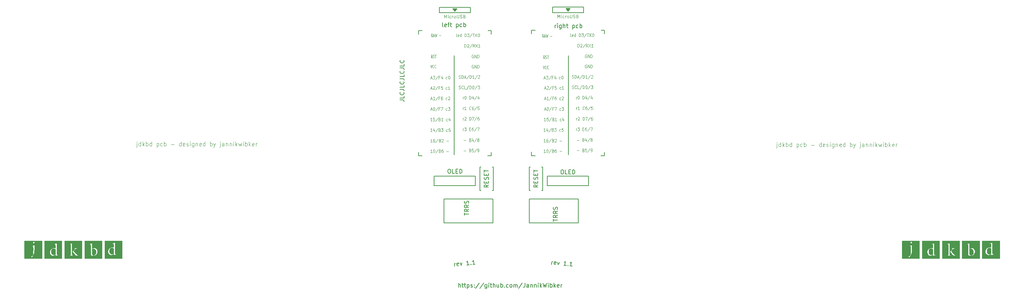
<source format=gbr>
%TF.GenerationSoftware,KiCad,Pcbnew,5.1.6*%
%TF.CreationDate,2020-10-29T18:01:04+01:00*%
%TF.ProjectId,jade,6a616465-2e6b-4696-9361-645f70636258,1.1*%
%TF.SameCoordinates,Original*%
%TF.FileFunction,Legend,Top*%
%TF.FilePolarity,Positive*%
%FSLAX46Y46*%
G04 Gerber Fmt 4.6, Leading zero omitted, Abs format (unit mm)*
G04 Created by KiCad (PCBNEW 5.1.6) date 2020-10-29 18:01:04*
%MOMM*%
%LPD*%
G01*
G04 APERTURE LIST*
%ADD10C,0.150000*%
%ADD11C,0.125000*%
%ADD12C,0.010000*%
%ADD13C,0.120000*%
G04 APERTURE END LIST*
D10*
X158837714Y-30170380D02*
X158837714Y-29503714D01*
X158837714Y-29694190D02*
X158885333Y-29598952D01*
X158932952Y-29551333D01*
X159028190Y-29503714D01*
X159123428Y-29503714D01*
X159456761Y-30170380D02*
X159456761Y-29503714D01*
X159456761Y-29170380D02*
X159409142Y-29218000D01*
X159456761Y-29265619D01*
X159504380Y-29218000D01*
X159456761Y-29170380D01*
X159456761Y-29265619D01*
X160361523Y-29503714D02*
X160361523Y-30313238D01*
X160313904Y-30408476D01*
X160266285Y-30456095D01*
X160171047Y-30503714D01*
X160028190Y-30503714D01*
X159932952Y-30456095D01*
X160361523Y-30122761D02*
X160266285Y-30170380D01*
X160075809Y-30170380D01*
X159980571Y-30122761D01*
X159932952Y-30075142D01*
X159885333Y-29979904D01*
X159885333Y-29694190D01*
X159932952Y-29598952D01*
X159980571Y-29551333D01*
X160075809Y-29503714D01*
X160266285Y-29503714D01*
X160361523Y-29551333D01*
X160837714Y-30170380D02*
X160837714Y-29170380D01*
X161266285Y-30170380D02*
X161266285Y-29646571D01*
X161218666Y-29551333D01*
X161123428Y-29503714D01*
X160980571Y-29503714D01*
X160885333Y-29551333D01*
X160837714Y-29598952D01*
X161599619Y-29503714D02*
X161980571Y-29503714D01*
X161742476Y-29170380D02*
X161742476Y-30027523D01*
X161790095Y-30122761D01*
X161885333Y-30170380D01*
X161980571Y-30170380D01*
X163075809Y-29503714D02*
X163075809Y-30503714D01*
X163075809Y-29551333D02*
X163171047Y-29503714D01*
X163361523Y-29503714D01*
X163456761Y-29551333D01*
X163504380Y-29598952D01*
X163552000Y-29694190D01*
X163552000Y-29979904D01*
X163504380Y-30075142D01*
X163456761Y-30122761D01*
X163361523Y-30170380D01*
X163171047Y-30170380D01*
X163075809Y-30122761D01*
X164409142Y-30122761D02*
X164313904Y-30170380D01*
X164123428Y-30170380D01*
X164028190Y-30122761D01*
X163980571Y-30075142D01*
X163932952Y-29979904D01*
X163932952Y-29694190D01*
X163980571Y-29598952D01*
X164028190Y-29551333D01*
X164123428Y-29503714D01*
X164313904Y-29503714D01*
X164409142Y-29551333D01*
X164837714Y-30170380D02*
X164837714Y-29170380D01*
X164837714Y-29551333D02*
X164932952Y-29503714D01*
X165123428Y-29503714D01*
X165218666Y-29551333D01*
X165266285Y-29598952D01*
X165313904Y-29694190D01*
X165313904Y-29979904D01*
X165266285Y-30075142D01*
X165218666Y-30122761D01*
X165123428Y-30170380D01*
X164932952Y-30170380D01*
X164837714Y-30122761D01*
X132024761Y-29916380D02*
X131929523Y-29868761D01*
X131881904Y-29773523D01*
X131881904Y-28916380D01*
X132786666Y-29868761D02*
X132691428Y-29916380D01*
X132500952Y-29916380D01*
X132405714Y-29868761D01*
X132358095Y-29773523D01*
X132358095Y-29392571D01*
X132405714Y-29297333D01*
X132500952Y-29249714D01*
X132691428Y-29249714D01*
X132786666Y-29297333D01*
X132834285Y-29392571D01*
X132834285Y-29487809D01*
X132358095Y-29583047D01*
X133120000Y-29249714D02*
X133500952Y-29249714D01*
X133262857Y-29916380D02*
X133262857Y-29059238D01*
X133310476Y-28964000D01*
X133405714Y-28916380D01*
X133500952Y-28916380D01*
X133691428Y-29249714D02*
X134072380Y-29249714D01*
X133834285Y-28916380D02*
X133834285Y-29773523D01*
X133881904Y-29868761D01*
X133977142Y-29916380D01*
X134072380Y-29916380D01*
X135167619Y-29249714D02*
X135167619Y-30249714D01*
X135167619Y-29297333D02*
X135262857Y-29249714D01*
X135453333Y-29249714D01*
X135548571Y-29297333D01*
X135596190Y-29344952D01*
X135643809Y-29440190D01*
X135643809Y-29725904D01*
X135596190Y-29821142D01*
X135548571Y-29868761D01*
X135453333Y-29916380D01*
X135262857Y-29916380D01*
X135167619Y-29868761D01*
X136500952Y-29868761D02*
X136405714Y-29916380D01*
X136215238Y-29916380D01*
X136120000Y-29868761D01*
X136072380Y-29821142D01*
X136024761Y-29725904D01*
X136024761Y-29440190D01*
X136072380Y-29344952D01*
X136120000Y-29297333D01*
X136215238Y-29249714D01*
X136405714Y-29249714D01*
X136500952Y-29297333D01*
X136929523Y-29916380D02*
X136929523Y-28916380D01*
X136929523Y-29297333D02*
X137024761Y-29249714D01*
X137215238Y-29249714D01*
X137310476Y-29297333D01*
X137358095Y-29344952D01*
X137405714Y-29440190D01*
X137405714Y-29725904D01*
X137358095Y-29821142D01*
X137310476Y-29868761D01*
X137215238Y-29916380D01*
X137024761Y-29916380D01*
X136929523Y-29868761D01*
X134620000Y-36830000D02*
X134620000Y-60706000D01*
X162052000Y-36830000D02*
X162052000Y-60706000D01*
X135724857Y-92654380D02*
X135724857Y-91654380D01*
X136153428Y-92654380D02*
X136153428Y-92130571D01*
X136105809Y-92035333D01*
X136010571Y-91987714D01*
X135867714Y-91987714D01*
X135772476Y-92035333D01*
X135724857Y-92082952D01*
X136486761Y-91987714D02*
X136867714Y-91987714D01*
X136629619Y-91654380D02*
X136629619Y-92511523D01*
X136677238Y-92606761D01*
X136772476Y-92654380D01*
X136867714Y-92654380D01*
X137058190Y-91987714D02*
X137439142Y-91987714D01*
X137201047Y-91654380D02*
X137201047Y-92511523D01*
X137248666Y-92606761D01*
X137343904Y-92654380D01*
X137439142Y-92654380D01*
X137772476Y-91987714D02*
X137772476Y-92987714D01*
X137772476Y-92035333D02*
X137867714Y-91987714D01*
X138058190Y-91987714D01*
X138153428Y-92035333D01*
X138201047Y-92082952D01*
X138248666Y-92178190D01*
X138248666Y-92463904D01*
X138201047Y-92559142D01*
X138153428Y-92606761D01*
X138058190Y-92654380D01*
X137867714Y-92654380D01*
X137772476Y-92606761D01*
X138629619Y-92606761D02*
X138724857Y-92654380D01*
X138915333Y-92654380D01*
X139010571Y-92606761D01*
X139058190Y-92511523D01*
X139058190Y-92463904D01*
X139010571Y-92368666D01*
X138915333Y-92321047D01*
X138772476Y-92321047D01*
X138677238Y-92273428D01*
X138629619Y-92178190D01*
X138629619Y-92130571D01*
X138677238Y-92035333D01*
X138772476Y-91987714D01*
X138915333Y-91987714D01*
X139010571Y-92035333D01*
X139486761Y-92559142D02*
X139534380Y-92606761D01*
X139486761Y-92654380D01*
X139439142Y-92606761D01*
X139486761Y-92559142D01*
X139486761Y-92654380D01*
X139486761Y-92035333D02*
X139534380Y-92082952D01*
X139486761Y-92130571D01*
X139439142Y-92082952D01*
X139486761Y-92035333D01*
X139486761Y-92130571D01*
X140677238Y-91606761D02*
X139820095Y-92892476D01*
X141724857Y-91606761D02*
X140867714Y-92892476D01*
X142486761Y-91987714D02*
X142486761Y-92797238D01*
X142439142Y-92892476D01*
X142391523Y-92940095D01*
X142296285Y-92987714D01*
X142153428Y-92987714D01*
X142058190Y-92940095D01*
X142486761Y-92606761D02*
X142391523Y-92654380D01*
X142201047Y-92654380D01*
X142105809Y-92606761D01*
X142058190Y-92559142D01*
X142010571Y-92463904D01*
X142010571Y-92178190D01*
X142058190Y-92082952D01*
X142105809Y-92035333D01*
X142201047Y-91987714D01*
X142391523Y-91987714D01*
X142486761Y-92035333D01*
X142962952Y-92654380D02*
X142962952Y-91987714D01*
X142962952Y-91654380D02*
X142915333Y-91702000D01*
X142962952Y-91749619D01*
X143010571Y-91702000D01*
X142962952Y-91654380D01*
X142962952Y-91749619D01*
X143296285Y-91987714D02*
X143677238Y-91987714D01*
X143439142Y-91654380D02*
X143439142Y-92511523D01*
X143486761Y-92606761D01*
X143582000Y-92654380D01*
X143677238Y-92654380D01*
X144010571Y-92654380D02*
X144010571Y-91654380D01*
X144439142Y-92654380D02*
X144439142Y-92130571D01*
X144391523Y-92035333D01*
X144296285Y-91987714D01*
X144153428Y-91987714D01*
X144058190Y-92035333D01*
X144010571Y-92082952D01*
X145343904Y-91987714D02*
X145343904Y-92654380D01*
X144915333Y-91987714D02*
X144915333Y-92511523D01*
X144962952Y-92606761D01*
X145058190Y-92654380D01*
X145201047Y-92654380D01*
X145296285Y-92606761D01*
X145343904Y-92559142D01*
X145820095Y-92654380D02*
X145820095Y-91654380D01*
X145820095Y-92035333D02*
X145915333Y-91987714D01*
X146105809Y-91987714D01*
X146201047Y-92035333D01*
X146248666Y-92082952D01*
X146296285Y-92178190D01*
X146296285Y-92463904D01*
X146248666Y-92559142D01*
X146201047Y-92606761D01*
X146105809Y-92654380D01*
X145915333Y-92654380D01*
X145820095Y-92606761D01*
X146724857Y-92559142D02*
X146772476Y-92606761D01*
X146724857Y-92654380D01*
X146677238Y-92606761D01*
X146724857Y-92559142D01*
X146724857Y-92654380D01*
X147629619Y-92606761D02*
X147534380Y-92654380D01*
X147343904Y-92654380D01*
X147248666Y-92606761D01*
X147201047Y-92559142D01*
X147153428Y-92463904D01*
X147153428Y-92178190D01*
X147201047Y-92082952D01*
X147248666Y-92035333D01*
X147343904Y-91987714D01*
X147534380Y-91987714D01*
X147629619Y-92035333D01*
X148201047Y-92654380D02*
X148105809Y-92606761D01*
X148058190Y-92559142D01*
X148010571Y-92463904D01*
X148010571Y-92178190D01*
X148058190Y-92082952D01*
X148105809Y-92035333D01*
X148201047Y-91987714D01*
X148343904Y-91987714D01*
X148439142Y-92035333D01*
X148486761Y-92082952D01*
X148534380Y-92178190D01*
X148534380Y-92463904D01*
X148486761Y-92559142D01*
X148439142Y-92606761D01*
X148343904Y-92654380D01*
X148201047Y-92654380D01*
X148962952Y-92654380D02*
X148962952Y-91987714D01*
X148962952Y-92082952D02*
X149010571Y-92035333D01*
X149105809Y-91987714D01*
X149248666Y-91987714D01*
X149343904Y-92035333D01*
X149391523Y-92130571D01*
X149391523Y-92654380D01*
X149391523Y-92130571D02*
X149439142Y-92035333D01*
X149534380Y-91987714D01*
X149677238Y-91987714D01*
X149772476Y-92035333D01*
X149820095Y-92130571D01*
X149820095Y-92654380D01*
X151010571Y-91606761D02*
X150153428Y-92892476D01*
X151629619Y-91654380D02*
X151629619Y-92368666D01*
X151582000Y-92511523D01*
X151486761Y-92606761D01*
X151343904Y-92654380D01*
X151248666Y-92654380D01*
X152534380Y-92654380D02*
X152534380Y-92130571D01*
X152486761Y-92035333D01*
X152391523Y-91987714D01*
X152201047Y-91987714D01*
X152105809Y-92035333D01*
X152534380Y-92606761D02*
X152439142Y-92654380D01*
X152201047Y-92654380D01*
X152105809Y-92606761D01*
X152058190Y-92511523D01*
X152058190Y-92416285D01*
X152105809Y-92321047D01*
X152201047Y-92273428D01*
X152439142Y-92273428D01*
X152534380Y-92225809D01*
X153010571Y-91987714D02*
X153010571Y-92654380D01*
X153010571Y-92082952D02*
X153058190Y-92035333D01*
X153153428Y-91987714D01*
X153296285Y-91987714D01*
X153391523Y-92035333D01*
X153439142Y-92130571D01*
X153439142Y-92654380D01*
X153915333Y-91987714D02*
X153915333Y-92654380D01*
X153915333Y-92082952D02*
X153962952Y-92035333D01*
X154058190Y-91987714D01*
X154201047Y-91987714D01*
X154296285Y-92035333D01*
X154343904Y-92130571D01*
X154343904Y-92654380D01*
X154820095Y-92654380D02*
X154820095Y-91987714D01*
X154820095Y-91654380D02*
X154772476Y-91702000D01*
X154820095Y-91749619D01*
X154867714Y-91702000D01*
X154820095Y-91654380D01*
X154820095Y-91749619D01*
X155296285Y-92654380D02*
X155296285Y-91654380D01*
X155391523Y-92273428D02*
X155677238Y-92654380D01*
X155677238Y-91987714D02*
X155296285Y-92368666D01*
X156010571Y-91654380D02*
X156248666Y-92654380D01*
X156439142Y-91940095D01*
X156629619Y-92654380D01*
X156867714Y-91654380D01*
X157248666Y-92654380D02*
X157248666Y-91987714D01*
X157248666Y-91654380D02*
X157201047Y-91702000D01*
X157248666Y-91749619D01*
X157296285Y-91702000D01*
X157248666Y-91654380D01*
X157248666Y-91749619D01*
X157724857Y-92654380D02*
X157724857Y-91654380D01*
X157724857Y-92035333D02*
X157820095Y-91987714D01*
X158010571Y-91987714D01*
X158105809Y-92035333D01*
X158153428Y-92082952D01*
X158201047Y-92178190D01*
X158201047Y-92463904D01*
X158153428Y-92559142D01*
X158105809Y-92606761D01*
X158010571Y-92654380D01*
X157820095Y-92654380D01*
X157724857Y-92606761D01*
X158629619Y-92654380D02*
X158629619Y-91654380D01*
X158724857Y-92273428D02*
X159010571Y-92654380D01*
X159010571Y-91987714D02*
X158629619Y-92368666D01*
X159820095Y-92606761D02*
X159724857Y-92654380D01*
X159534380Y-92654380D01*
X159439142Y-92606761D01*
X159391523Y-92511523D01*
X159391523Y-92130571D01*
X159439142Y-92035333D01*
X159534380Y-91987714D01*
X159724857Y-91987714D01*
X159820095Y-92035333D01*
X159867714Y-92130571D01*
X159867714Y-92225809D01*
X159391523Y-92321047D01*
X160296285Y-92654380D02*
X160296285Y-91987714D01*
X160296285Y-92178190D02*
X160343904Y-92082952D01*
X160391523Y-92035333D01*
X160486761Y-91987714D01*
X160582000Y-91987714D01*
X134756378Y-87532398D02*
X134698274Y-86868268D01*
X134714875Y-87058020D02*
X134754013Y-86958994D01*
X134797300Y-86907406D01*
X134888026Y-86851667D01*
X134982901Y-86843367D01*
X135748423Y-87397805D02*
X135657697Y-87453543D01*
X135467946Y-87470144D01*
X135368920Y-87431007D01*
X135313181Y-87340281D01*
X135279979Y-86960779D01*
X135319117Y-86861753D01*
X135409842Y-86806014D01*
X135599593Y-86789413D01*
X135698619Y-86828550D01*
X135754358Y-86919276D01*
X135762658Y-87014151D01*
X135296580Y-87150530D01*
X136073972Y-86747910D02*
X136369265Y-87391289D01*
X136548350Y-86706408D01*
X138266779Y-87225278D02*
X137697524Y-87275081D01*
X137982152Y-87250179D02*
X137894996Y-86253985D01*
X137812571Y-86404599D01*
X137725996Y-86507775D01*
X137635270Y-86563513D01*
X138685419Y-87093050D02*
X138737007Y-87136337D01*
X138693719Y-87187925D01*
X138642131Y-87144638D01*
X138685419Y-87093050D01*
X138693719Y-87187925D01*
X139689914Y-87100770D02*
X139120660Y-87150573D01*
X139405287Y-87125671D02*
X139318131Y-86129477D01*
X139235706Y-86280091D01*
X139149131Y-86383267D01*
X139058406Y-86439005D01*
X158045523Y-87104920D02*
X158103627Y-86440790D01*
X158087026Y-86630541D02*
X158142764Y-86539816D01*
X158194352Y-86496529D01*
X158293378Y-86457391D01*
X158388254Y-86465692D01*
X159045868Y-87144638D02*
X158946842Y-87183775D01*
X158757091Y-87167174D01*
X158666365Y-87111436D01*
X158627228Y-87012410D01*
X158660430Y-86632907D01*
X158716169Y-86542182D01*
X158815194Y-86503044D01*
X159004946Y-86519645D01*
X159095671Y-86575384D01*
X159134809Y-86674410D01*
X159126508Y-86769285D01*
X158643829Y-86822658D01*
X159479324Y-86561148D02*
X159658410Y-87246029D01*
X159953703Y-86602651D01*
X161555923Y-87412040D02*
X160986669Y-87362237D01*
X161271296Y-87387139D02*
X161358452Y-86390944D01*
X161251126Y-86524957D01*
X161147949Y-86611532D01*
X161048923Y-86650669D01*
X161991164Y-87354517D02*
X162034452Y-87406105D01*
X161982864Y-87449393D01*
X161939576Y-87397805D01*
X161991164Y-87354517D01*
X161982864Y-87449393D01*
X162979059Y-87536548D02*
X162409805Y-87486745D01*
X162694432Y-87511647D02*
X162781587Y-86515452D01*
X162674261Y-86649465D01*
X162571085Y-86736040D01*
X162472059Y-86775177D01*
X121626380Y-47545047D02*
X122340666Y-47545047D01*
X122483523Y-47592666D01*
X122578761Y-47687904D01*
X122626380Y-47830761D01*
X122626380Y-47926000D01*
X122626380Y-46592666D02*
X122626380Y-47068857D01*
X121626380Y-47068857D01*
X122531142Y-45687904D02*
X122578761Y-45735523D01*
X122626380Y-45878380D01*
X122626380Y-45973619D01*
X122578761Y-46116476D01*
X122483523Y-46211714D01*
X122388285Y-46259333D01*
X122197809Y-46306952D01*
X122054952Y-46306952D01*
X121864476Y-46259333D01*
X121769238Y-46211714D01*
X121674000Y-46116476D01*
X121626380Y-45973619D01*
X121626380Y-45878380D01*
X121674000Y-45735523D01*
X121721619Y-45687904D01*
X121626380Y-44973619D02*
X122340666Y-44973619D01*
X122483523Y-45021238D01*
X122578761Y-45116476D01*
X122626380Y-45259333D01*
X122626380Y-45354571D01*
X122626380Y-44021238D02*
X122626380Y-44497428D01*
X121626380Y-44497428D01*
X122531142Y-43116476D02*
X122578761Y-43164095D01*
X122626380Y-43306952D01*
X122626380Y-43402190D01*
X122578761Y-43545047D01*
X122483523Y-43640285D01*
X122388285Y-43687904D01*
X122197809Y-43735523D01*
X122054952Y-43735523D01*
X121864476Y-43687904D01*
X121769238Y-43640285D01*
X121674000Y-43545047D01*
X121626380Y-43402190D01*
X121626380Y-43306952D01*
X121674000Y-43164095D01*
X121721619Y-43116476D01*
X121626380Y-42402190D02*
X122340666Y-42402190D01*
X122483523Y-42449809D01*
X122578761Y-42545047D01*
X122626380Y-42687904D01*
X122626380Y-42783142D01*
X122626380Y-41449809D02*
X122626380Y-41926000D01*
X121626380Y-41926000D01*
X122531142Y-40545047D02*
X122578761Y-40592666D01*
X122626380Y-40735523D01*
X122626380Y-40830761D01*
X122578761Y-40973619D01*
X122483523Y-41068857D01*
X122388285Y-41116476D01*
X122197809Y-41164095D01*
X122054952Y-41164095D01*
X121864476Y-41116476D01*
X121769238Y-41068857D01*
X121674000Y-40973619D01*
X121626380Y-40830761D01*
X121626380Y-40735523D01*
X121674000Y-40592666D01*
X121721619Y-40545047D01*
X121626380Y-39830761D02*
X122340666Y-39830761D01*
X122483523Y-39878380D01*
X122578761Y-39973619D01*
X122626380Y-40116476D01*
X122626380Y-40211714D01*
X122626380Y-38878380D02*
X122626380Y-39354571D01*
X121626380Y-39354571D01*
X122531142Y-37973619D02*
X122578761Y-38021238D01*
X122626380Y-38164095D01*
X122626380Y-38259333D01*
X122578761Y-38402190D01*
X122483523Y-38497428D01*
X122388285Y-38545047D01*
X122197809Y-38592666D01*
X122054952Y-38592666D01*
X121864476Y-38545047D01*
X121769238Y-38497428D01*
X121674000Y-38402190D01*
X121626380Y-38259333D01*
X121626380Y-38164095D01*
X121674000Y-38021238D01*
X121721619Y-37973619D01*
D11*
X58485345Y-57951714D02*
X58485345Y-58808857D01*
X58437726Y-58904095D01*
X58342488Y-58951714D01*
X58294869Y-58951714D01*
X58485345Y-57618380D02*
X58437726Y-57666000D01*
X58485345Y-57713619D01*
X58532964Y-57666000D01*
X58485345Y-57618380D01*
X58485345Y-57713619D01*
X59390107Y-58618380D02*
X59390107Y-57618380D01*
X59390107Y-58570761D02*
X59294869Y-58618380D01*
X59104392Y-58618380D01*
X59009154Y-58570761D01*
X58961535Y-58523142D01*
X58913916Y-58427904D01*
X58913916Y-58142190D01*
X58961535Y-58046952D01*
X59009154Y-57999333D01*
X59104392Y-57951714D01*
X59294869Y-57951714D01*
X59390107Y-57999333D01*
X59866297Y-58618380D02*
X59866297Y-57618380D01*
X59961535Y-58237428D02*
X60247250Y-58618380D01*
X60247250Y-57951714D02*
X59866297Y-58332666D01*
X60675821Y-58618380D02*
X60675821Y-57618380D01*
X60675821Y-57999333D02*
X60771059Y-57951714D01*
X60961535Y-57951714D01*
X61056773Y-57999333D01*
X61104392Y-58046952D01*
X61152011Y-58142190D01*
X61152011Y-58427904D01*
X61104392Y-58523142D01*
X61056773Y-58570761D01*
X60961535Y-58618380D01*
X60771059Y-58618380D01*
X60675821Y-58570761D01*
X62009154Y-58618380D02*
X62009154Y-57618380D01*
X62009154Y-58570761D02*
X61913916Y-58618380D01*
X61723440Y-58618380D01*
X61628202Y-58570761D01*
X61580583Y-58523142D01*
X61532964Y-58427904D01*
X61532964Y-58142190D01*
X61580583Y-58046952D01*
X61628202Y-57999333D01*
X61723440Y-57951714D01*
X61913916Y-57951714D01*
X62009154Y-57999333D01*
X63247250Y-57951714D02*
X63247250Y-58951714D01*
X63247250Y-57999333D02*
X63342488Y-57951714D01*
X63532964Y-57951714D01*
X63628202Y-57999333D01*
X63675821Y-58046952D01*
X63723440Y-58142190D01*
X63723440Y-58427904D01*
X63675821Y-58523142D01*
X63628202Y-58570761D01*
X63532964Y-58618380D01*
X63342488Y-58618380D01*
X63247250Y-58570761D01*
X64580583Y-58570761D02*
X64485345Y-58618380D01*
X64294869Y-58618380D01*
X64199630Y-58570761D01*
X64152011Y-58523142D01*
X64104392Y-58427904D01*
X64104392Y-58142190D01*
X64152011Y-58046952D01*
X64199630Y-57999333D01*
X64294869Y-57951714D01*
X64485345Y-57951714D01*
X64580583Y-57999333D01*
X65009154Y-58618380D02*
X65009154Y-57618380D01*
X65009154Y-57999333D02*
X65104392Y-57951714D01*
X65294869Y-57951714D01*
X65390107Y-57999333D01*
X65437726Y-58046952D01*
X65485345Y-58142190D01*
X65485345Y-58427904D01*
X65437726Y-58523142D01*
X65390107Y-58570761D01*
X65294869Y-58618380D01*
X65104392Y-58618380D01*
X65009154Y-58570761D01*
X66675821Y-58237428D02*
X67437726Y-58237428D01*
X69104392Y-58618380D02*
X69104392Y-57618380D01*
X69104392Y-58570761D02*
X69009154Y-58618380D01*
X68818678Y-58618380D01*
X68723440Y-58570761D01*
X68675821Y-58523142D01*
X68628202Y-58427904D01*
X68628202Y-58142190D01*
X68675821Y-58046952D01*
X68723440Y-57999333D01*
X68818678Y-57951714D01*
X69009154Y-57951714D01*
X69104392Y-57999333D01*
X69961535Y-58570761D02*
X69866297Y-58618380D01*
X69675821Y-58618380D01*
X69580583Y-58570761D01*
X69532964Y-58475523D01*
X69532964Y-58094571D01*
X69580583Y-57999333D01*
X69675821Y-57951714D01*
X69866297Y-57951714D01*
X69961535Y-57999333D01*
X70009154Y-58094571D01*
X70009154Y-58189809D01*
X69532964Y-58285047D01*
X70390107Y-58570761D02*
X70485345Y-58618380D01*
X70675821Y-58618380D01*
X70771059Y-58570761D01*
X70818678Y-58475523D01*
X70818678Y-58427904D01*
X70771059Y-58332666D01*
X70675821Y-58285047D01*
X70532964Y-58285047D01*
X70437726Y-58237428D01*
X70390107Y-58142190D01*
X70390107Y-58094571D01*
X70437726Y-57999333D01*
X70532964Y-57951714D01*
X70675821Y-57951714D01*
X70771059Y-57999333D01*
X71247250Y-58618380D02*
X71247250Y-57951714D01*
X71247250Y-57618380D02*
X71199630Y-57666000D01*
X71247250Y-57713619D01*
X71294869Y-57666000D01*
X71247250Y-57618380D01*
X71247250Y-57713619D01*
X72152011Y-57951714D02*
X72152011Y-58761238D01*
X72104392Y-58856476D01*
X72056773Y-58904095D01*
X71961535Y-58951714D01*
X71818678Y-58951714D01*
X71723440Y-58904095D01*
X72152011Y-58570761D02*
X72056773Y-58618380D01*
X71866297Y-58618380D01*
X71771059Y-58570761D01*
X71723440Y-58523142D01*
X71675821Y-58427904D01*
X71675821Y-58142190D01*
X71723440Y-58046952D01*
X71771059Y-57999333D01*
X71866297Y-57951714D01*
X72056773Y-57951714D01*
X72152011Y-57999333D01*
X72628202Y-57951714D02*
X72628202Y-58618380D01*
X72628202Y-58046952D02*
X72675821Y-57999333D01*
X72771059Y-57951714D01*
X72913916Y-57951714D01*
X73009154Y-57999333D01*
X73056773Y-58094571D01*
X73056773Y-58618380D01*
X73913916Y-58570761D02*
X73818678Y-58618380D01*
X73628202Y-58618380D01*
X73532964Y-58570761D01*
X73485345Y-58475523D01*
X73485345Y-58094571D01*
X73532964Y-57999333D01*
X73628202Y-57951714D01*
X73818678Y-57951714D01*
X73913916Y-57999333D01*
X73961535Y-58094571D01*
X73961535Y-58189809D01*
X73485345Y-58285047D01*
X74818678Y-58618380D02*
X74818678Y-57618380D01*
X74818678Y-58570761D02*
X74723440Y-58618380D01*
X74532964Y-58618380D01*
X74437726Y-58570761D01*
X74390107Y-58523142D01*
X74342488Y-58427904D01*
X74342488Y-58142190D01*
X74390107Y-58046952D01*
X74437726Y-57999333D01*
X74532964Y-57951714D01*
X74723440Y-57951714D01*
X74818678Y-57999333D01*
X76056773Y-58618380D02*
X76056773Y-57618380D01*
X76056773Y-57999333D02*
X76152011Y-57951714D01*
X76342488Y-57951714D01*
X76437726Y-57999333D01*
X76485345Y-58046952D01*
X76532964Y-58142190D01*
X76532964Y-58427904D01*
X76485345Y-58523142D01*
X76437726Y-58570761D01*
X76342488Y-58618380D01*
X76152011Y-58618380D01*
X76056773Y-58570761D01*
X76866297Y-57951714D02*
X77104392Y-58618380D01*
X77342488Y-57951714D02*
X77104392Y-58618380D01*
X77009154Y-58856476D01*
X76961535Y-58904095D01*
X76866297Y-58951714D01*
X78485345Y-57951714D02*
X78485345Y-58808857D01*
X78437726Y-58904095D01*
X78342488Y-58951714D01*
X78294869Y-58951714D01*
X78485345Y-57618380D02*
X78437726Y-57666000D01*
X78485345Y-57713619D01*
X78532964Y-57666000D01*
X78485345Y-57618380D01*
X78485345Y-57713619D01*
X79390107Y-58618380D02*
X79390107Y-58094571D01*
X79342488Y-57999333D01*
X79247250Y-57951714D01*
X79056773Y-57951714D01*
X78961535Y-57999333D01*
X79390107Y-58570761D02*
X79294869Y-58618380D01*
X79056773Y-58618380D01*
X78961535Y-58570761D01*
X78913916Y-58475523D01*
X78913916Y-58380285D01*
X78961535Y-58285047D01*
X79056773Y-58237428D01*
X79294869Y-58237428D01*
X79390107Y-58189809D01*
X79866297Y-57951714D02*
X79866297Y-58618380D01*
X79866297Y-58046952D02*
X79913916Y-57999333D01*
X80009154Y-57951714D01*
X80152011Y-57951714D01*
X80247250Y-57999333D01*
X80294869Y-58094571D01*
X80294869Y-58618380D01*
X80771059Y-57951714D02*
X80771059Y-58618380D01*
X80771059Y-58046952D02*
X80818678Y-57999333D01*
X80913916Y-57951714D01*
X81056773Y-57951714D01*
X81152011Y-57999333D01*
X81199630Y-58094571D01*
X81199630Y-58618380D01*
X81675821Y-58618380D02*
X81675821Y-57951714D01*
X81675821Y-57618380D02*
X81628202Y-57666000D01*
X81675821Y-57713619D01*
X81723440Y-57666000D01*
X81675821Y-57618380D01*
X81675821Y-57713619D01*
X82152011Y-58618380D02*
X82152011Y-57618380D01*
X82247249Y-58237428D02*
X82532964Y-58618380D01*
X82532964Y-57951714D02*
X82152011Y-58332666D01*
X82866297Y-57951714D02*
X83056773Y-58618380D01*
X83247249Y-58142190D01*
X83437726Y-58618380D01*
X83628202Y-57951714D01*
X84009154Y-58618380D02*
X84009154Y-57951714D01*
X84009154Y-57618380D02*
X83961535Y-57666000D01*
X84009154Y-57713619D01*
X84056773Y-57666000D01*
X84009154Y-57618380D01*
X84009154Y-57713619D01*
X84485345Y-58618380D02*
X84485345Y-57618380D01*
X84485345Y-57999333D02*
X84580583Y-57951714D01*
X84771059Y-57951714D01*
X84866297Y-57999333D01*
X84913916Y-58046952D01*
X84961535Y-58142190D01*
X84961535Y-58427904D01*
X84913916Y-58523142D01*
X84866297Y-58570761D01*
X84771059Y-58618380D01*
X84580583Y-58618380D01*
X84485345Y-58570761D01*
X85390107Y-58618380D02*
X85390107Y-57618380D01*
X85485345Y-58237428D02*
X85771059Y-58618380D01*
X85771059Y-57951714D02*
X85390107Y-58332666D01*
X86580583Y-58570761D02*
X86485345Y-58618380D01*
X86294869Y-58618380D01*
X86199630Y-58570761D01*
X86152011Y-58475523D01*
X86152011Y-58094571D01*
X86199630Y-57999333D01*
X86294869Y-57951714D01*
X86485345Y-57951714D01*
X86580583Y-57999333D01*
X86628202Y-58094571D01*
X86628202Y-58189809D01*
X86152011Y-58285047D01*
X87056773Y-58618380D02*
X87056773Y-57951714D01*
X87056773Y-58142190D02*
X87104392Y-58046952D01*
X87152011Y-57999333D01*
X87247250Y-57951714D01*
X87342488Y-57951714D01*
X212151845Y-58115714D02*
X212151845Y-58972857D01*
X212104226Y-59068095D01*
X212008988Y-59115714D01*
X211961369Y-59115714D01*
X212151845Y-57782380D02*
X212104226Y-57830000D01*
X212151845Y-57877619D01*
X212199464Y-57830000D01*
X212151845Y-57782380D01*
X212151845Y-57877619D01*
X213056607Y-58782380D02*
X213056607Y-57782380D01*
X213056607Y-58734761D02*
X212961369Y-58782380D01*
X212770892Y-58782380D01*
X212675654Y-58734761D01*
X212628035Y-58687142D01*
X212580416Y-58591904D01*
X212580416Y-58306190D01*
X212628035Y-58210952D01*
X212675654Y-58163333D01*
X212770892Y-58115714D01*
X212961369Y-58115714D01*
X213056607Y-58163333D01*
X213532797Y-58782380D02*
X213532797Y-57782380D01*
X213628035Y-58401428D02*
X213913750Y-58782380D01*
X213913750Y-58115714D02*
X213532797Y-58496666D01*
X214342321Y-58782380D02*
X214342321Y-57782380D01*
X214342321Y-58163333D02*
X214437559Y-58115714D01*
X214628035Y-58115714D01*
X214723273Y-58163333D01*
X214770892Y-58210952D01*
X214818511Y-58306190D01*
X214818511Y-58591904D01*
X214770892Y-58687142D01*
X214723273Y-58734761D01*
X214628035Y-58782380D01*
X214437559Y-58782380D01*
X214342321Y-58734761D01*
X215675654Y-58782380D02*
X215675654Y-57782380D01*
X215675654Y-58734761D02*
X215580416Y-58782380D01*
X215389940Y-58782380D01*
X215294702Y-58734761D01*
X215247083Y-58687142D01*
X215199464Y-58591904D01*
X215199464Y-58306190D01*
X215247083Y-58210952D01*
X215294702Y-58163333D01*
X215389940Y-58115714D01*
X215580416Y-58115714D01*
X215675654Y-58163333D01*
X216913750Y-58115714D02*
X216913750Y-59115714D01*
X216913750Y-58163333D02*
X217008988Y-58115714D01*
X217199464Y-58115714D01*
X217294702Y-58163333D01*
X217342321Y-58210952D01*
X217389940Y-58306190D01*
X217389940Y-58591904D01*
X217342321Y-58687142D01*
X217294702Y-58734761D01*
X217199464Y-58782380D01*
X217008988Y-58782380D01*
X216913750Y-58734761D01*
X218247083Y-58734761D02*
X218151845Y-58782380D01*
X217961369Y-58782380D01*
X217866130Y-58734761D01*
X217818511Y-58687142D01*
X217770892Y-58591904D01*
X217770892Y-58306190D01*
X217818511Y-58210952D01*
X217866130Y-58163333D01*
X217961369Y-58115714D01*
X218151845Y-58115714D01*
X218247083Y-58163333D01*
X218675654Y-58782380D02*
X218675654Y-57782380D01*
X218675654Y-58163333D02*
X218770892Y-58115714D01*
X218961369Y-58115714D01*
X219056607Y-58163333D01*
X219104226Y-58210952D01*
X219151845Y-58306190D01*
X219151845Y-58591904D01*
X219104226Y-58687142D01*
X219056607Y-58734761D01*
X218961369Y-58782380D01*
X218770892Y-58782380D01*
X218675654Y-58734761D01*
X220342321Y-58401428D02*
X221104226Y-58401428D01*
X222770892Y-58782380D02*
X222770892Y-57782380D01*
X222770892Y-58734761D02*
X222675654Y-58782380D01*
X222485178Y-58782380D01*
X222389940Y-58734761D01*
X222342321Y-58687142D01*
X222294702Y-58591904D01*
X222294702Y-58306190D01*
X222342321Y-58210952D01*
X222389940Y-58163333D01*
X222485178Y-58115714D01*
X222675654Y-58115714D01*
X222770892Y-58163333D01*
X223628035Y-58734761D02*
X223532797Y-58782380D01*
X223342321Y-58782380D01*
X223247083Y-58734761D01*
X223199464Y-58639523D01*
X223199464Y-58258571D01*
X223247083Y-58163333D01*
X223342321Y-58115714D01*
X223532797Y-58115714D01*
X223628035Y-58163333D01*
X223675654Y-58258571D01*
X223675654Y-58353809D01*
X223199464Y-58449047D01*
X224056607Y-58734761D02*
X224151845Y-58782380D01*
X224342321Y-58782380D01*
X224437559Y-58734761D01*
X224485178Y-58639523D01*
X224485178Y-58591904D01*
X224437559Y-58496666D01*
X224342321Y-58449047D01*
X224199464Y-58449047D01*
X224104226Y-58401428D01*
X224056607Y-58306190D01*
X224056607Y-58258571D01*
X224104226Y-58163333D01*
X224199464Y-58115714D01*
X224342321Y-58115714D01*
X224437559Y-58163333D01*
X224913750Y-58782380D02*
X224913750Y-58115714D01*
X224913750Y-57782380D02*
X224866130Y-57830000D01*
X224913750Y-57877619D01*
X224961369Y-57830000D01*
X224913750Y-57782380D01*
X224913750Y-57877619D01*
X225818511Y-58115714D02*
X225818511Y-58925238D01*
X225770892Y-59020476D01*
X225723273Y-59068095D01*
X225628035Y-59115714D01*
X225485178Y-59115714D01*
X225389940Y-59068095D01*
X225818511Y-58734761D02*
X225723273Y-58782380D01*
X225532797Y-58782380D01*
X225437559Y-58734761D01*
X225389940Y-58687142D01*
X225342321Y-58591904D01*
X225342321Y-58306190D01*
X225389940Y-58210952D01*
X225437559Y-58163333D01*
X225532797Y-58115714D01*
X225723273Y-58115714D01*
X225818511Y-58163333D01*
X226294702Y-58115714D02*
X226294702Y-58782380D01*
X226294702Y-58210952D02*
X226342321Y-58163333D01*
X226437559Y-58115714D01*
X226580416Y-58115714D01*
X226675654Y-58163333D01*
X226723273Y-58258571D01*
X226723273Y-58782380D01*
X227580416Y-58734761D02*
X227485178Y-58782380D01*
X227294702Y-58782380D01*
X227199464Y-58734761D01*
X227151845Y-58639523D01*
X227151845Y-58258571D01*
X227199464Y-58163333D01*
X227294702Y-58115714D01*
X227485178Y-58115714D01*
X227580416Y-58163333D01*
X227628035Y-58258571D01*
X227628035Y-58353809D01*
X227151845Y-58449047D01*
X228485178Y-58782380D02*
X228485178Y-57782380D01*
X228485178Y-58734761D02*
X228389940Y-58782380D01*
X228199464Y-58782380D01*
X228104226Y-58734761D01*
X228056607Y-58687142D01*
X228008988Y-58591904D01*
X228008988Y-58306190D01*
X228056607Y-58210952D01*
X228104226Y-58163333D01*
X228199464Y-58115714D01*
X228389940Y-58115714D01*
X228485178Y-58163333D01*
X229723273Y-58782380D02*
X229723273Y-57782380D01*
X229723273Y-58163333D02*
X229818511Y-58115714D01*
X230008988Y-58115714D01*
X230104226Y-58163333D01*
X230151845Y-58210952D01*
X230199464Y-58306190D01*
X230199464Y-58591904D01*
X230151845Y-58687142D01*
X230104226Y-58734761D01*
X230008988Y-58782380D01*
X229818511Y-58782380D01*
X229723273Y-58734761D01*
X230532797Y-58115714D02*
X230770892Y-58782380D01*
X231008988Y-58115714D02*
X230770892Y-58782380D01*
X230675654Y-59020476D01*
X230628035Y-59068095D01*
X230532797Y-59115714D01*
X232151845Y-58115714D02*
X232151845Y-58972857D01*
X232104226Y-59068095D01*
X232008988Y-59115714D01*
X231961369Y-59115714D01*
X232151845Y-57782380D02*
X232104226Y-57830000D01*
X232151845Y-57877619D01*
X232199464Y-57830000D01*
X232151845Y-57782380D01*
X232151845Y-57877619D01*
X233056607Y-58782380D02*
X233056607Y-58258571D01*
X233008988Y-58163333D01*
X232913750Y-58115714D01*
X232723273Y-58115714D01*
X232628035Y-58163333D01*
X233056607Y-58734761D02*
X232961369Y-58782380D01*
X232723273Y-58782380D01*
X232628035Y-58734761D01*
X232580416Y-58639523D01*
X232580416Y-58544285D01*
X232628035Y-58449047D01*
X232723273Y-58401428D01*
X232961369Y-58401428D01*
X233056607Y-58353809D01*
X233532797Y-58115714D02*
X233532797Y-58782380D01*
X233532797Y-58210952D02*
X233580416Y-58163333D01*
X233675654Y-58115714D01*
X233818511Y-58115714D01*
X233913750Y-58163333D01*
X233961369Y-58258571D01*
X233961369Y-58782380D01*
X234437559Y-58115714D02*
X234437559Y-58782380D01*
X234437559Y-58210952D02*
X234485178Y-58163333D01*
X234580416Y-58115714D01*
X234723273Y-58115714D01*
X234818511Y-58163333D01*
X234866130Y-58258571D01*
X234866130Y-58782380D01*
X235342321Y-58782380D02*
X235342321Y-58115714D01*
X235342321Y-57782380D02*
X235294702Y-57830000D01*
X235342321Y-57877619D01*
X235389940Y-57830000D01*
X235342321Y-57782380D01*
X235342321Y-57877619D01*
X235818511Y-58782380D02*
X235818511Y-57782380D01*
X235913750Y-58401428D02*
X236199464Y-58782380D01*
X236199464Y-58115714D02*
X235818511Y-58496666D01*
X236532797Y-58115714D02*
X236723273Y-58782380D01*
X236913750Y-58306190D01*
X237104226Y-58782380D01*
X237294702Y-58115714D01*
X237675654Y-58782380D02*
X237675654Y-58115714D01*
X237675654Y-57782380D02*
X237628035Y-57830000D01*
X237675654Y-57877619D01*
X237723273Y-57830000D01*
X237675654Y-57782380D01*
X237675654Y-57877619D01*
X238151845Y-58782380D02*
X238151845Y-57782380D01*
X238151845Y-58163333D02*
X238247083Y-58115714D01*
X238437559Y-58115714D01*
X238532797Y-58163333D01*
X238580416Y-58210952D01*
X238628035Y-58306190D01*
X238628035Y-58591904D01*
X238580416Y-58687142D01*
X238532797Y-58734761D01*
X238437559Y-58782380D01*
X238247083Y-58782380D01*
X238151845Y-58734761D01*
X239056607Y-58782380D02*
X239056607Y-57782380D01*
X239151845Y-58401428D02*
X239437559Y-58782380D01*
X239437559Y-58115714D02*
X239056607Y-58496666D01*
X240247083Y-58734761D02*
X240151845Y-58782380D01*
X239961369Y-58782380D01*
X239866130Y-58734761D01*
X239818511Y-58639523D01*
X239818511Y-58258571D01*
X239866130Y-58163333D01*
X239961369Y-58115714D01*
X240151845Y-58115714D01*
X240247083Y-58163333D01*
X240294702Y-58258571D01*
X240294702Y-58353809D01*
X239818511Y-58449047D01*
X240723273Y-58782380D02*
X240723273Y-58115714D01*
X240723273Y-58306190D02*
X240770892Y-58210952D01*
X240818511Y-58163333D01*
X240913750Y-58115714D01*
X241008988Y-58115714D01*
D12*
%TO.C,G\u002A\u002A\u002A*%
G36*
X35644667Y-85665734D02*
G01*
X31462133Y-85665734D01*
X31462133Y-85261776D01*
X33004676Y-85261776D01*
X33016745Y-85314936D01*
X33031923Y-85344466D01*
X33079585Y-85400498D01*
X33127267Y-85425283D01*
X33181536Y-85420802D01*
X33224551Y-85402568D01*
X33256826Y-85378071D01*
X33301929Y-85333784D01*
X33352573Y-85277162D01*
X33380344Y-85243215D01*
X33542364Y-85014564D01*
X33672344Y-84778421D01*
X33771809Y-84531807D01*
X33811279Y-84401037D01*
X33856083Y-84234867D01*
X33862669Y-83333803D01*
X33869256Y-82432739D01*
X33724732Y-82481591D01*
X33661031Y-82502364D01*
X33598958Y-82520621D01*
X33530838Y-82538289D01*
X33448996Y-82557292D01*
X33345758Y-82579555D01*
X33277165Y-82593869D01*
X33248384Y-82607647D01*
X33242530Y-82638834D01*
X33243299Y-82646717D01*
X33249972Y-82672506D01*
X33267849Y-82689687D01*
X33305018Y-82703382D01*
X33350200Y-82714395D01*
X33387340Y-82722027D01*
X33418643Y-82728596D01*
X33444605Y-82736858D01*
X33465723Y-82749570D01*
X33482491Y-82769488D01*
X33495407Y-82799368D01*
X33504966Y-82841968D01*
X33511665Y-82900044D01*
X33515999Y-82976351D01*
X33518464Y-83073648D01*
X33519557Y-83194690D01*
X33519773Y-83342234D01*
X33519609Y-83519036D01*
X33519533Y-83655388D01*
X33519242Y-83877208D01*
X33518245Y-84068087D01*
X33516351Y-84230945D01*
X33513374Y-84368702D01*
X33509125Y-84484278D01*
X33503415Y-84580596D01*
X33496055Y-84660575D01*
X33486859Y-84727136D01*
X33475636Y-84783200D01*
X33462199Y-84831687D01*
X33446359Y-84875519D01*
X33439807Y-84891244D01*
X33381557Y-84984410D01*
X33295082Y-85059288D01*
X33180964Y-85115397D01*
X33159603Y-85122789D01*
X33099679Y-85143928D01*
X33051251Y-85163675D01*
X33024702Y-85177792D01*
X33024566Y-85177904D01*
X33007084Y-85211590D01*
X33004676Y-85261776D01*
X31462133Y-85261776D01*
X31462133Y-81821390D01*
X33467410Y-81821390D01*
X33468449Y-81894085D01*
X33494067Y-81963285D01*
X33544761Y-82021812D01*
X33579844Y-82044925D01*
X33637060Y-82069613D01*
X33687048Y-82073085D01*
X33745871Y-82055935D01*
X33756773Y-82051486D01*
X33819534Y-82008820D01*
X33861405Y-81947210D01*
X33880911Y-81875087D01*
X33876577Y-81800882D01*
X33846928Y-81733030D01*
X33818173Y-81700461D01*
X33750576Y-81654188D01*
X33682658Y-81639310D01*
X33606818Y-81654141D01*
X33537090Y-81694238D01*
X33490456Y-81752381D01*
X33467410Y-81821390D01*
X31462133Y-81821390D01*
X31462133Y-81483200D01*
X35644667Y-81483200D01*
X35644667Y-85665734D01*
G37*
X35644667Y-85665734D02*
X31462133Y-85665734D01*
X31462133Y-85261776D01*
X33004676Y-85261776D01*
X33016745Y-85314936D01*
X33031923Y-85344466D01*
X33079585Y-85400498D01*
X33127267Y-85425283D01*
X33181536Y-85420802D01*
X33224551Y-85402568D01*
X33256826Y-85378071D01*
X33301929Y-85333784D01*
X33352573Y-85277162D01*
X33380344Y-85243215D01*
X33542364Y-85014564D01*
X33672344Y-84778421D01*
X33771809Y-84531807D01*
X33811279Y-84401037D01*
X33856083Y-84234867D01*
X33862669Y-83333803D01*
X33869256Y-82432739D01*
X33724732Y-82481591D01*
X33661031Y-82502364D01*
X33598958Y-82520621D01*
X33530838Y-82538289D01*
X33448996Y-82557292D01*
X33345758Y-82579555D01*
X33277165Y-82593869D01*
X33248384Y-82607647D01*
X33242530Y-82638834D01*
X33243299Y-82646717D01*
X33249972Y-82672506D01*
X33267849Y-82689687D01*
X33305018Y-82703382D01*
X33350200Y-82714395D01*
X33387340Y-82722027D01*
X33418643Y-82728596D01*
X33444605Y-82736858D01*
X33465723Y-82749570D01*
X33482491Y-82769488D01*
X33495407Y-82799368D01*
X33504966Y-82841968D01*
X33511665Y-82900044D01*
X33515999Y-82976351D01*
X33518464Y-83073648D01*
X33519557Y-83194690D01*
X33519773Y-83342234D01*
X33519609Y-83519036D01*
X33519533Y-83655388D01*
X33519242Y-83877208D01*
X33518245Y-84068087D01*
X33516351Y-84230945D01*
X33513374Y-84368702D01*
X33509125Y-84484278D01*
X33503415Y-84580596D01*
X33496055Y-84660575D01*
X33486859Y-84727136D01*
X33475636Y-84783200D01*
X33462199Y-84831687D01*
X33446359Y-84875519D01*
X33439807Y-84891244D01*
X33381557Y-84984410D01*
X33295082Y-85059288D01*
X33180964Y-85115397D01*
X33159603Y-85122789D01*
X33099679Y-85143928D01*
X33051251Y-85163675D01*
X33024702Y-85177792D01*
X33024566Y-85177904D01*
X33007084Y-85211590D01*
X33004676Y-85261776D01*
X31462133Y-85261776D01*
X31462133Y-81821390D01*
X33467410Y-81821390D01*
X33468449Y-81894085D01*
X33494067Y-81963285D01*
X33544761Y-82021812D01*
X33579844Y-82044925D01*
X33637060Y-82069613D01*
X33687048Y-82073085D01*
X33745871Y-82055935D01*
X33756773Y-82051486D01*
X33819534Y-82008820D01*
X33861405Y-81947210D01*
X33880911Y-81875087D01*
X33876577Y-81800882D01*
X33846928Y-81733030D01*
X33818173Y-81700461D01*
X33750576Y-81654188D01*
X33682658Y-81639310D01*
X33606818Y-81654141D01*
X33537090Y-81694238D01*
X33490456Y-81752381D01*
X33467410Y-81821390D01*
X31462133Y-81821390D01*
X31462133Y-81483200D01*
X35644667Y-81483200D01*
X35644667Y-85665734D01*
G36*
X40453733Y-85665734D02*
G01*
X36271200Y-85665734D01*
X36271200Y-84184067D01*
X37500351Y-84184067D01*
X37514921Y-84369081D01*
X37558046Y-84536017D01*
X37629690Y-84684776D01*
X37729814Y-84815255D01*
X37741025Y-84826921D01*
X37863188Y-84933146D01*
X37991509Y-85010159D01*
X38123059Y-85057116D01*
X38254911Y-85073167D01*
X38384138Y-85057466D01*
X38456019Y-85033772D01*
X38513147Y-85007301D01*
X38586475Y-84969197D01*
X38663628Y-84926007D01*
X38695437Y-84907174D01*
X38757784Y-84870098D01*
X38809030Y-84840719D01*
X38842506Y-84822795D01*
X38851651Y-84819067D01*
X38856598Y-84834618D01*
X38860257Y-84875754D01*
X38861955Y-84934200D01*
X38862000Y-84946067D01*
X38863561Y-85006773D01*
X38867692Y-85051679D01*
X38873561Y-85072512D01*
X38874754Y-85073067D01*
X38896226Y-85068632D01*
X38940918Y-85056945D01*
X38999594Y-85040434D01*
X39005987Y-85038579D01*
X39055588Y-85025105D01*
X39123721Y-85007882D01*
X39203090Y-84988603D01*
X39286401Y-84968963D01*
X39366360Y-84950656D01*
X39435672Y-84935376D01*
X39487042Y-84924818D01*
X39513176Y-84920675D01*
X39513646Y-84920667D01*
X39519812Y-84905932D01*
X39522400Y-84870472D01*
X39522400Y-84870189D01*
X39520724Y-84843590D01*
X39511507Y-84825849D01*
X39488461Y-84814004D01*
X39445301Y-84805096D01*
X39375741Y-84796162D01*
X39361781Y-84794538D01*
X39294342Y-84779412D01*
X39246885Y-84754028D01*
X39243248Y-84750646D01*
X39237035Y-84743779D01*
X39231617Y-84734938D01*
X39226929Y-84721874D01*
X39222909Y-84702337D01*
X39219494Y-84674078D01*
X39216621Y-84634847D01*
X39214227Y-84582396D01*
X39212249Y-84514474D01*
X39210624Y-84428832D01*
X39209289Y-84323221D01*
X39208181Y-84195392D01*
X39207236Y-84043095D01*
X39206393Y-83864081D01*
X39205587Y-83656100D01*
X39204757Y-83416903D01*
X39204601Y-83370801D01*
X39203626Y-83137613D01*
X39202341Y-82921221D01*
X39200775Y-82723547D01*
X39198957Y-82546512D01*
X39196915Y-82392037D01*
X39194678Y-82262043D01*
X39192273Y-82158449D01*
X39189730Y-82083178D01*
X39187077Y-82038150D01*
X39184657Y-82025067D01*
X39162385Y-82029206D01*
X39115698Y-82040291D01*
X39052841Y-82056319D01*
X39019548Y-82065128D01*
X38930195Y-82087351D01*
X38826485Y-82110623D01*
X38727510Y-82130710D01*
X38705059Y-82134861D01*
X38629905Y-82148759D01*
X38581981Y-82159669D01*
X38555164Y-82170468D01*
X38543328Y-82184036D01*
X38540350Y-82203249D01*
X38540266Y-82212295D01*
X38543216Y-82241556D01*
X38557953Y-82257566D01*
X38593309Y-82266734D01*
X38620700Y-82270652D01*
X38699214Y-82281850D01*
X38751739Y-82292244D01*
X38786002Y-82304210D01*
X38809733Y-82320123D01*
X38822144Y-82332569D01*
X38832174Y-82346300D01*
X38839946Y-82365481D01*
X38845822Y-82394454D01*
X38850164Y-82437558D01*
X38853335Y-82499133D01*
X38855698Y-82583519D01*
X38857614Y-82695056D01*
X38858604Y-82769164D01*
X38863675Y-83171111D01*
X38748537Y-83146854D01*
X38590329Y-83130059D01*
X38425341Y-83142833D01*
X38259317Y-83183281D01*
X38097999Y-83249505D01*
X37947130Y-83339608D01*
X37812453Y-83451695D01*
X37805911Y-83458178D01*
X37682753Y-83601640D01*
X37591869Y-83754201D01*
X37532422Y-83917852D01*
X37503575Y-84094581D01*
X37500351Y-84184067D01*
X36271200Y-84184067D01*
X36271200Y-81483200D01*
X40453733Y-81483200D01*
X40453733Y-85665734D01*
G37*
X40453733Y-85665734D02*
X36271200Y-85665734D01*
X36271200Y-84184067D01*
X37500351Y-84184067D01*
X37514921Y-84369081D01*
X37558046Y-84536017D01*
X37629690Y-84684776D01*
X37729814Y-84815255D01*
X37741025Y-84826921D01*
X37863188Y-84933146D01*
X37991509Y-85010159D01*
X38123059Y-85057116D01*
X38254911Y-85073167D01*
X38384138Y-85057466D01*
X38456019Y-85033772D01*
X38513147Y-85007301D01*
X38586475Y-84969197D01*
X38663628Y-84926007D01*
X38695437Y-84907174D01*
X38757784Y-84870098D01*
X38809030Y-84840719D01*
X38842506Y-84822795D01*
X38851651Y-84819067D01*
X38856598Y-84834618D01*
X38860257Y-84875754D01*
X38861955Y-84934200D01*
X38862000Y-84946067D01*
X38863561Y-85006773D01*
X38867692Y-85051679D01*
X38873561Y-85072512D01*
X38874754Y-85073067D01*
X38896226Y-85068632D01*
X38940918Y-85056945D01*
X38999594Y-85040434D01*
X39005987Y-85038579D01*
X39055588Y-85025105D01*
X39123721Y-85007882D01*
X39203090Y-84988603D01*
X39286401Y-84968963D01*
X39366360Y-84950656D01*
X39435672Y-84935376D01*
X39487042Y-84924818D01*
X39513176Y-84920675D01*
X39513646Y-84920667D01*
X39519812Y-84905932D01*
X39522400Y-84870472D01*
X39522400Y-84870189D01*
X39520724Y-84843590D01*
X39511507Y-84825849D01*
X39488461Y-84814004D01*
X39445301Y-84805096D01*
X39375741Y-84796162D01*
X39361781Y-84794538D01*
X39294342Y-84779412D01*
X39246885Y-84754028D01*
X39243248Y-84750646D01*
X39237035Y-84743779D01*
X39231617Y-84734938D01*
X39226929Y-84721874D01*
X39222909Y-84702337D01*
X39219494Y-84674078D01*
X39216621Y-84634847D01*
X39214227Y-84582396D01*
X39212249Y-84514474D01*
X39210624Y-84428832D01*
X39209289Y-84323221D01*
X39208181Y-84195392D01*
X39207236Y-84043095D01*
X39206393Y-83864081D01*
X39205587Y-83656100D01*
X39204757Y-83416903D01*
X39204601Y-83370801D01*
X39203626Y-83137613D01*
X39202341Y-82921221D01*
X39200775Y-82723547D01*
X39198957Y-82546512D01*
X39196915Y-82392037D01*
X39194678Y-82262043D01*
X39192273Y-82158449D01*
X39189730Y-82083178D01*
X39187077Y-82038150D01*
X39184657Y-82025067D01*
X39162385Y-82029206D01*
X39115698Y-82040291D01*
X39052841Y-82056319D01*
X39019548Y-82065128D01*
X38930195Y-82087351D01*
X38826485Y-82110623D01*
X38727510Y-82130710D01*
X38705059Y-82134861D01*
X38629905Y-82148759D01*
X38581981Y-82159669D01*
X38555164Y-82170468D01*
X38543328Y-82184036D01*
X38540350Y-82203249D01*
X38540266Y-82212295D01*
X38543216Y-82241556D01*
X38557953Y-82257566D01*
X38593309Y-82266734D01*
X38620700Y-82270652D01*
X38699214Y-82281850D01*
X38751739Y-82292244D01*
X38786002Y-82304210D01*
X38809733Y-82320123D01*
X38822144Y-82332569D01*
X38832174Y-82346300D01*
X38839946Y-82365481D01*
X38845822Y-82394454D01*
X38850164Y-82437558D01*
X38853335Y-82499133D01*
X38855698Y-82583519D01*
X38857614Y-82695056D01*
X38858604Y-82769164D01*
X38863675Y-83171111D01*
X38748537Y-83146854D01*
X38590329Y-83130059D01*
X38425341Y-83142833D01*
X38259317Y-83183281D01*
X38097999Y-83249505D01*
X37947130Y-83339608D01*
X37812453Y-83451695D01*
X37805911Y-83458178D01*
X37682753Y-83601640D01*
X37591869Y-83754201D01*
X37532422Y-83917852D01*
X37503575Y-84094581D01*
X37500351Y-84184067D01*
X36271200Y-84184067D01*
X36271200Y-81483200D01*
X40453733Y-81483200D01*
X40453733Y-85665734D01*
G36*
X45262800Y-85665734D02*
G01*
X41097200Y-85665734D01*
X41097200Y-84972050D01*
X42265600Y-84972050D01*
X42265600Y-85022267D01*
X43213867Y-85022267D01*
X43213867Y-84972955D01*
X43210519Y-84941386D01*
X43194285Y-84924588D01*
X43155879Y-84914760D01*
X43141900Y-84912505D01*
X43069558Y-84900107D01*
X43013562Y-84885267D01*
X42971797Y-84863806D01*
X42942151Y-84831543D01*
X42922509Y-84784298D01*
X42910758Y-84717891D01*
X42904785Y-84628142D01*
X42902477Y-84510870D01*
X42902025Y-84438067D01*
X42900600Y-84116333D01*
X42948930Y-84110805D01*
X42970393Y-84109943D01*
X42991325Y-84114461D01*
X43014677Y-84127222D01*
X43043401Y-84151088D01*
X43080451Y-84188923D01*
X43128777Y-84243589D01*
X43191332Y-84317948D01*
X43271069Y-84414865D01*
X43303872Y-84455000D01*
X43381686Y-84549917D01*
X43462670Y-84648051D01*
X43540579Y-84741878D01*
X43609168Y-84823873D01*
X43658816Y-84882567D01*
X43792520Y-85039200D01*
X44052142Y-85039200D01*
X44144231Y-85038554D01*
X44225581Y-85036772D01*
X44289579Y-85034093D01*
X44329613Y-85030754D01*
X44338548Y-85028922D01*
X44359149Y-85005078D01*
X44365333Y-84971540D01*
X44360705Y-84939301D01*
X44340352Y-84922224D01*
X44302621Y-84912671D01*
X44242196Y-84896628D01*
X44181460Y-84869820D01*
X44117460Y-84829754D01*
X44047242Y-84773939D01*
X43967855Y-84699882D01*
X43876345Y-84605091D01*
X43769760Y-84487075D01*
X43690138Y-84395733D01*
X43580789Y-84268374D01*
X43492452Y-84164001D01*
X43423460Y-84080449D01*
X43372143Y-84015555D01*
X43336834Y-83967153D01*
X43315864Y-83933080D01*
X43307565Y-83911171D01*
X43308852Y-83901070D01*
X43330964Y-83871274D01*
X43371409Y-83822959D01*
X43424915Y-83761891D01*
X43486210Y-83693835D01*
X43550022Y-83624557D01*
X43611079Y-83559823D01*
X43664107Y-83505398D01*
X43703837Y-83467047D01*
X43713315Y-83458747D01*
X43830318Y-83377402D01*
X43956581Y-83318618D01*
X44035905Y-83295785D01*
X44093209Y-83283448D01*
X44142249Y-83272717D01*
X44157900Y-83269215D01*
X44186008Y-83254194D01*
X44195689Y-83220034D01*
X44196000Y-83207814D01*
X44196000Y-83155073D01*
X43912366Y-83166182D01*
X43803560Y-83170730D01*
X43693300Y-83175838D01*
X43591759Y-83181001D01*
X43509107Y-83185715D01*
X43479662Y-83187634D01*
X43330590Y-83197977D01*
X43335728Y-83250560D01*
X43343309Y-83285916D01*
X43363913Y-83303854D01*
X43405516Y-83313560D01*
X43455614Y-83327612D01*
X43494322Y-83348530D01*
X43498189Y-83351999D01*
X43515312Y-83373325D01*
X43515432Y-83395361D01*
X43498292Y-83431806D01*
X43496622Y-83434911D01*
X43457014Y-83498900D01*
X43399029Y-83579977D01*
X43328045Y-83671096D01*
X43249445Y-83765210D01*
X43211045Y-83808874D01*
X43141184Y-83878143D01*
X43067050Y-83936851D01*
X42995855Y-83980220D01*
X42934809Y-84003474D01*
X42913300Y-84006101D01*
X42908679Y-83999586D01*
X42904736Y-83978538D01*
X42901426Y-83940828D01*
X42898703Y-83884321D01*
X42896520Y-83806885D01*
X42894834Y-83706389D01*
X42893598Y-83580699D01*
X42892766Y-83427684D01*
X42892293Y-83245210D01*
X42892134Y-83031145D01*
X42892133Y-83015667D01*
X42891902Y-82836001D01*
X42891237Y-82666824D01*
X42890180Y-82511102D01*
X42888771Y-82371797D01*
X42887053Y-82251875D01*
X42885068Y-82154298D01*
X42882857Y-82082032D01*
X42880461Y-82038039D01*
X42878216Y-82025067D01*
X42855022Y-82030137D01*
X42812361Y-82042966D01*
X42789316Y-82050594D01*
X42743303Y-82064280D01*
X42673663Y-82082600D01*
X42589897Y-82103146D01*
X42502667Y-82123253D01*
X42415584Y-82142995D01*
X42356155Y-82158015D01*
X42318907Y-82170630D01*
X42298366Y-82183156D01*
X42289059Y-82197911D01*
X42285756Y-82215070D01*
X42285463Y-82242303D01*
X42298266Y-82257604D01*
X42332297Y-82267016D01*
X42361956Y-82271719D01*
X42419367Y-82281967D01*
X42468509Y-82293758D01*
X42482319Y-82298200D01*
X42498983Y-82304928D01*
X42513401Y-82313366D01*
X42525735Y-82325860D01*
X42536147Y-82344759D01*
X42544799Y-82372410D01*
X42551855Y-82411160D01*
X42557476Y-82463356D01*
X42561825Y-82531346D01*
X42565065Y-82617478D01*
X42567358Y-82724097D01*
X42568866Y-82853553D01*
X42569751Y-83008192D01*
X42570177Y-83190361D01*
X42570305Y-83402409D01*
X42570305Y-83569690D01*
X42570005Y-83830711D01*
X42569153Y-84060932D01*
X42567757Y-84259921D01*
X42565823Y-84427249D01*
X42563357Y-84562485D01*
X42560366Y-84665199D01*
X42556856Y-84734960D01*
X42552833Y-84771338D01*
X42552333Y-84773381D01*
X42519861Y-84835976D01*
X42461419Y-84880008D01*
X42375262Y-84906660D01*
X42349125Y-84910753D01*
X42299423Y-84918863D01*
X42274743Y-84930170D01*
X42266392Y-84951056D01*
X42265600Y-84972050D01*
X41097200Y-84972050D01*
X41097200Y-81483200D01*
X45262800Y-81483200D01*
X45262800Y-85665734D01*
G37*
X45262800Y-85665734D02*
X41097200Y-85665734D01*
X41097200Y-84972050D01*
X42265600Y-84972050D01*
X42265600Y-85022267D01*
X43213867Y-85022267D01*
X43213867Y-84972955D01*
X43210519Y-84941386D01*
X43194285Y-84924588D01*
X43155879Y-84914760D01*
X43141900Y-84912505D01*
X43069558Y-84900107D01*
X43013562Y-84885267D01*
X42971797Y-84863806D01*
X42942151Y-84831543D01*
X42922509Y-84784298D01*
X42910758Y-84717891D01*
X42904785Y-84628142D01*
X42902477Y-84510870D01*
X42902025Y-84438067D01*
X42900600Y-84116333D01*
X42948930Y-84110805D01*
X42970393Y-84109943D01*
X42991325Y-84114461D01*
X43014677Y-84127222D01*
X43043401Y-84151088D01*
X43080451Y-84188923D01*
X43128777Y-84243589D01*
X43191332Y-84317948D01*
X43271069Y-84414865D01*
X43303872Y-84455000D01*
X43381686Y-84549917D01*
X43462670Y-84648051D01*
X43540579Y-84741878D01*
X43609168Y-84823873D01*
X43658816Y-84882567D01*
X43792520Y-85039200D01*
X44052142Y-85039200D01*
X44144231Y-85038554D01*
X44225581Y-85036772D01*
X44289579Y-85034093D01*
X44329613Y-85030754D01*
X44338548Y-85028922D01*
X44359149Y-85005078D01*
X44365333Y-84971540D01*
X44360705Y-84939301D01*
X44340352Y-84922224D01*
X44302621Y-84912671D01*
X44242196Y-84896628D01*
X44181460Y-84869820D01*
X44117460Y-84829754D01*
X44047242Y-84773939D01*
X43967855Y-84699882D01*
X43876345Y-84605091D01*
X43769760Y-84487075D01*
X43690138Y-84395733D01*
X43580789Y-84268374D01*
X43492452Y-84164001D01*
X43423460Y-84080449D01*
X43372143Y-84015555D01*
X43336834Y-83967153D01*
X43315864Y-83933080D01*
X43307565Y-83911171D01*
X43308852Y-83901070D01*
X43330964Y-83871274D01*
X43371409Y-83822959D01*
X43424915Y-83761891D01*
X43486210Y-83693835D01*
X43550022Y-83624557D01*
X43611079Y-83559823D01*
X43664107Y-83505398D01*
X43703837Y-83467047D01*
X43713315Y-83458747D01*
X43830318Y-83377402D01*
X43956581Y-83318618D01*
X44035905Y-83295785D01*
X44093209Y-83283448D01*
X44142249Y-83272717D01*
X44157900Y-83269215D01*
X44186008Y-83254194D01*
X44195689Y-83220034D01*
X44196000Y-83207814D01*
X44196000Y-83155073D01*
X43912366Y-83166182D01*
X43803560Y-83170730D01*
X43693300Y-83175838D01*
X43591759Y-83181001D01*
X43509107Y-83185715D01*
X43479662Y-83187634D01*
X43330590Y-83197977D01*
X43335728Y-83250560D01*
X43343309Y-83285916D01*
X43363913Y-83303854D01*
X43405516Y-83313560D01*
X43455614Y-83327612D01*
X43494322Y-83348530D01*
X43498189Y-83351999D01*
X43515312Y-83373325D01*
X43515432Y-83395361D01*
X43498292Y-83431806D01*
X43496622Y-83434911D01*
X43457014Y-83498900D01*
X43399029Y-83579977D01*
X43328045Y-83671096D01*
X43249445Y-83765210D01*
X43211045Y-83808874D01*
X43141184Y-83878143D01*
X43067050Y-83936851D01*
X42995855Y-83980220D01*
X42934809Y-84003474D01*
X42913300Y-84006101D01*
X42908679Y-83999586D01*
X42904736Y-83978538D01*
X42901426Y-83940828D01*
X42898703Y-83884321D01*
X42896520Y-83806885D01*
X42894834Y-83706389D01*
X42893598Y-83580699D01*
X42892766Y-83427684D01*
X42892293Y-83245210D01*
X42892134Y-83031145D01*
X42892133Y-83015667D01*
X42891902Y-82836001D01*
X42891237Y-82666824D01*
X42890180Y-82511102D01*
X42888771Y-82371797D01*
X42887053Y-82251875D01*
X42885068Y-82154298D01*
X42882857Y-82082032D01*
X42880461Y-82038039D01*
X42878216Y-82025067D01*
X42855022Y-82030137D01*
X42812361Y-82042966D01*
X42789316Y-82050594D01*
X42743303Y-82064280D01*
X42673663Y-82082600D01*
X42589897Y-82103146D01*
X42502667Y-82123253D01*
X42415584Y-82142995D01*
X42356155Y-82158015D01*
X42318907Y-82170630D01*
X42298366Y-82183156D01*
X42289059Y-82197911D01*
X42285756Y-82215070D01*
X42285463Y-82242303D01*
X42298266Y-82257604D01*
X42332297Y-82267016D01*
X42361956Y-82271719D01*
X42419367Y-82281967D01*
X42468509Y-82293758D01*
X42482319Y-82298200D01*
X42498983Y-82304928D01*
X42513401Y-82313366D01*
X42525735Y-82325860D01*
X42536147Y-82344759D01*
X42544799Y-82372410D01*
X42551855Y-82411160D01*
X42557476Y-82463356D01*
X42561825Y-82531346D01*
X42565065Y-82617478D01*
X42567358Y-82724097D01*
X42568866Y-82853553D01*
X42569751Y-83008192D01*
X42570177Y-83190361D01*
X42570305Y-83402409D01*
X42570305Y-83569690D01*
X42570005Y-83830711D01*
X42569153Y-84060932D01*
X42567757Y-84259921D01*
X42565823Y-84427249D01*
X42563357Y-84562485D01*
X42560366Y-84665199D01*
X42556856Y-84734960D01*
X42552833Y-84771338D01*
X42552333Y-84773381D01*
X42519861Y-84835976D01*
X42461419Y-84880008D01*
X42375262Y-84906660D01*
X42349125Y-84910753D01*
X42299423Y-84918863D01*
X42274743Y-84930170D01*
X42266392Y-84951056D01*
X42265600Y-84972050D01*
X41097200Y-84972050D01*
X41097200Y-81483200D01*
X45262800Y-81483200D01*
X45262800Y-85665734D01*
G36*
X50088800Y-85665734D02*
G01*
X45906266Y-85665734D01*
X45906266Y-82210029D01*
X47040800Y-82210029D01*
X47040800Y-82210496D01*
X47043432Y-82236089D01*
X47056472Y-82252216D01*
X47087635Y-82263726D01*
X47144024Y-82275352D01*
X47215515Y-82291306D01*
X47261256Y-82310626D01*
X47289279Y-82339068D01*
X47307616Y-82382383D01*
X47311349Y-82395200D01*
X47314855Y-82425190D01*
X47317999Y-82487868D01*
X47320766Y-82582054D01*
X47323140Y-82706571D01*
X47325105Y-82860241D01*
X47326646Y-83041885D01*
X47327747Y-83250325D01*
X47328393Y-83484384D01*
X47328572Y-83695267D01*
X47328666Y-84933667D01*
X47424664Y-84972629D01*
X47546433Y-85017147D01*
X47659732Y-85046548D01*
X47776449Y-85062857D01*
X47908474Y-85068100D01*
X47980600Y-85067283D01*
X48075601Y-85064348D01*
X48146183Y-85059712D01*
X48201794Y-85051846D01*
X48251879Y-85039217D01*
X48305886Y-85020297D01*
X48330967Y-85010520D01*
X48498899Y-84926767D01*
X48646679Y-84818107D01*
X48772067Y-84687791D01*
X48872825Y-84539069D01*
X48946714Y-84375192D01*
X48991497Y-84199411D01*
X49005067Y-84031667D01*
X48990608Y-83861062D01*
X48948987Y-83701455D01*
X48882837Y-83555809D01*
X48794793Y-83427084D01*
X48687487Y-83318241D01*
X48563554Y-83232244D01*
X48425626Y-83172052D01*
X48276338Y-83140628D01*
X48209200Y-83136697D01*
X48151661Y-83137070D01*
X48103954Y-83141539D01*
X48056743Y-83152486D01*
X48000689Y-83172294D01*
X47926456Y-83203348D01*
X47895933Y-83216665D01*
X47821519Y-83249242D01*
X47757490Y-83277179D01*
X47710773Y-83297458D01*
X47688500Y-83306980D01*
X47682892Y-83302713D01*
X47678303Y-83283162D01*
X47674647Y-83245731D01*
X47671837Y-83187824D01*
X47669788Y-83106846D01*
X47668412Y-83000201D01*
X47667625Y-82865294D01*
X47667338Y-82699527D01*
X47667333Y-82670345D01*
X47666901Y-82491075D01*
X47665625Y-82339078D01*
X47663536Y-82215570D01*
X47660667Y-82121764D01*
X47657048Y-82058874D01*
X47652710Y-82028114D01*
X47650656Y-82025067D01*
X47627829Y-82029529D01*
X47580923Y-82041463D01*
X47518317Y-82058688D01*
X47487744Y-82067444D01*
X47396290Y-82091857D01*
X47292612Y-82116401D01*
X47197960Y-82136068D01*
X47191155Y-82137329D01*
X47119959Y-82150865D01*
X47075733Y-82161785D01*
X47052069Y-82173207D01*
X47042561Y-82188249D01*
X47040800Y-82210029D01*
X45906266Y-82210029D01*
X45906266Y-81483200D01*
X50088800Y-81483200D01*
X50088800Y-85665734D01*
G37*
X50088800Y-85665734D02*
X45906266Y-85665734D01*
X45906266Y-82210029D01*
X47040800Y-82210029D01*
X47040800Y-82210496D01*
X47043432Y-82236089D01*
X47056472Y-82252216D01*
X47087635Y-82263726D01*
X47144024Y-82275352D01*
X47215515Y-82291306D01*
X47261256Y-82310626D01*
X47289279Y-82339068D01*
X47307616Y-82382383D01*
X47311349Y-82395200D01*
X47314855Y-82425190D01*
X47317999Y-82487868D01*
X47320766Y-82582054D01*
X47323140Y-82706571D01*
X47325105Y-82860241D01*
X47326646Y-83041885D01*
X47327747Y-83250325D01*
X47328393Y-83484384D01*
X47328572Y-83695267D01*
X47328666Y-84933667D01*
X47424664Y-84972629D01*
X47546433Y-85017147D01*
X47659732Y-85046548D01*
X47776449Y-85062857D01*
X47908474Y-85068100D01*
X47980600Y-85067283D01*
X48075601Y-85064348D01*
X48146183Y-85059712D01*
X48201794Y-85051846D01*
X48251879Y-85039217D01*
X48305886Y-85020297D01*
X48330967Y-85010520D01*
X48498899Y-84926767D01*
X48646679Y-84818107D01*
X48772067Y-84687791D01*
X48872825Y-84539069D01*
X48946714Y-84375192D01*
X48991497Y-84199411D01*
X49005067Y-84031667D01*
X48990608Y-83861062D01*
X48948987Y-83701455D01*
X48882837Y-83555809D01*
X48794793Y-83427084D01*
X48687487Y-83318241D01*
X48563554Y-83232244D01*
X48425626Y-83172052D01*
X48276338Y-83140628D01*
X48209200Y-83136697D01*
X48151661Y-83137070D01*
X48103954Y-83141539D01*
X48056743Y-83152486D01*
X48000689Y-83172294D01*
X47926456Y-83203348D01*
X47895933Y-83216665D01*
X47821519Y-83249242D01*
X47757490Y-83277179D01*
X47710773Y-83297458D01*
X47688500Y-83306980D01*
X47682892Y-83302713D01*
X47678303Y-83283162D01*
X47674647Y-83245731D01*
X47671837Y-83187824D01*
X47669788Y-83106846D01*
X47668412Y-83000201D01*
X47667625Y-82865294D01*
X47667338Y-82699527D01*
X47667333Y-82670345D01*
X47666901Y-82491075D01*
X47665625Y-82339078D01*
X47663536Y-82215570D01*
X47660667Y-82121764D01*
X47657048Y-82058874D01*
X47652710Y-82028114D01*
X47650656Y-82025067D01*
X47627829Y-82029529D01*
X47580923Y-82041463D01*
X47518317Y-82058688D01*
X47487744Y-82067444D01*
X47396290Y-82091857D01*
X47292612Y-82116401D01*
X47197960Y-82136068D01*
X47191155Y-82137329D01*
X47119959Y-82150865D01*
X47075733Y-82161785D01*
X47052069Y-82173207D01*
X47042561Y-82188249D01*
X47040800Y-82210029D01*
X45906266Y-82210029D01*
X45906266Y-81483200D01*
X50088800Y-81483200D01*
X50088800Y-85665734D01*
G36*
X54897867Y-85665734D02*
G01*
X50715333Y-85665734D01*
X50715333Y-83984725D01*
X51464510Y-83984725D01*
X51472228Y-84153812D01*
X51507131Y-84315166D01*
X51567319Y-84465158D01*
X51650893Y-84600159D01*
X51755955Y-84716541D01*
X51880605Y-84810674D01*
X52022945Y-84878929D01*
X52049036Y-84887785D01*
X52164659Y-84914585D01*
X52270569Y-84915527D01*
X52373569Y-84892464D01*
X52423443Y-84872451D01*
X52492615Y-84839509D01*
X52571510Y-84798405D01*
X52642214Y-84758777D01*
X52823533Y-84653293D01*
X52828476Y-84788519D01*
X52831704Y-84855634D01*
X52836417Y-84894894D01*
X52844262Y-84912311D01*
X52856890Y-84913896D01*
X52862343Y-84911987D01*
X52896411Y-84900941D01*
X52955757Y-84884398D01*
X53032612Y-84864276D01*
X53119207Y-84842490D01*
X53207775Y-84820959D01*
X53290548Y-84801598D01*
X53359756Y-84786324D01*
X53407633Y-84777053D01*
X53411967Y-84776377D01*
X53460395Y-84767628D01*
X53484035Y-84755436D01*
X53491742Y-84732442D01*
X53492400Y-84709526D01*
X53492400Y-84654631D01*
X53382427Y-84644361D01*
X53298579Y-84632976D01*
X53242041Y-84615468D01*
X53206406Y-84588892D01*
X53186789Y-84554468D01*
X53183865Y-84529853D01*
X53181178Y-84473167D01*
X53178747Y-84386208D01*
X53176594Y-84270770D01*
X53174741Y-84128651D01*
X53173207Y-83961646D01*
X53172016Y-83771552D01*
X53171186Y-83560163D01*
X53170741Y-83329278D01*
X53170667Y-83182086D01*
X53170579Y-82931990D01*
X53170294Y-82713817D01*
X53169779Y-82525624D01*
X53169003Y-82365468D01*
X53167932Y-82231407D01*
X53166535Y-82121497D01*
X53164780Y-82033795D01*
X53162633Y-81966358D01*
X53160063Y-81917244D01*
X53157037Y-81884509D01*
X53153523Y-81866211D01*
X53149489Y-81860406D01*
X53148693Y-81860542D01*
X53101813Y-81875767D01*
X53031268Y-81895390D01*
X52946572Y-81917030D01*
X52857242Y-81938303D01*
X52772793Y-81956828D01*
X52730400Y-81965261D01*
X52641242Y-81982081D01*
X52580045Y-81994392D01*
X52541572Y-82004373D01*
X52520584Y-82014204D01*
X52511844Y-82026065D01*
X52510113Y-82042133D01*
X52510267Y-82056844D01*
X52512181Y-82083337D01*
X52523129Y-82098866D01*
X52550914Y-82107829D01*
X52603340Y-82114627D01*
X52614931Y-82115849D01*
X52706483Y-82132561D01*
X52769653Y-82161681D01*
X52808298Y-82205243D01*
X52815822Y-82221788D01*
X52820574Y-82250823D01*
X52824774Y-82308134D01*
X52828205Y-82388133D01*
X52830649Y-82485233D01*
X52831889Y-82593843D01*
X52832000Y-82637743D01*
X52832000Y-83011148D01*
X52785433Y-83000261D01*
X52747062Y-82994033D01*
X52686233Y-82987100D01*
X52614298Y-82980709D01*
X52593022Y-82979138D01*
X52416637Y-82983076D01*
X52244520Y-83017904D01*
X52080403Y-83080816D01*
X51928021Y-83169003D01*
X51791107Y-83279659D01*
X51673395Y-83409977D01*
X51578619Y-83557149D01*
X51510512Y-83718369D01*
X51485874Y-83811534D01*
X51464510Y-83984725D01*
X50715333Y-83984725D01*
X50715333Y-81483200D01*
X54897867Y-81483200D01*
X54897867Y-85665734D01*
G37*
X54897867Y-85665734D02*
X50715333Y-85665734D01*
X50715333Y-83984725D01*
X51464510Y-83984725D01*
X51472228Y-84153812D01*
X51507131Y-84315166D01*
X51567319Y-84465158D01*
X51650893Y-84600159D01*
X51755955Y-84716541D01*
X51880605Y-84810674D01*
X52022945Y-84878929D01*
X52049036Y-84887785D01*
X52164659Y-84914585D01*
X52270569Y-84915527D01*
X52373569Y-84892464D01*
X52423443Y-84872451D01*
X52492615Y-84839509D01*
X52571510Y-84798405D01*
X52642214Y-84758777D01*
X52823533Y-84653293D01*
X52828476Y-84788519D01*
X52831704Y-84855634D01*
X52836417Y-84894894D01*
X52844262Y-84912311D01*
X52856890Y-84913896D01*
X52862343Y-84911987D01*
X52896411Y-84900941D01*
X52955757Y-84884398D01*
X53032612Y-84864276D01*
X53119207Y-84842490D01*
X53207775Y-84820959D01*
X53290548Y-84801598D01*
X53359756Y-84786324D01*
X53407633Y-84777053D01*
X53411967Y-84776377D01*
X53460395Y-84767628D01*
X53484035Y-84755436D01*
X53491742Y-84732442D01*
X53492400Y-84709526D01*
X53492400Y-84654631D01*
X53382427Y-84644361D01*
X53298579Y-84632976D01*
X53242041Y-84615468D01*
X53206406Y-84588892D01*
X53186789Y-84554468D01*
X53183865Y-84529853D01*
X53181178Y-84473167D01*
X53178747Y-84386208D01*
X53176594Y-84270770D01*
X53174741Y-84128651D01*
X53173207Y-83961646D01*
X53172016Y-83771552D01*
X53171186Y-83560163D01*
X53170741Y-83329278D01*
X53170667Y-83182086D01*
X53170579Y-82931990D01*
X53170294Y-82713817D01*
X53169779Y-82525624D01*
X53169003Y-82365468D01*
X53167932Y-82231407D01*
X53166535Y-82121497D01*
X53164780Y-82033795D01*
X53162633Y-81966358D01*
X53160063Y-81917244D01*
X53157037Y-81884509D01*
X53153523Y-81866211D01*
X53149489Y-81860406D01*
X53148693Y-81860542D01*
X53101813Y-81875767D01*
X53031268Y-81895390D01*
X52946572Y-81917030D01*
X52857242Y-81938303D01*
X52772793Y-81956828D01*
X52730400Y-81965261D01*
X52641242Y-81982081D01*
X52580045Y-81994392D01*
X52541572Y-82004373D01*
X52520584Y-82014204D01*
X52511844Y-82026065D01*
X52510113Y-82042133D01*
X52510267Y-82056844D01*
X52512181Y-82083337D01*
X52523129Y-82098866D01*
X52550914Y-82107829D01*
X52603340Y-82114627D01*
X52614931Y-82115849D01*
X52706483Y-82132561D01*
X52769653Y-82161681D01*
X52808298Y-82205243D01*
X52815822Y-82221788D01*
X52820574Y-82250823D01*
X52824774Y-82308134D01*
X52828205Y-82388133D01*
X52830649Y-82485233D01*
X52831889Y-82593843D01*
X52832000Y-82637743D01*
X52832000Y-83011148D01*
X52785433Y-83000261D01*
X52747062Y-82994033D01*
X52686233Y-82987100D01*
X52614298Y-82980709D01*
X52593022Y-82979138D01*
X52416637Y-82983076D01*
X52244520Y-83017904D01*
X52080403Y-83080816D01*
X51928021Y-83169003D01*
X51791107Y-83279659D01*
X51673395Y-83409977D01*
X51578619Y-83557149D01*
X51510512Y-83718369D01*
X51485874Y-83811534D01*
X51464510Y-83984725D01*
X50715333Y-83984725D01*
X50715333Y-81483200D01*
X54897867Y-81483200D01*
X54897867Y-85665734D01*
G36*
X38525075Y-83297053D02*
G01*
X38645047Y-83330266D01*
X38755291Y-83391992D01*
X38806966Y-83435333D01*
X38862000Y-83487977D01*
X38862000Y-84681478D01*
X38756166Y-84733250D01*
X38676841Y-84766423D01*
X38590026Y-84793803D01*
X38508002Y-84812096D01*
X38443050Y-84818008D01*
X38440589Y-84817924D01*
X38408301Y-84812979D01*
X38358813Y-84801847D01*
X38336229Y-84796004D01*
X38216410Y-84746818D01*
X38112290Y-84669857D01*
X38025532Y-84568169D01*
X37957802Y-84444800D01*
X37910765Y-84302798D01*
X37886086Y-84145210D01*
X37885428Y-83975084D01*
X37885691Y-83971296D01*
X37908524Y-83809147D01*
X37951814Y-83663234D01*
X38013726Y-83537459D01*
X38092428Y-83435722D01*
X38166379Y-83374173D01*
X38279782Y-83318437D01*
X38401333Y-83292920D01*
X38525075Y-83297053D01*
G37*
X38525075Y-83297053D02*
X38645047Y-83330266D01*
X38755291Y-83391992D01*
X38806966Y-83435333D01*
X38862000Y-83487977D01*
X38862000Y-84681478D01*
X38756166Y-84733250D01*
X38676841Y-84766423D01*
X38590026Y-84793803D01*
X38508002Y-84812096D01*
X38443050Y-84818008D01*
X38440589Y-84817924D01*
X38408301Y-84812979D01*
X38358813Y-84801847D01*
X38336229Y-84796004D01*
X38216410Y-84746818D01*
X38112290Y-84669857D01*
X38025532Y-84568169D01*
X37957802Y-84444800D01*
X37910765Y-84302798D01*
X37886086Y-84145210D01*
X37885428Y-83975084D01*
X37885691Y-83971296D01*
X37908524Y-83809147D01*
X37951814Y-83663234D01*
X38013726Y-83537459D01*
X38092428Y-83435722D01*
X38166379Y-83374173D01*
X38279782Y-83318437D01*
X38401333Y-83292920D01*
X38525075Y-83297053D01*
G36*
X48069250Y-83374162D02*
G01*
X48129759Y-83381805D01*
X48184657Y-83397809D01*
X48238365Y-83420455D01*
X48357825Y-83493233D01*
X48459417Y-83592529D01*
X48540227Y-83714471D01*
X48597338Y-83855190D01*
X48613394Y-83918200D01*
X48627021Y-84017841D01*
X48631444Y-84135925D01*
X48626819Y-84258347D01*
X48613306Y-84371003D01*
X48607994Y-84398674D01*
X48564243Y-84543257D01*
X48500221Y-84667435D01*
X48418800Y-84769119D01*
X48322856Y-84846216D01*
X48215260Y-84896635D01*
X48098886Y-84918283D01*
X47976607Y-84909070D01*
X47925089Y-84895779D01*
X47828505Y-84851109D01*
X47749201Y-84785501D01*
X47701044Y-84717160D01*
X47692156Y-84698104D01*
X47684980Y-84676945D01*
X47679334Y-84650046D01*
X47675036Y-84613769D01*
X47671902Y-84564476D01*
X47669752Y-84498527D01*
X47668403Y-84412287D01*
X47667672Y-84302115D01*
X47667377Y-84164374D01*
X47667333Y-84044153D01*
X47667333Y-83437224D01*
X47756233Y-83404613D01*
X47841254Y-83382435D01*
X47945202Y-83372808D01*
X47989067Y-83372153D01*
X48069250Y-83374162D01*
G37*
X48069250Y-83374162D02*
X48129759Y-83381805D01*
X48184657Y-83397809D01*
X48238365Y-83420455D01*
X48357825Y-83493233D01*
X48459417Y-83592529D01*
X48540227Y-83714471D01*
X48597338Y-83855190D01*
X48613394Y-83918200D01*
X48627021Y-84017841D01*
X48631444Y-84135925D01*
X48626819Y-84258347D01*
X48613306Y-84371003D01*
X48607994Y-84398674D01*
X48564243Y-84543257D01*
X48500221Y-84667435D01*
X48418800Y-84769119D01*
X48322856Y-84846216D01*
X48215260Y-84896635D01*
X48098886Y-84918283D01*
X47976607Y-84909070D01*
X47925089Y-84895779D01*
X47828505Y-84851109D01*
X47749201Y-84785501D01*
X47701044Y-84717160D01*
X47692156Y-84698104D01*
X47684980Y-84676945D01*
X47679334Y-84650046D01*
X47675036Y-84613769D01*
X47671902Y-84564476D01*
X47669752Y-84498527D01*
X47668403Y-84412287D01*
X47667672Y-84302115D01*
X47667377Y-84164374D01*
X47667333Y-84044153D01*
X47667333Y-83437224D01*
X47756233Y-83404613D01*
X47841254Y-83382435D01*
X47945202Y-83372808D01*
X47989067Y-83372153D01*
X48069250Y-83374162D01*
G36*
X52528715Y-83145224D02*
G01*
X52631226Y-83178733D01*
X52726455Y-83239418D01*
X52762320Y-83269923D01*
X52832428Y-83333261D01*
X52827981Y-83927997D01*
X52823533Y-84522733D01*
X52707686Y-84580884D01*
X52637487Y-84613128D01*
X52576302Y-84632187D01*
X52507854Y-84642221D01*
X52453686Y-84645779D01*
X52381596Y-84648120D01*
X52330154Y-84645016D01*
X52286271Y-84633980D01*
X52236857Y-84612526D01*
X52211115Y-84599714D01*
X52094166Y-84522155D01*
X51998729Y-84419707D01*
X51925919Y-84294515D01*
X51876853Y-84148727D01*
X51852646Y-83984488D01*
X51850161Y-83905342D01*
X51862418Y-83721339D01*
X51898074Y-83559155D01*
X51956638Y-83419814D01*
X52037619Y-83304342D01*
X52140528Y-83213764D01*
X52197000Y-83179730D01*
X52251809Y-83154553D01*
X52304892Y-83140811D01*
X52370652Y-83135459D01*
X52408667Y-83134977D01*
X52528715Y-83145224D01*
G37*
X52528715Y-83145224D02*
X52631226Y-83178733D01*
X52726455Y-83239418D01*
X52762320Y-83269923D01*
X52832428Y-83333261D01*
X52827981Y-83927997D01*
X52823533Y-84522733D01*
X52707686Y-84580884D01*
X52637487Y-84613128D01*
X52576302Y-84632187D01*
X52507854Y-84642221D01*
X52453686Y-84645779D01*
X52381596Y-84648120D01*
X52330154Y-84645016D01*
X52286271Y-84633980D01*
X52236857Y-84612526D01*
X52211115Y-84599714D01*
X52094166Y-84522155D01*
X51998729Y-84419707D01*
X51925919Y-84294515D01*
X51876853Y-84148727D01*
X51852646Y-83984488D01*
X51850161Y-83905342D01*
X51862418Y-83721339D01*
X51898074Y-83559155D01*
X51956638Y-83419814D01*
X52037619Y-83304342D01*
X52140528Y-83213764D01*
X52197000Y-83179730D01*
X52251809Y-83154553D01*
X52304892Y-83140811D01*
X52370652Y-83135459D01*
X52408667Y-83134977D01*
X52528715Y-83145224D01*
G36*
X246337667Y-85665734D02*
G01*
X242155133Y-85665734D01*
X242155133Y-85261776D01*
X243697676Y-85261776D01*
X243709745Y-85314936D01*
X243724923Y-85344466D01*
X243772585Y-85400498D01*
X243820267Y-85425283D01*
X243874536Y-85420802D01*
X243917551Y-85402568D01*
X243949826Y-85378071D01*
X243994929Y-85333784D01*
X244045573Y-85277162D01*
X244073344Y-85243215D01*
X244235364Y-85014564D01*
X244365344Y-84778421D01*
X244464809Y-84531807D01*
X244504279Y-84401037D01*
X244549083Y-84234867D01*
X244555669Y-83333803D01*
X244562256Y-82432739D01*
X244417732Y-82481591D01*
X244354031Y-82502364D01*
X244291958Y-82520621D01*
X244223838Y-82538289D01*
X244141996Y-82557292D01*
X244038758Y-82579555D01*
X243970165Y-82593869D01*
X243941384Y-82607647D01*
X243935530Y-82638834D01*
X243936299Y-82646717D01*
X243942972Y-82672506D01*
X243960849Y-82689687D01*
X243998018Y-82703382D01*
X244043200Y-82714395D01*
X244080340Y-82722027D01*
X244111643Y-82728596D01*
X244137605Y-82736858D01*
X244158723Y-82749570D01*
X244175491Y-82769488D01*
X244188407Y-82799368D01*
X244197966Y-82841968D01*
X244204665Y-82900044D01*
X244208999Y-82976351D01*
X244211464Y-83073648D01*
X244212557Y-83194690D01*
X244212773Y-83342234D01*
X244212609Y-83519036D01*
X244212533Y-83655388D01*
X244212242Y-83877208D01*
X244211245Y-84068087D01*
X244209351Y-84230945D01*
X244206374Y-84368702D01*
X244202125Y-84484278D01*
X244196415Y-84580596D01*
X244189055Y-84660575D01*
X244179859Y-84727136D01*
X244168636Y-84783200D01*
X244155199Y-84831687D01*
X244139359Y-84875519D01*
X244132807Y-84891244D01*
X244074557Y-84984410D01*
X243988082Y-85059288D01*
X243873964Y-85115397D01*
X243852603Y-85122789D01*
X243792679Y-85143928D01*
X243744251Y-85163675D01*
X243717702Y-85177792D01*
X243717566Y-85177904D01*
X243700084Y-85211590D01*
X243697676Y-85261776D01*
X242155133Y-85261776D01*
X242155133Y-81821390D01*
X244160410Y-81821390D01*
X244161449Y-81894085D01*
X244187067Y-81963285D01*
X244237761Y-82021812D01*
X244272844Y-82044925D01*
X244330060Y-82069613D01*
X244380048Y-82073085D01*
X244438871Y-82055935D01*
X244449773Y-82051486D01*
X244512534Y-82008820D01*
X244554405Y-81947210D01*
X244573911Y-81875087D01*
X244569577Y-81800882D01*
X244539928Y-81733030D01*
X244511173Y-81700461D01*
X244443576Y-81654188D01*
X244375658Y-81639310D01*
X244299818Y-81654141D01*
X244230090Y-81694238D01*
X244183456Y-81752381D01*
X244160410Y-81821390D01*
X242155133Y-81821390D01*
X242155133Y-81483200D01*
X246337667Y-81483200D01*
X246337667Y-85665734D01*
G37*
X246337667Y-85665734D02*
X242155133Y-85665734D01*
X242155133Y-85261776D01*
X243697676Y-85261776D01*
X243709745Y-85314936D01*
X243724923Y-85344466D01*
X243772585Y-85400498D01*
X243820267Y-85425283D01*
X243874536Y-85420802D01*
X243917551Y-85402568D01*
X243949826Y-85378071D01*
X243994929Y-85333784D01*
X244045573Y-85277162D01*
X244073344Y-85243215D01*
X244235364Y-85014564D01*
X244365344Y-84778421D01*
X244464809Y-84531807D01*
X244504279Y-84401037D01*
X244549083Y-84234867D01*
X244555669Y-83333803D01*
X244562256Y-82432739D01*
X244417732Y-82481591D01*
X244354031Y-82502364D01*
X244291958Y-82520621D01*
X244223838Y-82538289D01*
X244141996Y-82557292D01*
X244038758Y-82579555D01*
X243970165Y-82593869D01*
X243941384Y-82607647D01*
X243935530Y-82638834D01*
X243936299Y-82646717D01*
X243942972Y-82672506D01*
X243960849Y-82689687D01*
X243998018Y-82703382D01*
X244043200Y-82714395D01*
X244080340Y-82722027D01*
X244111643Y-82728596D01*
X244137605Y-82736858D01*
X244158723Y-82749570D01*
X244175491Y-82769488D01*
X244188407Y-82799368D01*
X244197966Y-82841968D01*
X244204665Y-82900044D01*
X244208999Y-82976351D01*
X244211464Y-83073648D01*
X244212557Y-83194690D01*
X244212773Y-83342234D01*
X244212609Y-83519036D01*
X244212533Y-83655388D01*
X244212242Y-83877208D01*
X244211245Y-84068087D01*
X244209351Y-84230945D01*
X244206374Y-84368702D01*
X244202125Y-84484278D01*
X244196415Y-84580596D01*
X244189055Y-84660575D01*
X244179859Y-84727136D01*
X244168636Y-84783200D01*
X244155199Y-84831687D01*
X244139359Y-84875519D01*
X244132807Y-84891244D01*
X244074557Y-84984410D01*
X243988082Y-85059288D01*
X243873964Y-85115397D01*
X243852603Y-85122789D01*
X243792679Y-85143928D01*
X243744251Y-85163675D01*
X243717702Y-85177792D01*
X243717566Y-85177904D01*
X243700084Y-85211590D01*
X243697676Y-85261776D01*
X242155133Y-85261776D01*
X242155133Y-81821390D01*
X244160410Y-81821390D01*
X244161449Y-81894085D01*
X244187067Y-81963285D01*
X244237761Y-82021812D01*
X244272844Y-82044925D01*
X244330060Y-82069613D01*
X244380048Y-82073085D01*
X244438871Y-82055935D01*
X244449773Y-82051486D01*
X244512534Y-82008820D01*
X244554405Y-81947210D01*
X244573911Y-81875087D01*
X244569577Y-81800882D01*
X244539928Y-81733030D01*
X244511173Y-81700461D01*
X244443576Y-81654188D01*
X244375658Y-81639310D01*
X244299818Y-81654141D01*
X244230090Y-81694238D01*
X244183456Y-81752381D01*
X244160410Y-81821390D01*
X242155133Y-81821390D01*
X242155133Y-81483200D01*
X246337667Y-81483200D01*
X246337667Y-85665734D01*
G36*
X251146733Y-85665734D02*
G01*
X246964200Y-85665734D01*
X246964200Y-84184067D01*
X248193351Y-84184067D01*
X248207921Y-84369081D01*
X248251046Y-84536017D01*
X248322690Y-84684776D01*
X248422814Y-84815255D01*
X248434025Y-84826921D01*
X248556188Y-84933146D01*
X248684509Y-85010159D01*
X248816059Y-85057116D01*
X248947911Y-85073167D01*
X249077138Y-85057466D01*
X249149019Y-85033772D01*
X249206147Y-85007301D01*
X249279475Y-84969197D01*
X249356628Y-84926007D01*
X249388437Y-84907174D01*
X249450784Y-84870098D01*
X249502030Y-84840719D01*
X249535506Y-84822795D01*
X249544651Y-84819067D01*
X249549598Y-84834618D01*
X249553257Y-84875754D01*
X249554955Y-84934200D01*
X249555000Y-84946067D01*
X249556561Y-85006773D01*
X249560692Y-85051679D01*
X249566561Y-85072512D01*
X249567754Y-85073067D01*
X249589226Y-85068632D01*
X249633918Y-85056945D01*
X249692594Y-85040434D01*
X249698987Y-85038579D01*
X249748588Y-85025105D01*
X249816721Y-85007882D01*
X249896090Y-84988603D01*
X249979401Y-84968963D01*
X250059360Y-84950656D01*
X250128672Y-84935376D01*
X250180042Y-84924818D01*
X250206176Y-84920675D01*
X250206646Y-84920667D01*
X250212812Y-84905932D01*
X250215400Y-84870472D01*
X250215400Y-84870189D01*
X250213724Y-84843590D01*
X250204507Y-84825849D01*
X250181461Y-84814004D01*
X250138301Y-84805096D01*
X250068741Y-84796162D01*
X250054781Y-84794538D01*
X249987342Y-84779412D01*
X249939885Y-84754028D01*
X249936248Y-84750646D01*
X249930035Y-84743779D01*
X249924617Y-84734938D01*
X249919929Y-84721874D01*
X249915909Y-84702337D01*
X249912494Y-84674078D01*
X249909621Y-84634847D01*
X249907227Y-84582396D01*
X249905249Y-84514474D01*
X249903624Y-84428832D01*
X249902289Y-84323221D01*
X249901181Y-84195392D01*
X249900236Y-84043095D01*
X249899393Y-83864081D01*
X249898587Y-83656100D01*
X249897757Y-83416903D01*
X249897601Y-83370801D01*
X249896626Y-83137613D01*
X249895341Y-82921221D01*
X249893775Y-82723547D01*
X249891957Y-82546512D01*
X249889915Y-82392037D01*
X249887678Y-82262043D01*
X249885273Y-82158449D01*
X249882730Y-82083178D01*
X249880077Y-82038150D01*
X249877657Y-82025067D01*
X249855385Y-82029206D01*
X249808698Y-82040291D01*
X249745841Y-82056319D01*
X249712548Y-82065128D01*
X249623195Y-82087351D01*
X249519485Y-82110623D01*
X249420510Y-82130710D01*
X249398059Y-82134861D01*
X249322905Y-82148759D01*
X249274981Y-82159669D01*
X249248164Y-82170468D01*
X249236328Y-82184036D01*
X249233350Y-82203249D01*
X249233266Y-82212295D01*
X249236216Y-82241556D01*
X249250953Y-82257566D01*
X249286309Y-82266734D01*
X249313700Y-82270652D01*
X249392214Y-82281850D01*
X249444739Y-82292244D01*
X249479002Y-82304210D01*
X249502733Y-82320123D01*
X249515144Y-82332569D01*
X249525174Y-82346300D01*
X249532946Y-82365481D01*
X249538822Y-82394454D01*
X249543164Y-82437558D01*
X249546335Y-82499133D01*
X249548698Y-82583519D01*
X249550614Y-82695056D01*
X249551604Y-82769164D01*
X249556675Y-83171111D01*
X249441537Y-83146854D01*
X249283329Y-83130059D01*
X249118341Y-83142833D01*
X248952317Y-83183281D01*
X248790999Y-83249505D01*
X248640130Y-83339608D01*
X248505453Y-83451695D01*
X248498911Y-83458178D01*
X248375753Y-83601640D01*
X248284869Y-83754201D01*
X248225422Y-83917852D01*
X248196575Y-84094581D01*
X248193351Y-84184067D01*
X246964200Y-84184067D01*
X246964200Y-81483200D01*
X251146733Y-81483200D01*
X251146733Y-85665734D01*
G37*
X251146733Y-85665734D02*
X246964200Y-85665734D01*
X246964200Y-84184067D01*
X248193351Y-84184067D01*
X248207921Y-84369081D01*
X248251046Y-84536017D01*
X248322690Y-84684776D01*
X248422814Y-84815255D01*
X248434025Y-84826921D01*
X248556188Y-84933146D01*
X248684509Y-85010159D01*
X248816059Y-85057116D01*
X248947911Y-85073167D01*
X249077138Y-85057466D01*
X249149019Y-85033772D01*
X249206147Y-85007301D01*
X249279475Y-84969197D01*
X249356628Y-84926007D01*
X249388437Y-84907174D01*
X249450784Y-84870098D01*
X249502030Y-84840719D01*
X249535506Y-84822795D01*
X249544651Y-84819067D01*
X249549598Y-84834618D01*
X249553257Y-84875754D01*
X249554955Y-84934200D01*
X249555000Y-84946067D01*
X249556561Y-85006773D01*
X249560692Y-85051679D01*
X249566561Y-85072512D01*
X249567754Y-85073067D01*
X249589226Y-85068632D01*
X249633918Y-85056945D01*
X249692594Y-85040434D01*
X249698987Y-85038579D01*
X249748588Y-85025105D01*
X249816721Y-85007882D01*
X249896090Y-84988603D01*
X249979401Y-84968963D01*
X250059360Y-84950656D01*
X250128672Y-84935376D01*
X250180042Y-84924818D01*
X250206176Y-84920675D01*
X250206646Y-84920667D01*
X250212812Y-84905932D01*
X250215400Y-84870472D01*
X250215400Y-84870189D01*
X250213724Y-84843590D01*
X250204507Y-84825849D01*
X250181461Y-84814004D01*
X250138301Y-84805096D01*
X250068741Y-84796162D01*
X250054781Y-84794538D01*
X249987342Y-84779412D01*
X249939885Y-84754028D01*
X249936248Y-84750646D01*
X249930035Y-84743779D01*
X249924617Y-84734938D01*
X249919929Y-84721874D01*
X249915909Y-84702337D01*
X249912494Y-84674078D01*
X249909621Y-84634847D01*
X249907227Y-84582396D01*
X249905249Y-84514474D01*
X249903624Y-84428832D01*
X249902289Y-84323221D01*
X249901181Y-84195392D01*
X249900236Y-84043095D01*
X249899393Y-83864081D01*
X249898587Y-83656100D01*
X249897757Y-83416903D01*
X249897601Y-83370801D01*
X249896626Y-83137613D01*
X249895341Y-82921221D01*
X249893775Y-82723547D01*
X249891957Y-82546512D01*
X249889915Y-82392037D01*
X249887678Y-82262043D01*
X249885273Y-82158449D01*
X249882730Y-82083178D01*
X249880077Y-82038150D01*
X249877657Y-82025067D01*
X249855385Y-82029206D01*
X249808698Y-82040291D01*
X249745841Y-82056319D01*
X249712548Y-82065128D01*
X249623195Y-82087351D01*
X249519485Y-82110623D01*
X249420510Y-82130710D01*
X249398059Y-82134861D01*
X249322905Y-82148759D01*
X249274981Y-82159669D01*
X249248164Y-82170468D01*
X249236328Y-82184036D01*
X249233350Y-82203249D01*
X249233266Y-82212295D01*
X249236216Y-82241556D01*
X249250953Y-82257566D01*
X249286309Y-82266734D01*
X249313700Y-82270652D01*
X249392214Y-82281850D01*
X249444739Y-82292244D01*
X249479002Y-82304210D01*
X249502733Y-82320123D01*
X249515144Y-82332569D01*
X249525174Y-82346300D01*
X249532946Y-82365481D01*
X249538822Y-82394454D01*
X249543164Y-82437558D01*
X249546335Y-82499133D01*
X249548698Y-82583519D01*
X249550614Y-82695056D01*
X249551604Y-82769164D01*
X249556675Y-83171111D01*
X249441537Y-83146854D01*
X249283329Y-83130059D01*
X249118341Y-83142833D01*
X248952317Y-83183281D01*
X248790999Y-83249505D01*
X248640130Y-83339608D01*
X248505453Y-83451695D01*
X248498911Y-83458178D01*
X248375753Y-83601640D01*
X248284869Y-83754201D01*
X248225422Y-83917852D01*
X248196575Y-84094581D01*
X248193351Y-84184067D01*
X246964200Y-84184067D01*
X246964200Y-81483200D01*
X251146733Y-81483200D01*
X251146733Y-85665734D01*
G36*
X255955800Y-85665734D02*
G01*
X251790200Y-85665734D01*
X251790200Y-84972050D01*
X252958600Y-84972050D01*
X252958600Y-85022267D01*
X253906867Y-85022267D01*
X253906867Y-84972955D01*
X253903519Y-84941386D01*
X253887285Y-84924588D01*
X253848879Y-84914760D01*
X253834900Y-84912505D01*
X253762558Y-84900107D01*
X253706562Y-84885267D01*
X253664797Y-84863806D01*
X253635151Y-84831543D01*
X253615509Y-84784298D01*
X253603758Y-84717891D01*
X253597785Y-84628142D01*
X253595477Y-84510870D01*
X253595025Y-84438067D01*
X253593600Y-84116333D01*
X253641930Y-84110805D01*
X253663393Y-84109943D01*
X253684325Y-84114461D01*
X253707677Y-84127222D01*
X253736401Y-84151088D01*
X253773451Y-84188923D01*
X253821777Y-84243589D01*
X253884332Y-84317948D01*
X253964069Y-84414865D01*
X253996872Y-84455000D01*
X254074686Y-84549917D01*
X254155670Y-84648051D01*
X254233579Y-84741878D01*
X254302168Y-84823873D01*
X254351816Y-84882567D01*
X254485520Y-85039200D01*
X254745142Y-85039200D01*
X254837231Y-85038554D01*
X254918581Y-85036772D01*
X254982579Y-85034093D01*
X255022613Y-85030754D01*
X255031548Y-85028922D01*
X255052149Y-85005078D01*
X255058333Y-84971540D01*
X255053705Y-84939301D01*
X255033352Y-84922224D01*
X254995621Y-84912671D01*
X254935196Y-84896628D01*
X254874460Y-84869820D01*
X254810460Y-84829754D01*
X254740242Y-84773939D01*
X254660855Y-84699882D01*
X254569345Y-84605091D01*
X254462760Y-84487075D01*
X254383138Y-84395733D01*
X254273789Y-84268374D01*
X254185452Y-84164001D01*
X254116460Y-84080449D01*
X254065143Y-84015555D01*
X254029834Y-83967153D01*
X254008864Y-83933080D01*
X254000565Y-83911171D01*
X254001852Y-83901070D01*
X254023964Y-83871274D01*
X254064409Y-83822959D01*
X254117915Y-83761891D01*
X254179210Y-83693835D01*
X254243022Y-83624557D01*
X254304079Y-83559823D01*
X254357107Y-83505398D01*
X254396837Y-83467047D01*
X254406315Y-83458747D01*
X254523318Y-83377402D01*
X254649581Y-83318618D01*
X254728905Y-83295785D01*
X254786209Y-83283448D01*
X254835249Y-83272717D01*
X254850900Y-83269215D01*
X254879008Y-83254194D01*
X254888689Y-83220034D01*
X254889000Y-83207814D01*
X254889000Y-83155073D01*
X254605366Y-83166182D01*
X254496560Y-83170730D01*
X254386300Y-83175838D01*
X254284759Y-83181001D01*
X254202107Y-83185715D01*
X254172662Y-83187634D01*
X254023590Y-83197977D01*
X254028728Y-83250560D01*
X254036309Y-83285916D01*
X254056913Y-83303854D01*
X254098516Y-83313560D01*
X254148614Y-83327612D01*
X254187322Y-83348530D01*
X254191189Y-83351999D01*
X254208312Y-83373325D01*
X254208432Y-83395361D01*
X254191292Y-83431806D01*
X254189622Y-83434911D01*
X254150014Y-83498900D01*
X254092029Y-83579977D01*
X254021045Y-83671096D01*
X253942445Y-83765210D01*
X253904045Y-83808874D01*
X253834184Y-83878143D01*
X253760050Y-83936851D01*
X253688855Y-83980220D01*
X253627809Y-84003474D01*
X253606300Y-84006101D01*
X253601679Y-83999586D01*
X253597736Y-83978538D01*
X253594426Y-83940828D01*
X253591703Y-83884321D01*
X253589520Y-83806885D01*
X253587834Y-83706389D01*
X253586598Y-83580699D01*
X253585766Y-83427684D01*
X253585293Y-83245210D01*
X253585134Y-83031145D01*
X253585133Y-83015667D01*
X253584902Y-82836001D01*
X253584237Y-82666824D01*
X253583180Y-82511102D01*
X253581771Y-82371797D01*
X253580053Y-82251875D01*
X253578068Y-82154298D01*
X253575857Y-82082032D01*
X253573461Y-82038039D01*
X253571216Y-82025067D01*
X253548022Y-82030137D01*
X253505361Y-82042966D01*
X253482316Y-82050594D01*
X253436303Y-82064280D01*
X253366663Y-82082600D01*
X253282897Y-82103146D01*
X253195667Y-82123253D01*
X253108584Y-82142995D01*
X253049155Y-82158015D01*
X253011907Y-82170630D01*
X252991366Y-82183156D01*
X252982059Y-82197911D01*
X252978756Y-82215070D01*
X252978463Y-82242303D01*
X252991266Y-82257604D01*
X253025297Y-82267016D01*
X253054956Y-82271719D01*
X253112367Y-82281967D01*
X253161509Y-82293758D01*
X253175319Y-82298200D01*
X253191983Y-82304928D01*
X253206401Y-82313366D01*
X253218735Y-82325860D01*
X253229147Y-82344759D01*
X253237799Y-82372410D01*
X253244855Y-82411160D01*
X253250476Y-82463356D01*
X253254825Y-82531346D01*
X253258065Y-82617478D01*
X253260358Y-82724097D01*
X253261866Y-82853553D01*
X253262751Y-83008192D01*
X253263177Y-83190361D01*
X253263305Y-83402409D01*
X253263305Y-83569690D01*
X253263005Y-83830711D01*
X253262153Y-84060932D01*
X253260757Y-84259921D01*
X253258823Y-84427249D01*
X253256357Y-84562485D01*
X253253366Y-84665199D01*
X253249856Y-84734960D01*
X253245833Y-84771338D01*
X253245333Y-84773381D01*
X253212861Y-84835976D01*
X253154419Y-84880008D01*
X253068262Y-84906660D01*
X253042125Y-84910753D01*
X252992423Y-84918863D01*
X252967743Y-84930170D01*
X252959392Y-84951056D01*
X252958600Y-84972050D01*
X251790200Y-84972050D01*
X251790200Y-81483200D01*
X255955800Y-81483200D01*
X255955800Y-85665734D01*
G37*
X255955800Y-85665734D02*
X251790200Y-85665734D01*
X251790200Y-84972050D01*
X252958600Y-84972050D01*
X252958600Y-85022267D01*
X253906867Y-85022267D01*
X253906867Y-84972955D01*
X253903519Y-84941386D01*
X253887285Y-84924588D01*
X253848879Y-84914760D01*
X253834900Y-84912505D01*
X253762558Y-84900107D01*
X253706562Y-84885267D01*
X253664797Y-84863806D01*
X253635151Y-84831543D01*
X253615509Y-84784298D01*
X253603758Y-84717891D01*
X253597785Y-84628142D01*
X253595477Y-84510870D01*
X253595025Y-84438067D01*
X253593600Y-84116333D01*
X253641930Y-84110805D01*
X253663393Y-84109943D01*
X253684325Y-84114461D01*
X253707677Y-84127222D01*
X253736401Y-84151088D01*
X253773451Y-84188923D01*
X253821777Y-84243589D01*
X253884332Y-84317948D01*
X253964069Y-84414865D01*
X253996872Y-84455000D01*
X254074686Y-84549917D01*
X254155670Y-84648051D01*
X254233579Y-84741878D01*
X254302168Y-84823873D01*
X254351816Y-84882567D01*
X254485520Y-85039200D01*
X254745142Y-85039200D01*
X254837231Y-85038554D01*
X254918581Y-85036772D01*
X254982579Y-85034093D01*
X255022613Y-85030754D01*
X255031548Y-85028922D01*
X255052149Y-85005078D01*
X255058333Y-84971540D01*
X255053705Y-84939301D01*
X255033352Y-84922224D01*
X254995621Y-84912671D01*
X254935196Y-84896628D01*
X254874460Y-84869820D01*
X254810460Y-84829754D01*
X254740242Y-84773939D01*
X254660855Y-84699882D01*
X254569345Y-84605091D01*
X254462760Y-84487075D01*
X254383138Y-84395733D01*
X254273789Y-84268374D01*
X254185452Y-84164001D01*
X254116460Y-84080449D01*
X254065143Y-84015555D01*
X254029834Y-83967153D01*
X254008864Y-83933080D01*
X254000565Y-83911171D01*
X254001852Y-83901070D01*
X254023964Y-83871274D01*
X254064409Y-83822959D01*
X254117915Y-83761891D01*
X254179210Y-83693835D01*
X254243022Y-83624557D01*
X254304079Y-83559823D01*
X254357107Y-83505398D01*
X254396837Y-83467047D01*
X254406315Y-83458747D01*
X254523318Y-83377402D01*
X254649581Y-83318618D01*
X254728905Y-83295785D01*
X254786209Y-83283448D01*
X254835249Y-83272717D01*
X254850900Y-83269215D01*
X254879008Y-83254194D01*
X254888689Y-83220034D01*
X254889000Y-83207814D01*
X254889000Y-83155073D01*
X254605366Y-83166182D01*
X254496560Y-83170730D01*
X254386300Y-83175838D01*
X254284759Y-83181001D01*
X254202107Y-83185715D01*
X254172662Y-83187634D01*
X254023590Y-83197977D01*
X254028728Y-83250560D01*
X254036309Y-83285916D01*
X254056913Y-83303854D01*
X254098516Y-83313560D01*
X254148614Y-83327612D01*
X254187322Y-83348530D01*
X254191189Y-83351999D01*
X254208312Y-83373325D01*
X254208432Y-83395361D01*
X254191292Y-83431806D01*
X254189622Y-83434911D01*
X254150014Y-83498900D01*
X254092029Y-83579977D01*
X254021045Y-83671096D01*
X253942445Y-83765210D01*
X253904045Y-83808874D01*
X253834184Y-83878143D01*
X253760050Y-83936851D01*
X253688855Y-83980220D01*
X253627809Y-84003474D01*
X253606300Y-84006101D01*
X253601679Y-83999586D01*
X253597736Y-83978538D01*
X253594426Y-83940828D01*
X253591703Y-83884321D01*
X253589520Y-83806885D01*
X253587834Y-83706389D01*
X253586598Y-83580699D01*
X253585766Y-83427684D01*
X253585293Y-83245210D01*
X253585134Y-83031145D01*
X253585133Y-83015667D01*
X253584902Y-82836001D01*
X253584237Y-82666824D01*
X253583180Y-82511102D01*
X253581771Y-82371797D01*
X253580053Y-82251875D01*
X253578068Y-82154298D01*
X253575857Y-82082032D01*
X253573461Y-82038039D01*
X253571216Y-82025067D01*
X253548022Y-82030137D01*
X253505361Y-82042966D01*
X253482316Y-82050594D01*
X253436303Y-82064280D01*
X253366663Y-82082600D01*
X253282897Y-82103146D01*
X253195667Y-82123253D01*
X253108584Y-82142995D01*
X253049155Y-82158015D01*
X253011907Y-82170630D01*
X252991366Y-82183156D01*
X252982059Y-82197911D01*
X252978756Y-82215070D01*
X252978463Y-82242303D01*
X252991266Y-82257604D01*
X253025297Y-82267016D01*
X253054956Y-82271719D01*
X253112367Y-82281967D01*
X253161509Y-82293758D01*
X253175319Y-82298200D01*
X253191983Y-82304928D01*
X253206401Y-82313366D01*
X253218735Y-82325860D01*
X253229147Y-82344759D01*
X253237799Y-82372410D01*
X253244855Y-82411160D01*
X253250476Y-82463356D01*
X253254825Y-82531346D01*
X253258065Y-82617478D01*
X253260358Y-82724097D01*
X253261866Y-82853553D01*
X253262751Y-83008192D01*
X253263177Y-83190361D01*
X253263305Y-83402409D01*
X253263305Y-83569690D01*
X253263005Y-83830711D01*
X253262153Y-84060932D01*
X253260757Y-84259921D01*
X253258823Y-84427249D01*
X253256357Y-84562485D01*
X253253366Y-84665199D01*
X253249856Y-84734960D01*
X253245833Y-84771338D01*
X253245333Y-84773381D01*
X253212861Y-84835976D01*
X253154419Y-84880008D01*
X253068262Y-84906660D01*
X253042125Y-84910753D01*
X252992423Y-84918863D01*
X252967743Y-84930170D01*
X252959392Y-84951056D01*
X252958600Y-84972050D01*
X251790200Y-84972050D01*
X251790200Y-81483200D01*
X255955800Y-81483200D01*
X255955800Y-85665734D01*
G36*
X260781800Y-85665734D02*
G01*
X256599266Y-85665734D01*
X256599266Y-82210029D01*
X257733800Y-82210029D01*
X257733800Y-82210496D01*
X257736432Y-82236089D01*
X257749472Y-82252216D01*
X257780635Y-82263726D01*
X257837024Y-82275352D01*
X257908515Y-82291306D01*
X257954256Y-82310626D01*
X257982279Y-82339068D01*
X258000616Y-82382383D01*
X258004349Y-82395200D01*
X258007855Y-82425190D01*
X258010999Y-82487868D01*
X258013766Y-82582054D01*
X258016140Y-82706571D01*
X258018105Y-82860241D01*
X258019646Y-83041885D01*
X258020747Y-83250325D01*
X258021393Y-83484384D01*
X258021572Y-83695267D01*
X258021666Y-84933667D01*
X258117664Y-84972629D01*
X258239433Y-85017147D01*
X258352732Y-85046548D01*
X258469449Y-85062857D01*
X258601474Y-85068100D01*
X258673600Y-85067283D01*
X258768601Y-85064348D01*
X258839183Y-85059712D01*
X258894794Y-85051846D01*
X258944879Y-85039217D01*
X258998886Y-85020297D01*
X259023967Y-85010520D01*
X259191899Y-84926767D01*
X259339679Y-84818107D01*
X259465067Y-84687791D01*
X259565825Y-84539069D01*
X259639714Y-84375192D01*
X259684497Y-84199411D01*
X259698067Y-84031667D01*
X259683608Y-83861062D01*
X259641987Y-83701455D01*
X259575837Y-83555809D01*
X259487793Y-83427084D01*
X259380487Y-83318241D01*
X259256554Y-83232244D01*
X259118626Y-83172052D01*
X258969338Y-83140628D01*
X258902200Y-83136697D01*
X258844661Y-83137070D01*
X258796954Y-83141539D01*
X258749743Y-83152486D01*
X258693689Y-83172294D01*
X258619456Y-83203348D01*
X258588933Y-83216665D01*
X258514519Y-83249242D01*
X258450490Y-83277179D01*
X258403773Y-83297458D01*
X258381500Y-83306980D01*
X258375892Y-83302713D01*
X258371303Y-83283162D01*
X258367647Y-83245731D01*
X258364837Y-83187824D01*
X258362788Y-83106846D01*
X258361412Y-83000201D01*
X258360625Y-82865294D01*
X258360338Y-82699527D01*
X258360333Y-82670345D01*
X258359901Y-82491075D01*
X258358625Y-82339078D01*
X258356536Y-82215570D01*
X258353667Y-82121764D01*
X258350048Y-82058874D01*
X258345710Y-82028114D01*
X258343656Y-82025067D01*
X258320829Y-82029529D01*
X258273923Y-82041463D01*
X258211317Y-82058688D01*
X258180744Y-82067444D01*
X258089290Y-82091857D01*
X257985612Y-82116401D01*
X257890960Y-82136068D01*
X257884155Y-82137329D01*
X257812959Y-82150865D01*
X257768733Y-82161785D01*
X257745069Y-82173207D01*
X257735561Y-82188249D01*
X257733800Y-82210029D01*
X256599266Y-82210029D01*
X256599266Y-81483200D01*
X260781800Y-81483200D01*
X260781800Y-85665734D01*
G37*
X260781800Y-85665734D02*
X256599266Y-85665734D01*
X256599266Y-82210029D01*
X257733800Y-82210029D01*
X257733800Y-82210496D01*
X257736432Y-82236089D01*
X257749472Y-82252216D01*
X257780635Y-82263726D01*
X257837024Y-82275352D01*
X257908515Y-82291306D01*
X257954256Y-82310626D01*
X257982279Y-82339068D01*
X258000616Y-82382383D01*
X258004349Y-82395200D01*
X258007855Y-82425190D01*
X258010999Y-82487868D01*
X258013766Y-82582054D01*
X258016140Y-82706571D01*
X258018105Y-82860241D01*
X258019646Y-83041885D01*
X258020747Y-83250325D01*
X258021393Y-83484384D01*
X258021572Y-83695267D01*
X258021666Y-84933667D01*
X258117664Y-84972629D01*
X258239433Y-85017147D01*
X258352732Y-85046548D01*
X258469449Y-85062857D01*
X258601474Y-85068100D01*
X258673600Y-85067283D01*
X258768601Y-85064348D01*
X258839183Y-85059712D01*
X258894794Y-85051846D01*
X258944879Y-85039217D01*
X258998886Y-85020297D01*
X259023967Y-85010520D01*
X259191899Y-84926767D01*
X259339679Y-84818107D01*
X259465067Y-84687791D01*
X259565825Y-84539069D01*
X259639714Y-84375192D01*
X259684497Y-84199411D01*
X259698067Y-84031667D01*
X259683608Y-83861062D01*
X259641987Y-83701455D01*
X259575837Y-83555809D01*
X259487793Y-83427084D01*
X259380487Y-83318241D01*
X259256554Y-83232244D01*
X259118626Y-83172052D01*
X258969338Y-83140628D01*
X258902200Y-83136697D01*
X258844661Y-83137070D01*
X258796954Y-83141539D01*
X258749743Y-83152486D01*
X258693689Y-83172294D01*
X258619456Y-83203348D01*
X258588933Y-83216665D01*
X258514519Y-83249242D01*
X258450490Y-83277179D01*
X258403773Y-83297458D01*
X258381500Y-83306980D01*
X258375892Y-83302713D01*
X258371303Y-83283162D01*
X258367647Y-83245731D01*
X258364837Y-83187824D01*
X258362788Y-83106846D01*
X258361412Y-83000201D01*
X258360625Y-82865294D01*
X258360338Y-82699527D01*
X258360333Y-82670345D01*
X258359901Y-82491075D01*
X258358625Y-82339078D01*
X258356536Y-82215570D01*
X258353667Y-82121764D01*
X258350048Y-82058874D01*
X258345710Y-82028114D01*
X258343656Y-82025067D01*
X258320829Y-82029529D01*
X258273923Y-82041463D01*
X258211317Y-82058688D01*
X258180744Y-82067444D01*
X258089290Y-82091857D01*
X257985612Y-82116401D01*
X257890960Y-82136068D01*
X257884155Y-82137329D01*
X257812959Y-82150865D01*
X257768733Y-82161785D01*
X257745069Y-82173207D01*
X257735561Y-82188249D01*
X257733800Y-82210029D01*
X256599266Y-82210029D01*
X256599266Y-81483200D01*
X260781800Y-81483200D01*
X260781800Y-85665734D01*
G36*
X265590867Y-85665734D02*
G01*
X261408333Y-85665734D01*
X261408333Y-83984725D01*
X262157510Y-83984725D01*
X262165228Y-84153812D01*
X262200131Y-84315166D01*
X262260319Y-84465158D01*
X262343893Y-84600159D01*
X262448955Y-84716541D01*
X262573605Y-84810674D01*
X262715945Y-84878929D01*
X262742036Y-84887785D01*
X262857659Y-84914585D01*
X262963569Y-84915527D01*
X263066569Y-84892464D01*
X263116443Y-84872451D01*
X263185615Y-84839509D01*
X263264510Y-84798405D01*
X263335214Y-84758777D01*
X263516533Y-84653293D01*
X263521476Y-84788519D01*
X263524704Y-84855634D01*
X263529417Y-84894894D01*
X263537262Y-84912311D01*
X263549890Y-84913896D01*
X263555343Y-84911987D01*
X263589411Y-84900941D01*
X263648757Y-84884398D01*
X263725612Y-84864276D01*
X263812207Y-84842490D01*
X263900775Y-84820959D01*
X263983548Y-84801598D01*
X264052756Y-84786324D01*
X264100633Y-84777053D01*
X264104967Y-84776377D01*
X264153395Y-84767628D01*
X264177035Y-84755436D01*
X264184742Y-84732442D01*
X264185400Y-84709526D01*
X264185400Y-84654631D01*
X264075427Y-84644361D01*
X263991579Y-84632976D01*
X263935041Y-84615468D01*
X263899406Y-84588892D01*
X263879789Y-84554468D01*
X263876865Y-84529853D01*
X263874178Y-84473167D01*
X263871747Y-84386208D01*
X263869594Y-84270770D01*
X263867741Y-84128651D01*
X263866207Y-83961646D01*
X263865016Y-83771552D01*
X263864186Y-83560163D01*
X263863741Y-83329278D01*
X263863667Y-83182086D01*
X263863579Y-82931990D01*
X263863294Y-82713817D01*
X263862779Y-82525624D01*
X263862003Y-82365468D01*
X263860932Y-82231407D01*
X263859535Y-82121497D01*
X263857780Y-82033795D01*
X263855633Y-81966358D01*
X263853063Y-81917244D01*
X263850037Y-81884509D01*
X263846523Y-81866211D01*
X263842489Y-81860406D01*
X263841693Y-81860542D01*
X263794813Y-81875767D01*
X263724268Y-81895390D01*
X263639572Y-81917030D01*
X263550242Y-81938303D01*
X263465793Y-81956828D01*
X263423400Y-81965261D01*
X263334242Y-81982081D01*
X263273045Y-81994392D01*
X263234572Y-82004373D01*
X263213584Y-82014204D01*
X263204844Y-82026065D01*
X263203113Y-82042133D01*
X263203267Y-82056844D01*
X263205181Y-82083337D01*
X263216129Y-82098866D01*
X263243914Y-82107829D01*
X263296340Y-82114627D01*
X263307931Y-82115849D01*
X263399483Y-82132561D01*
X263462653Y-82161681D01*
X263501298Y-82205243D01*
X263508822Y-82221788D01*
X263513574Y-82250823D01*
X263517774Y-82308134D01*
X263521205Y-82388133D01*
X263523649Y-82485233D01*
X263524889Y-82593843D01*
X263525000Y-82637743D01*
X263525000Y-83011148D01*
X263478433Y-83000261D01*
X263440062Y-82994033D01*
X263379233Y-82987100D01*
X263307298Y-82980709D01*
X263286022Y-82979138D01*
X263109637Y-82983076D01*
X262937520Y-83017904D01*
X262773403Y-83080816D01*
X262621021Y-83169003D01*
X262484107Y-83279659D01*
X262366395Y-83409977D01*
X262271619Y-83557149D01*
X262203512Y-83718369D01*
X262178874Y-83811534D01*
X262157510Y-83984725D01*
X261408333Y-83984725D01*
X261408333Y-81483200D01*
X265590867Y-81483200D01*
X265590867Y-85665734D01*
G37*
X265590867Y-85665734D02*
X261408333Y-85665734D01*
X261408333Y-83984725D01*
X262157510Y-83984725D01*
X262165228Y-84153812D01*
X262200131Y-84315166D01*
X262260319Y-84465158D01*
X262343893Y-84600159D01*
X262448955Y-84716541D01*
X262573605Y-84810674D01*
X262715945Y-84878929D01*
X262742036Y-84887785D01*
X262857659Y-84914585D01*
X262963569Y-84915527D01*
X263066569Y-84892464D01*
X263116443Y-84872451D01*
X263185615Y-84839509D01*
X263264510Y-84798405D01*
X263335214Y-84758777D01*
X263516533Y-84653293D01*
X263521476Y-84788519D01*
X263524704Y-84855634D01*
X263529417Y-84894894D01*
X263537262Y-84912311D01*
X263549890Y-84913896D01*
X263555343Y-84911987D01*
X263589411Y-84900941D01*
X263648757Y-84884398D01*
X263725612Y-84864276D01*
X263812207Y-84842490D01*
X263900775Y-84820959D01*
X263983548Y-84801598D01*
X264052756Y-84786324D01*
X264100633Y-84777053D01*
X264104967Y-84776377D01*
X264153395Y-84767628D01*
X264177035Y-84755436D01*
X264184742Y-84732442D01*
X264185400Y-84709526D01*
X264185400Y-84654631D01*
X264075427Y-84644361D01*
X263991579Y-84632976D01*
X263935041Y-84615468D01*
X263899406Y-84588892D01*
X263879789Y-84554468D01*
X263876865Y-84529853D01*
X263874178Y-84473167D01*
X263871747Y-84386208D01*
X263869594Y-84270770D01*
X263867741Y-84128651D01*
X263866207Y-83961646D01*
X263865016Y-83771552D01*
X263864186Y-83560163D01*
X263863741Y-83329278D01*
X263863667Y-83182086D01*
X263863579Y-82931990D01*
X263863294Y-82713817D01*
X263862779Y-82525624D01*
X263862003Y-82365468D01*
X263860932Y-82231407D01*
X263859535Y-82121497D01*
X263857780Y-82033795D01*
X263855633Y-81966358D01*
X263853063Y-81917244D01*
X263850037Y-81884509D01*
X263846523Y-81866211D01*
X263842489Y-81860406D01*
X263841693Y-81860542D01*
X263794813Y-81875767D01*
X263724268Y-81895390D01*
X263639572Y-81917030D01*
X263550242Y-81938303D01*
X263465793Y-81956828D01*
X263423400Y-81965261D01*
X263334242Y-81982081D01*
X263273045Y-81994392D01*
X263234572Y-82004373D01*
X263213584Y-82014204D01*
X263204844Y-82026065D01*
X263203113Y-82042133D01*
X263203267Y-82056844D01*
X263205181Y-82083337D01*
X263216129Y-82098866D01*
X263243914Y-82107829D01*
X263296340Y-82114627D01*
X263307931Y-82115849D01*
X263399483Y-82132561D01*
X263462653Y-82161681D01*
X263501298Y-82205243D01*
X263508822Y-82221788D01*
X263513574Y-82250823D01*
X263517774Y-82308134D01*
X263521205Y-82388133D01*
X263523649Y-82485233D01*
X263524889Y-82593843D01*
X263525000Y-82637743D01*
X263525000Y-83011148D01*
X263478433Y-83000261D01*
X263440062Y-82994033D01*
X263379233Y-82987100D01*
X263307298Y-82980709D01*
X263286022Y-82979138D01*
X263109637Y-82983076D01*
X262937520Y-83017904D01*
X262773403Y-83080816D01*
X262621021Y-83169003D01*
X262484107Y-83279659D01*
X262366395Y-83409977D01*
X262271619Y-83557149D01*
X262203512Y-83718369D01*
X262178874Y-83811534D01*
X262157510Y-83984725D01*
X261408333Y-83984725D01*
X261408333Y-81483200D01*
X265590867Y-81483200D01*
X265590867Y-85665734D01*
G36*
X249218075Y-83297053D02*
G01*
X249338047Y-83330266D01*
X249448291Y-83391992D01*
X249499966Y-83435333D01*
X249555000Y-83487977D01*
X249555000Y-84681478D01*
X249449166Y-84733250D01*
X249369841Y-84766423D01*
X249283026Y-84793803D01*
X249201002Y-84812096D01*
X249136050Y-84818008D01*
X249133589Y-84817924D01*
X249101301Y-84812979D01*
X249051813Y-84801847D01*
X249029229Y-84796004D01*
X248909410Y-84746818D01*
X248805290Y-84669857D01*
X248718532Y-84568169D01*
X248650802Y-84444800D01*
X248603765Y-84302798D01*
X248579086Y-84145210D01*
X248578428Y-83975084D01*
X248578691Y-83971296D01*
X248601524Y-83809147D01*
X248644814Y-83663234D01*
X248706726Y-83537459D01*
X248785428Y-83435722D01*
X248859379Y-83374173D01*
X248972782Y-83318437D01*
X249094333Y-83292920D01*
X249218075Y-83297053D01*
G37*
X249218075Y-83297053D02*
X249338047Y-83330266D01*
X249448291Y-83391992D01*
X249499966Y-83435333D01*
X249555000Y-83487977D01*
X249555000Y-84681478D01*
X249449166Y-84733250D01*
X249369841Y-84766423D01*
X249283026Y-84793803D01*
X249201002Y-84812096D01*
X249136050Y-84818008D01*
X249133589Y-84817924D01*
X249101301Y-84812979D01*
X249051813Y-84801847D01*
X249029229Y-84796004D01*
X248909410Y-84746818D01*
X248805290Y-84669857D01*
X248718532Y-84568169D01*
X248650802Y-84444800D01*
X248603765Y-84302798D01*
X248579086Y-84145210D01*
X248578428Y-83975084D01*
X248578691Y-83971296D01*
X248601524Y-83809147D01*
X248644814Y-83663234D01*
X248706726Y-83537459D01*
X248785428Y-83435722D01*
X248859379Y-83374173D01*
X248972782Y-83318437D01*
X249094333Y-83292920D01*
X249218075Y-83297053D01*
G36*
X258762250Y-83374162D02*
G01*
X258822759Y-83381805D01*
X258877657Y-83397809D01*
X258931365Y-83420455D01*
X259050825Y-83493233D01*
X259152417Y-83592529D01*
X259233227Y-83714471D01*
X259290338Y-83855190D01*
X259306394Y-83918200D01*
X259320021Y-84017841D01*
X259324444Y-84135925D01*
X259319819Y-84258347D01*
X259306306Y-84371003D01*
X259300994Y-84398674D01*
X259257243Y-84543257D01*
X259193221Y-84667435D01*
X259111800Y-84769119D01*
X259015856Y-84846216D01*
X258908260Y-84896635D01*
X258791886Y-84918283D01*
X258669607Y-84909070D01*
X258618089Y-84895779D01*
X258521505Y-84851109D01*
X258442201Y-84785501D01*
X258394044Y-84717160D01*
X258385156Y-84698104D01*
X258377980Y-84676945D01*
X258372334Y-84650046D01*
X258368036Y-84613769D01*
X258364902Y-84564476D01*
X258362752Y-84498527D01*
X258361403Y-84412287D01*
X258360672Y-84302115D01*
X258360377Y-84164374D01*
X258360333Y-84044153D01*
X258360333Y-83437224D01*
X258449233Y-83404613D01*
X258534254Y-83382435D01*
X258638202Y-83372808D01*
X258682067Y-83372153D01*
X258762250Y-83374162D01*
G37*
X258762250Y-83374162D02*
X258822759Y-83381805D01*
X258877657Y-83397809D01*
X258931365Y-83420455D01*
X259050825Y-83493233D01*
X259152417Y-83592529D01*
X259233227Y-83714471D01*
X259290338Y-83855190D01*
X259306394Y-83918200D01*
X259320021Y-84017841D01*
X259324444Y-84135925D01*
X259319819Y-84258347D01*
X259306306Y-84371003D01*
X259300994Y-84398674D01*
X259257243Y-84543257D01*
X259193221Y-84667435D01*
X259111800Y-84769119D01*
X259015856Y-84846216D01*
X258908260Y-84896635D01*
X258791886Y-84918283D01*
X258669607Y-84909070D01*
X258618089Y-84895779D01*
X258521505Y-84851109D01*
X258442201Y-84785501D01*
X258394044Y-84717160D01*
X258385156Y-84698104D01*
X258377980Y-84676945D01*
X258372334Y-84650046D01*
X258368036Y-84613769D01*
X258364902Y-84564476D01*
X258362752Y-84498527D01*
X258361403Y-84412287D01*
X258360672Y-84302115D01*
X258360377Y-84164374D01*
X258360333Y-84044153D01*
X258360333Y-83437224D01*
X258449233Y-83404613D01*
X258534254Y-83382435D01*
X258638202Y-83372808D01*
X258682067Y-83372153D01*
X258762250Y-83374162D01*
G36*
X263221715Y-83145224D02*
G01*
X263324226Y-83178733D01*
X263419455Y-83239418D01*
X263455320Y-83269923D01*
X263525428Y-83333261D01*
X263520981Y-83927997D01*
X263516533Y-84522733D01*
X263400686Y-84580884D01*
X263330487Y-84613128D01*
X263269302Y-84632187D01*
X263200854Y-84642221D01*
X263146686Y-84645779D01*
X263074596Y-84648120D01*
X263023154Y-84645016D01*
X262979271Y-84633980D01*
X262929857Y-84612526D01*
X262904115Y-84599714D01*
X262787166Y-84522155D01*
X262691729Y-84419707D01*
X262618919Y-84294515D01*
X262569853Y-84148727D01*
X262545646Y-83984488D01*
X262543161Y-83905342D01*
X262555418Y-83721339D01*
X262591074Y-83559155D01*
X262649638Y-83419814D01*
X262730619Y-83304342D01*
X262833528Y-83213764D01*
X262890000Y-83179730D01*
X262944809Y-83154553D01*
X262997892Y-83140811D01*
X263063652Y-83135459D01*
X263101667Y-83134977D01*
X263221715Y-83145224D01*
G37*
X263221715Y-83145224D02*
X263324226Y-83178733D01*
X263419455Y-83239418D01*
X263455320Y-83269923D01*
X263525428Y-83333261D01*
X263520981Y-83927997D01*
X263516533Y-84522733D01*
X263400686Y-84580884D01*
X263330487Y-84613128D01*
X263269302Y-84632187D01*
X263200854Y-84642221D01*
X263146686Y-84645779D01*
X263074596Y-84648120D01*
X263023154Y-84645016D01*
X262979271Y-84633980D01*
X262929857Y-84612526D01*
X262904115Y-84599714D01*
X262787166Y-84522155D01*
X262691729Y-84419707D01*
X262618919Y-84294515D01*
X262569853Y-84148727D01*
X262545646Y-83984488D01*
X262543161Y-83905342D01*
X262555418Y-83721339D01*
X262591074Y-83559155D01*
X262649638Y-83419814D01*
X262730619Y-83304342D01*
X262833528Y-83213764D01*
X262890000Y-83179730D01*
X262944809Y-83154553D01*
X262997892Y-83140811D01*
X263063652Y-83135459D01*
X263101667Y-83134977D01*
X263221715Y-83145224D01*
D10*
%TO.C,J3*%
X152687500Y-77170000D02*
X152687500Y-71370000D01*
X152687500Y-71370000D02*
X164437500Y-71370000D01*
X164437500Y-71370000D02*
X164437500Y-77170000D01*
X164437500Y-77170000D02*
X152687500Y-77170000D01*
%TO.C,J1*%
X143984500Y-71392000D02*
X143984500Y-77192000D01*
X143984500Y-77192000D02*
X132234500Y-77192000D01*
X132234500Y-77192000D02*
X132234500Y-71392000D01*
X132234500Y-71392000D02*
X143984500Y-71392000D01*
%TO.C,U1*%
X143562500Y-61020000D02*
X142702500Y-61020000D01*
X126062500Y-61020000D02*
X126912500Y-61020000D01*
X143562500Y-60170000D02*
X143562500Y-61020000D01*
X126062500Y-60120000D02*
X126062500Y-61020000D01*
X143562500Y-30820000D02*
X142762500Y-30820000D01*
X126062500Y-30820000D02*
X126912500Y-30820000D01*
X143562500Y-30820000D02*
X143562500Y-31670000D01*
X126062500Y-30820000D02*
X126062500Y-31670000D01*
X131062500Y-25220000D02*
X131062500Y-26520000D01*
X131062500Y-26520000D02*
X138562500Y-26520000D01*
X138562500Y-26520000D02*
X138562500Y-25220000D01*
X138562500Y-25220000D02*
X131062500Y-25220000D01*
X134312500Y-25570000D02*
X135312500Y-25570000D01*
X135312500Y-25570000D02*
X134812500Y-26220000D01*
X134812500Y-26220000D02*
X134312500Y-25570000D01*
X134462500Y-25720000D02*
X135162500Y-25720000D01*
X134562500Y-25870000D02*
X135062500Y-25870000D01*
X134662500Y-26020000D02*
X134962500Y-26020000D01*
%TO.C,U2*%
X170737500Y-60990000D02*
X169877500Y-60990000D01*
X153237500Y-60990000D02*
X154087500Y-60990000D01*
X170737500Y-60140000D02*
X170737500Y-60990000D01*
X153237500Y-60090000D02*
X153237500Y-60990000D01*
X170737500Y-30790000D02*
X169937500Y-30790000D01*
X153237500Y-30790000D02*
X154087500Y-30790000D01*
X170737500Y-30790000D02*
X170737500Y-31640000D01*
X153237500Y-30790000D02*
X153237500Y-31640000D01*
X158237500Y-25190000D02*
X158237500Y-26490000D01*
X158237500Y-26490000D02*
X165737500Y-26490000D01*
X165737500Y-26490000D02*
X165737500Y-25190000D01*
X165737500Y-25190000D02*
X158237500Y-25190000D01*
X161487500Y-25540000D02*
X162487500Y-25540000D01*
X162487500Y-25540000D02*
X161987500Y-26190000D01*
X161987500Y-26190000D02*
X161487500Y-25540000D01*
X161637500Y-25690000D02*
X162337500Y-25690000D01*
X161737500Y-25840000D02*
X162237500Y-25840000D01*
X161837500Y-25990000D02*
X162137500Y-25990000D01*
%TO.C,J4*%
X166934500Y-65895000D02*
X166934500Y-68195000D01*
X157034500Y-68195000D02*
X157034500Y-65895000D01*
X166934500Y-68195000D02*
X157034500Y-68195000D01*
X166934500Y-65895000D02*
X157034500Y-65895000D01*
%TO.C,J2*%
X129798500Y-68178000D02*
X129798500Y-65878000D01*
X139698500Y-65878000D02*
X139698500Y-68178000D01*
X129798500Y-65878000D02*
X139698500Y-65878000D01*
X129798500Y-68178000D02*
X139698500Y-68178000D01*
%TO.C,RSW2*%
X155904500Y-69372000D02*
X155654500Y-69372000D01*
X155904500Y-63672000D02*
X155904500Y-69372000D01*
X155904500Y-63672000D02*
X155654500Y-63672000D01*
X152704500Y-63672000D02*
X152954500Y-63672000D01*
X152704500Y-69372000D02*
X152954500Y-69372000D01*
X152704500Y-63672000D02*
X152704500Y-69372000D01*
%TO.C,RSW1*%
X144024500Y-69381000D02*
X143774500Y-69381000D01*
X144024500Y-63681000D02*
X144024500Y-69381000D01*
X144024500Y-63681000D02*
X143774500Y-63681000D01*
X140824500Y-63681000D02*
X141074500Y-63681000D01*
X140824500Y-69381000D02*
X141074500Y-69381000D01*
X140824500Y-63681000D02*
X140824500Y-69381000D01*
%TO.C,*%
%TO.C,J3*%
X158439880Y-76781904D02*
X158439880Y-76210476D01*
X159439880Y-76496190D02*
X158439880Y-76496190D01*
X159439880Y-75305714D02*
X158963690Y-75639047D01*
X159439880Y-75877142D02*
X158439880Y-75877142D01*
X158439880Y-75496190D01*
X158487500Y-75400952D01*
X158535119Y-75353333D01*
X158630357Y-75305714D01*
X158773214Y-75305714D01*
X158868452Y-75353333D01*
X158916071Y-75400952D01*
X158963690Y-75496190D01*
X158963690Y-75877142D01*
X159439880Y-74305714D02*
X158963690Y-74639047D01*
X159439880Y-74877142D02*
X158439880Y-74877142D01*
X158439880Y-74496190D01*
X158487500Y-74400952D01*
X158535119Y-74353333D01*
X158630357Y-74305714D01*
X158773214Y-74305714D01*
X158868452Y-74353333D01*
X158916071Y-74400952D01*
X158963690Y-74496190D01*
X158963690Y-74877142D01*
X159392261Y-73924761D02*
X159439880Y-73781904D01*
X159439880Y-73543809D01*
X159392261Y-73448571D01*
X159344642Y-73400952D01*
X159249404Y-73353333D01*
X159154166Y-73353333D01*
X159058928Y-73400952D01*
X159011309Y-73448571D01*
X158963690Y-73543809D01*
X158916071Y-73734285D01*
X158868452Y-73829523D01*
X158820833Y-73877142D01*
X158725595Y-73924761D01*
X158630357Y-73924761D01*
X158535119Y-73877142D01*
X158487500Y-73829523D01*
X158439880Y-73734285D01*
X158439880Y-73496190D01*
X158487500Y-73353333D01*
%TO.C,J1*%
X137136880Y-75303904D02*
X137136880Y-74732476D01*
X138136880Y-75018190D02*
X137136880Y-75018190D01*
X138136880Y-73827714D02*
X137660690Y-74161047D01*
X138136880Y-74399142D02*
X137136880Y-74399142D01*
X137136880Y-74018190D01*
X137184500Y-73922952D01*
X137232119Y-73875333D01*
X137327357Y-73827714D01*
X137470214Y-73827714D01*
X137565452Y-73875333D01*
X137613071Y-73922952D01*
X137660690Y-74018190D01*
X137660690Y-74399142D01*
X138136880Y-72827714D02*
X137660690Y-73161047D01*
X138136880Y-73399142D02*
X137136880Y-73399142D01*
X137136880Y-73018190D01*
X137184500Y-72922952D01*
X137232119Y-72875333D01*
X137327357Y-72827714D01*
X137470214Y-72827714D01*
X137565452Y-72875333D01*
X137613071Y-72922952D01*
X137660690Y-73018190D01*
X137660690Y-73399142D01*
X138089261Y-72446761D02*
X138136880Y-72303904D01*
X138136880Y-72065809D01*
X138089261Y-71970571D01*
X138041642Y-71922952D01*
X137946404Y-71875333D01*
X137851166Y-71875333D01*
X137755928Y-71922952D01*
X137708309Y-71970571D01*
X137660690Y-72065809D01*
X137613071Y-72256285D01*
X137565452Y-72351523D01*
X137517833Y-72399142D01*
X137422595Y-72446761D01*
X137327357Y-72446761D01*
X137232119Y-72399142D01*
X137184500Y-72351523D01*
X137136880Y-72256285D01*
X137136880Y-72018190D01*
X137184500Y-71875333D01*
%TO.C,U1*%
D11*
X129456761Y-32343285D02*
X129290095Y-31986142D01*
X129171047Y-32343285D02*
X129171047Y-31593285D01*
X129361523Y-31593285D01*
X129409142Y-31629000D01*
X129432952Y-31664714D01*
X129456761Y-31736142D01*
X129456761Y-31843285D01*
X129432952Y-31914714D01*
X129409142Y-31950428D01*
X129361523Y-31986142D01*
X129171047Y-31986142D01*
X129647238Y-32129000D02*
X129885333Y-32129000D01*
X129599619Y-32343285D02*
X129766285Y-31593285D01*
X129932952Y-32343285D01*
X130052000Y-31593285D02*
X130171047Y-32343285D01*
X130266285Y-31807571D01*
X130361523Y-32343285D01*
X130480571Y-31593285D01*
X131052000Y-32057571D02*
X131432952Y-32057571D01*
X139257023Y-39145000D02*
X139193214Y-39109285D01*
X139097500Y-39109285D01*
X139001785Y-39145000D01*
X138937976Y-39216428D01*
X138906071Y-39287857D01*
X138874166Y-39430714D01*
X138874166Y-39537857D01*
X138906071Y-39680714D01*
X138937976Y-39752142D01*
X139001785Y-39823571D01*
X139097500Y-39859285D01*
X139161309Y-39859285D01*
X139257023Y-39823571D01*
X139288928Y-39787857D01*
X139288928Y-39537857D01*
X139161309Y-39537857D01*
X139576071Y-39859285D02*
X139576071Y-39109285D01*
X139958928Y-39859285D01*
X139958928Y-39109285D01*
X140277976Y-39859285D02*
X140277976Y-39109285D01*
X140437500Y-39109285D01*
X140533214Y-39145000D01*
X140597023Y-39216428D01*
X140628928Y-39287857D01*
X140660833Y-39430714D01*
X140660833Y-39537857D01*
X140628928Y-39680714D01*
X140597023Y-39752142D01*
X140533214Y-39823571D01*
X140437500Y-39859285D01*
X140277976Y-39859285D01*
X129403190Y-37424785D02*
X129236523Y-37067642D01*
X129117476Y-37424785D02*
X129117476Y-36674785D01*
X129307952Y-36674785D01*
X129355571Y-36710500D01*
X129379380Y-36746214D01*
X129403190Y-36817642D01*
X129403190Y-36924785D01*
X129379380Y-36996214D01*
X129355571Y-37031928D01*
X129307952Y-37067642D01*
X129117476Y-37067642D01*
X129593666Y-37389071D02*
X129665095Y-37424785D01*
X129784142Y-37424785D01*
X129831761Y-37389071D01*
X129855571Y-37353357D01*
X129879380Y-37281928D01*
X129879380Y-37210500D01*
X129855571Y-37139071D01*
X129831761Y-37103357D01*
X129784142Y-37067642D01*
X129688904Y-37031928D01*
X129641285Y-36996214D01*
X129617476Y-36960500D01*
X129593666Y-36889071D01*
X129593666Y-36817642D01*
X129617476Y-36746214D01*
X129641285Y-36710500D01*
X129688904Y-36674785D01*
X129807952Y-36674785D01*
X129879380Y-36710500D01*
X130022238Y-36674785D02*
X130307952Y-36674785D01*
X130165095Y-37424785D02*
X130165095Y-36674785D01*
X128970833Y-39094285D02*
X129137500Y-39844285D01*
X129304166Y-39094285D01*
X129756547Y-39772857D02*
X129732738Y-39808571D01*
X129661309Y-39844285D01*
X129613690Y-39844285D01*
X129542261Y-39808571D01*
X129494642Y-39737142D01*
X129470833Y-39665714D01*
X129447023Y-39522857D01*
X129447023Y-39415714D01*
X129470833Y-39272857D01*
X129494642Y-39201428D01*
X129542261Y-39130000D01*
X129613690Y-39094285D01*
X129661309Y-39094285D01*
X129732738Y-39130000D01*
X129756547Y-39165714D01*
X130256547Y-39772857D02*
X130232738Y-39808571D01*
X130161309Y-39844285D01*
X130113690Y-39844285D01*
X130042261Y-39808571D01*
X129994642Y-39737142D01*
X129970833Y-39665714D01*
X129947023Y-39522857D01*
X129947023Y-39415714D01*
X129970833Y-39272857D01*
X129994642Y-39201428D01*
X130042261Y-39130000D01*
X130113690Y-39094285D01*
X130161309Y-39094285D01*
X130232738Y-39130000D01*
X130256547Y-39165714D01*
X129020857Y-42295000D02*
X129339904Y-42295000D01*
X128957047Y-42509285D02*
X129180380Y-41759285D01*
X129403714Y-42509285D01*
X129563238Y-41759285D02*
X129978000Y-41759285D01*
X129754666Y-42045000D01*
X129850380Y-42045000D01*
X129914190Y-42080714D01*
X129946095Y-42116428D01*
X129978000Y-42187857D01*
X129978000Y-42366428D01*
X129946095Y-42437857D01*
X129914190Y-42473571D01*
X129850380Y-42509285D01*
X129658952Y-42509285D01*
X129595142Y-42473571D01*
X129563238Y-42437857D01*
X130743714Y-41723571D02*
X130169428Y-42687857D01*
X131190380Y-42116428D02*
X130967047Y-42116428D01*
X130967047Y-42509285D02*
X130967047Y-41759285D01*
X131286095Y-41759285D01*
X131828476Y-42009285D02*
X131828476Y-42509285D01*
X131668952Y-41723571D02*
X131509428Y-42259285D01*
X131924190Y-42259285D01*
X132977047Y-42473571D02*
X132913238Y-42509285D01*
X132785619Y-42509285D01*
X132721809Y-42473571D01*
X132689904Y-42437857D01*
X132658000Y-42366428D01*
X132658000Y-42152142D01*
X132689904Y-42080714D01*
X132721809Y-42045000D01*
X132785619Y-42009285D01*
X132913238Y-42009285D01*
X132977047Y-42045000D01*
X133391809Y-41759285D02*
X133455619Y-41759285D01*
X133519428Y-41795000D01*
X133551333Y-41830714D01*
X133583238Y-41902142D01*
X133615142Y-42045000D01*
X133615142Y-42223571D01*
X133583238Y-42366428D01*
X133551333Y-42437857D01*
X133519428Y-42473571D01*
X133455619Y-42509285D01*
X133391809Y-42509285D01*
X133328000Y-42473571D01*
X133296095Y-42437857D01*
X133264190Y-42366428D01*
X133232285Y-42223571D01*
X133232285Y-42045000D01*
X133264190Y-41902142D01*
X133296095Y-41830714D01*
X133328000Y-41795000D01*
X133391809Y-41759285D01*
X129020857Y-44795000D02*
X129339904Y-44795000D01*
X128957047Y-45009285D02*
X129180380Y-44259285D01*
X129403714Y-45009285D01*
X129595142Y-44330714D02*
X129627047Y-44295000D01*
X129690857Y-44259285D01*
X129850380Y-44259285D01*
X129914190Y-44295000D01*
X129946095Y-44330714D01*
X129978000Y-44402142D01*
X129978000Y-44473571D01*
X129946095Y-44580714D01*
X129563238Y-45009285D01*
X129978000Y-45009285D01*
X130743714Y-44223571D02*
X130169428Y-45187857D01*
X131190380Y-44616428D02*
X130967047Y-44616428D01*
X130967047Y-45009285D02*
X130967047Y-44259285D01*
X131286095Y-44259285D01*
X131860380Y-44259285D02*
X131541333Y-44259285D01*
X131509428Y-44616428D01*
X131541333Y-44580714D01*
X131605142Y-44545000D01*
X131764666Y-44545000D01*
X131828476Y-44580714D01*
X131860380Y-44616428D01*
X131892285Y-44687857D01*
X131892285Y-44866428D01*
X131860380Y-44937857D01*
X131828476Y-44973571D01*
X131764666Y-45009285D01*
X131605142Y-45009285D01*
X131541333Y-44973571D01*
X131509428Y-44937857D01*
X132977047Y-44973571D02*
X132913238Y-45009285D01*
X132785619Y-45009285D01*
X132721809Y-44973571D01*
X132689904Y-44937857D01*
X132658000Y-44866428D01*
X132658000Y-44652142D01*
X132689904Y-44580714D01*
X132721809Y-44545000D01*
X132785619Y-44509285D01*
X132913238Y-44509285D01*
X132977047Y-44545000D01*
X133615142Y-45009285D02*
X133232285Y-45009285D01*
X133423714Y-45009285D02*
X133423714Y-44259285D01*
X133359904Y-44366428D01*
X133296095Y-44437857D01*
X133232285Y-44473571D01*
X129020857Y-47295000D02*
X129339904Y-47295000D01*
X128957047Y-47509285D02*
X129180380Y-46759285D01*
X129403714Y-47509285D01*
X129978000Y-47509285D02*
X129595142Y-47509285D01*
X129786571Y-47509285D02*
X129786571Y-46759285D01*
X129722761Y-46866428D01*
X129658952Y-46937857D01*
X129595142Y-46973571D01*
X130743714Y-46723571D02*
X130169428Y-47687857D01*
X131190380Y-47116428D02*
X130967047Y-47116428D01*
X130967047Y-47509285D02*
X130967047Y-46759285D01*
X131286095Y-46759285D01*
X131828476Y-46759285D02*
X131700857Y-46759285D01*
X131637047Y-46795000D01*
X131605142Y-46830714D01*
X131541333Y-46937857D01*
X131509428Y-47080714D01*
X131509428Y-47366428D01*
X131541333Y-47437857D01*
X131573238Y-47473571D01*
X131637047Y-47509285D01*
X131764666Y-47509285D01*
X131828476Y-47473571D01*
X131860380Y-47437857D01*
X131892285Y-47366428D01*
X131892285Y-47187857D01*
X131860380Y-47116428D01*
X131828476Y-47080714D01*
X131764666Y-47045000D01*
X131637047Y-47045000D01*
X131573238Y-47080714D01*
X131541333Y-47116428D01*
X131509428Y-47187857D01*
X132977047Y-47473571D02*
X132913238Y-47509285D01*
X132785619Y-47509285D01*
X132721809Y-47473571D01*
X132689904Y-47437857D01*
X132658000Y-47366428D01*
X132658000Y-47152142D01*
X132689904Y-47080714D01*
X132721809Y-47045000D01*
X132785619Y-47009285D01*
X132913238Y-47009285D01*
X132977047Y-47045000D01*
X133232285Y-46830714D02*
X133264190Y-46795000D01*
X133328000Y-46759285D01*
X133487523Y-46759285D01*
X133551333Y-46795000D01*
X133583238Y-46830714D01*
X133615142Y-46902142D01*
X133615142Y-46973571D01*
X133583238Y-47080714D01*
X133200380Y-47509285D01*
X133615142Y-47509285D01*
X129020857Y-49845000D02*
X129339904Y-49845000D01*
X128957047Y-50059285D02*
X129180380Y-49309285D01*
X129403714Y-50059285D01*
X129754666Y-49309285D02*
X129818476Y-49309285D01*
X129882285Y-49345000D01*
X129914190Y-49380714D01*
X129946095Y-49452142D01*
X129978000Y-49595000D01*
X129978000Y-49773571D01*
X129946095Y-49916428D01*
X129914190Y-49987857D01*
X129882285Y-50023571D01*
X129818476Y-50059285D01*
X129754666Y-50059285D01*
X129690857Y-50023571D01*
X129658952Y-49987857D01*
X129627047Y-49916428D01*
X129595142Y-49773571D01*
X129595142Y-49595000D01*
X129627047Y-49452142D01*
X129658952Y-49380714D01*
X129690857Y-49345000D01*
X129754666Y-49309285D01*
X130743714Y-49273571D02*
X130169428Y-50237857D01*
X131190380Y-49666428D02*
X130967047Y-49666428D01*
X130967047Y-50059285D02*
X130967047Y-49309285D01*
X131286095Y-49309285D01*
X131477523Y-49309285D02*
X131924190Y-49309285D01*
X131637047Y-50059285D01*
X132977047Y-50023571D02*
X132913238Y-50059285D01*
X132785619Y-50059285D01*
X132721809Y-50023571D01*
X132689904Y-49987857D01*
X132658000Y-49916428D01*
X132658000Y-49702142D01*
X132689904Y-49630714D01*
X132721809Y-49595000D01*
X132785619Y-49559285D01*
X132913238Y-49559285D01*
X132977047Y-49595000D01*
X133200380Y-49309285D02*
X133615142Y-49309285D01*
X133391809Y-49595000D01*
X133487523Y-49595000D01*
X133551333Y-49630714D01*
X133583238Y-49666428D01*
X133615142Y-49737857D01*
X133615142Y-49916428D01*
X133583238Y-49987857D01*
X133551333Y-50023571D01*
X133487523Y-50059285D01*
X133296095Y-50059285D01*
X133232285Y-50023571D01*
X133200380Y-49987857D01*
X129323952Y-52609285D02*
X128941095Y-52609285D01*
X129132523Y-52609285D02*
X129132523Y-51859285D01*
X129068714Y-51966428D01*
X129004904Y-52037857D01*
X128941095Y-52073571D01*
X129930142Y-51859285D02*
X129611095Y-51859285D01*
X129579190Y-52216428D01*
X129611095Y-52180714D01*
X129674904Y-52145000D01*
X129834428Y-52145000D01*
X129898238Y-52180714D01*
X129930142Y-52216428D01*
X129962047Y-52287857D01*
X129962047Y-52466428D01*
X129930142Y-52537857D01*
X129898238Y-52573571D01*
X129834428Y-52609285D01*
X129674904Y-52609285D01*
X129611095Y-52573571D01*
X129579190Y-52537857D01*
X130727761Y-51823571D02*
X130153476Y-52787857D01*
X131174428Y-52216428D02*
X131270142Y-52252142D01*
X131302047Y-52287857D01*
X131333952Y-52359285D01*
X131333952Y-52466428D01*
X131302047Y-52537857D01*
X131270142Y-52573571D01*
X131206333Y-52609285D01*
X130951095Y-52609285D01*
X130951095Y-51859285D01*
X131174428Y-51859285D01*
X131238238Y-51895000D01*
X131270142Y-51930714D01*
X131302047Y-52002142D01*
X131302047Y-52073571D01*
X131270142Y-52145000D01*
X131238238Y-52180714D01*
X131174428Y-52216428D01*
X130951095Y-52216428D01*
X131972047Y-52609285D02*
X131589190Y-52609285D01*
X131780619Y-52609285D02*
X131780619Y-51859285D01*
X131716809Y-51966428D01*
X131653000Y-52037857D01*
X131589190Y-52073571D01*
X133056809Y-52573571D02*
X132993000Y-52609285D01*
X132865380Y-52609285D01*
X132801571Y-52573571D01*
X132769666Y-52537857D01*
X132737761Y-52466428D01*
X132737761Y-52252142D01*
X132769666Y-52180714D01*
X132801571Y-52145000D01*
X132865380Y-52109285D01*
X132993000Y-52109285D01*
X133056809Y-52145000D01*
X133631095Y-52109285D02*
X133631095Y-52609285D01*
X133471571Y-51823571D02*
X133312047Y-52359285D01*
X133726809Y-52359285D01*
X129323952Y-55159285D02*
X128941095Y-55159285D01*
X129132523Y-55159285D02*
X129132523Y-54409285D01*
X129068714Y-54516428D01*
X129004904Y-54587857D01*
X128941095Y-54623571D01*
X129898238Y-54659285D02*
X129898238Y-55159285D01*
X129738714Y-54373571D02*
X129579190Y-54909285D01*
X129993952Y-54909285D01*
X130727761Y-54373571D02*
X130153476Y-55337857D01*
X131174428Y-54766428D02*
X131270142Y-54802142D01*
X131302047Y-54837857D01*
X131333952Y-54909285D01*
X131333952Y-55016428D01*
X131302047Y-55087857D01*
X131270142Y-55123571D01*
X131206333Y-55159285D01*
X130951095Y-55159285D01*
X130951095Y-54409285D01*
X131174428Y-54409285D01*
X131238238Y-54445000D01*
X131270142Y-54480714D01*
X131302047Y-54552142D01*
X131302047Y-54623571D01*
X131270142Y-54695000D01*
X131238238Y-54730714D01*
X131174428Y-54766428D01*
X130951095Y-54766428D01*
X131557285Y-54409285D02*
X131972047Y-54409285D01*
X131748714Y-54695000D01*
X131844428Y-54695000D01*
X131908238Y-54730714D01*
X131940142Y-54766428D01*
X131972047Y-54837857D01*
X131972047Y-55016428D01*
X131940142Y-55087857D01*
X131908238Y-55123571D01*
X131844428Y-55159285D01*
X131653000Y-55159285D01*
X131589190Y-55123571D01*
X131557285Y-55087857D01*
X133056809Y-55123571D02*
X132993000Y-55159285D01*
X132865380Y-55159285D01*
X132801571Y-55123571D01*
X132769666Y-55087857D01*
X132737761Y-55016428D01*
X132737761Y-54802142D01*
X132769666Y-54730714D01*
X132801571Y-54695000D01*
X132865380Y-54659285D01*
X132993000Y-54659285D01*
X133056809Y-54695000D01*
X133663000Y-54409285D02*
X133343952Y-54409285D01*
X133312047Y-54766428D01*
X133343952Y-54730714D01*
X133407761Y-54695000D01*
X133567285Y-54695000D01*
X133631095Y-54730714D01*
X133663000Y-54766428D01*
X133694904Y-54837857D01*
X133694904Y-55016428D01*
X133663000Y-55087857D01*
X133631095Y-55123571D01*
X133567285Y-55159285D01*
X133407761Y-55159285D01*
X133343952Y-55123571D01*
X133312047Y-55087857D01*
X129376880Y-60209285D02*
X128994023Y-60209285D01*
X129185452Y-60209285D02*
X129185452Y-59459285D01*
X129121642Y-59566428D01*
X129057833Y-59637857D01*
X128994023Y-59673571D01*
X129791642Y-59459285D02*
X129855452Y-59459285D01*
X129919261Y-59495000D01*
X129951166Y-59530714D01*
X129983071Y-59602142D01*
X130014976Y-59745000D01*
X130014976Y-59923571D01*
X129983071Y-60066428D01*
X129951166Y-60137857D01*
X129919261Y-60173571D01*
X129855452Y-60209285D01*
X129791642Y-60209285D01*
X129727833Y-60173571D01*
X129695928Y-60137857D01*
X129664023Y-60066428D01*
X129632119Y-59923571D01*
X129632119Y-59745000D01*
X129664023Y-59602142D01*
X129695928Y-59530714D01*
X129727833Y-59495000D01*
X129791642Y-59459285D01*
X130780690Y-59423571D02*
X130206404Y-60387857D01*
X131227357Y-59816428D02*
X131323071Y-59852142D01*
X131354976Y-59887857D01*
X131386880Y-59959285D01*
X131386880Y-60066428D01*
X131354976Y-60137857D01*
X131323071Y-60173571D01*
X131259261Y-60209285D01*
X131004023Y-60209285D01*
X131004023Y-59459285D01*
X131227357Y-59459285D01*
X131291166Y-59495000D01*
X131323071Y-59530714D01*
X131354976Y-59602142D01*
X131354976Y-59673571D01*
X131323071Y-59745000D01*
X131291166Y-59780714D01*
X131227357Y-59816428D01*
X131004023Y-59816428D01*
X131961166Y-59459285D02*
X131833547Y-59459285D01*
X131769738Y-59495000D01*
X131737833Y-59530714D01*
X131674023Y-59637857D01*
X131642119Y-59780714D01*
X131642119Y-60066428D01*
X131674023Y-60137857D01*
X131705928Y-60173571D01*
X131769738Y-60209285D01*
X131897357Y-60209285D01*
X131961166Y-60173571D01*
X131993071Y-60137857D01*
X132024976Y-60066428D01*
X132024976Y-59887857D01*
X131993071Y-59816428D01*
X131961166Y-59780714D01*
X131897357Y-59745000D01*
X131769738Y-59745000D01*
X131705928Y-59780714D01*
X131674023Y-59816428D01*
X131642119Y-59887857D01*
X132822595Y-59923571D02*
X133333071Y-59923571D01*
X129376880Y-57709285D02*
X128994023Y-57709285D01*
X129185452Y-57709285D02*
X129185452Y-56959285D01*
X129121642Y-57066428D01*
X129057833Y-57137857D01*
X128994023Y-57173571D01*
X129951166Y-56959285D02*
X129823547Y-56959285D01*
X129759738Y-56995000D01*
X129727833Y-57030714D01*
X129664023Y-57137857D01*
X129632119Y-57280714D01*
X129632119Y-57566428D01*
X129664023Y-57637857D01*
X129695928Y-57673571D01*
X129759738Y-57709285D01*
X129887357Y-57709285D01*
X129951166Y-57673571D01*
X129983071Y-57637857D01*
X130014976Y-57566428D01*
X130014976Y-57387857D01*
X129983071Y-57316428D01*
X129951166Y-57280714D01*
X129887357Y-57245000D01*
X129759738Y-57245000D01*
X129695928Y-57280714D01*
X129664023Y-57316428D01*
X129632119Y-57387857D01*
X130780690Y-56923571D02*
X130206404Y-57887857D01*
X131227357Y-57316428D02*
X131323071Y-57352142D01*
X131354976Y-57387857D01*
X131386880Y-57459285D01*
X131386880Y-57566428D01*
X131354976Y-57637857D01*
X131323071Y-57673571D01*
X131259261Y-57709285D01*
X131004023Y-57709285D01*
X131004023Y-56959285D01*
X131227357Y-56959285D01*
X131291166Y-56995000D01*
X131323071Y-57030714D01*
X131354976Y-57102142D01*
X131354976Y-57173571D01*
X131323071Y-57245000D01*
X131291166Y-57280714D01*
X131227357Y-57316428D01*
X131004023Y-57316428D01*
X131642119Y-57030714D02*
X131674023Y-56995000D01*
X131737833Y-56959285D01*
X131897357Y-56959285D01*
X131961166Y-56995000D01*
X131993071Y-57030714D01*
X132024976Y-57102142D01*
X132024976Y-57173571D01*
X131993071Y-57280714D01*
X131610214Y-57709285D01*
X132024976Y-57709285D01*
X132822595Y-57423571D02*
X133333071Y-57423571D01*
X136769714Y-54949285D02*
X136769714Y-54449285D01*
X136769714Y-54592142D02*
X136801619Y-54520714D01*
X136833523Y-54485000D01*
X136897333Y-54449285D01*
X136961142Y-54449285D01*
X137120666Y-54199285D02*
X137535428Y-54199285D01*
X137312095Y-54485000D01*
X137407809Y-54485000D01*
X137471619Y-54520714D01*
X137503523Y-54556428D01*
X137535428Y-54627857D01*
X137535428Y-54806428D01*
X137503523Y-54877857D01*
X137471619Y-54913571D01*
X137407809Y-54949285D01*
X137216380Y-54949285D01*
X137152571Y-54913571D01*
X137120666Y-54877857D01*
X138333047Y-54556428D02*
X138556380Y-54556428D01*
X138652095Y-54949285D02*
X138333047Y-54949285D01*
X138333047Y-54199285D01*
X138652095Y-54199285D01*
X139226380Y-54199285D02*
X139098761Y-54199285D01*
X139034952Y-54235000D01*
X139003047Y-54270714D01*
X138939238Y-54377857D01*
X138907333Y-54520714D01*
X138907333Y-54806428D01*
X138939238Y-54877857D01*
X138971142Y-54913571D01*
X139034952Y-54949285D01*
X139162571Y-54949285D01*
X139226380Y-54913571D01*
X139258285Y-54877857D01*
X139290190Y-54806428D01*
X139290190Y-54627857D01*
X139258285Y-54556428D01*
X139226380Y-54520714D01*
X139162571Y-54485000D01*
X139034952Y-54485000D01*
X138971142Y-54520714D01*
X138939238Y-54556428D01*
X138907333Y-54627857D01*
X140055904Y-54163571D02*
X139481619Y-55127857D01*
X140215428Y-54199285D02*
X140662095Y-54199285D01*
X140374952Y-54949285D01*
X136737809Y-52409285D02*
X136737809Y-51909285D01*
X136737809Y-52052142D02*
X136769714Y-51980714D01*
X136801619Y-51945000D01*
X136865428Y-51909285D01*
X136929238Y-51909285D01*
X137120666Y-51730714D02*
X137152571Y-51695000D01*
X137216380Y-51659285D01*
X137375904Y-51659285D01*
X137439714Y-51695000D01*
X137471619Y-51730714D01*
X137503523Y-51802142D01*
X137503523Y-51873571D01*
X137471619Y-51980714D01*
X137088761Y-52409285D01*
X137503523Y-52409285D01*
X138301142Y-52409285D02*
X138301142Y-51659285D01*
X138460666Y-51659285D01*
X138556380Y-51695000D01*
X138620190Y-51766428D01*
X138652095Y-51837857D01*
X138684000Y-51980714D01*
X138684000Y-52087857D01*
X138652095Y-52230714D01*
X138620190Y-52302142D01*
X138556380Y-52373571D01*
X138460666Y-52409285D01*
X138301142Y-52409285D01*
X138907333Y-51659285D02*
X139354000Y-51659285D01*
X139066857Y-52409285D01*
X140087809Y-51623571D02*
X139513523Y-52587857D01*
X140598285Y-51659285D02*
X140470666Y-51659285D01*
X140406857Y-51695000D01*
X140374952Y-51730714D01*
X140311142Y-51837857D01*
X140279238Y-51980714D01*
X140279238Y-52266428D01*
X140311142Y-52337857D01*
X140343047Y-52373571D01*
X140406857Y-52409285D01*
X140534476Y-52409285D01*
X140598285Y-52373571D01*
X140630190Y-52337857D01*
X140662095Y-52266428D01*
X140662095Y-52087857D01*
X140630190Y-52016428D01*
X140598285Y-51980714D01*
X140534476Y-51945000D01*
X140406857Y-51945000D01*
X140343047Y-51980714D01*
X140311142Y-52016428D01*
X140279238Y-52087857D01*
X139257023Y-36695000D02*
X139193214Y-36659285D01*
X139097500Y-36659285D01*
X139001785Y-36695000D01*
X138937976Y-36766428D01*
X138906071Y-36837857D01*
X138874166Y-36980714D01*
X138874166Y-37087857D01*
X138906071Y-37230714D01*
X138937976Y-37302142D01*
X139001785Y-37373571D01*
X139097500Y-37409285D01*
X139161309Y-37409285D01*
X139257023Y-37373571D01*
X139288928Y-37337857D01*
X139288928Y-37087857D01*
X139161309Y-37087857D01*
X139576071Y-37409285D02*
X139576071Y-36659285D01*
X139958928Y-37409285D01*
X139958928Y-36659285D01*
X140277976Y-37409285D02*
X140277976Y-36659285D01*
X140437500Y-36659285D01*
X140533214Y-36695000D01*
X140597023Y-36766428D01*
X140628928Y-36837857D01*
X140660833Y-36980714D01*
X140660833Y-37087857D01*
X140628928Y-37230714D01*
X140597023Y-37302142D01*
X140533214Y-37373571D01*
X140437500Y-37409285D01*
X140277976Y-37409285D01*
X139257023Y-39145000D02*
X139193214Y-39109285D01*
X139097500Y-39109285D01*
X139001785Y-39145000D01*
X138937976Y-39216428D01*
X138906071Y-39287857D01*
X138874166Y-39430714D01*
X138874166Y-39537857D01*
X138906071Y-39680714D01*
X138937976Y-39752142D01*
X139001785Y-39823571D01*
X139097500Y-39859285D01*
X139161309Y-39859285D01*
X139257023Y-39823571D01*
X139288928Y-39787857D01*
X139288928Y-39537857D01*
X139161309Y-39537857D01*
X139576071Y-39859285D02*
X139576071Y-39109285D01*
X139958928Y-39859285D01*
X139958928Y-39109285D01*
X140277976Y-39859285D02*
X140277976Y-39109285D01*
X140437500Y-39109285D01*
X140533214Y-39145000D01*
X140597023Y-39216428D01*
X140628928Y-39287857D01*
X140660833Y-39430714D01*
X140660833Y-39537857D01*
X140628928Y-39680714D01*
X140597023Y-39752142D01*
X140533214Y-39823571D01*
X140437500Y-39859285D01*
X140277976Y-39859285D01*
X135257952Y-32309285D02*
X135194142Y-32273571D01*
X135162238Y-32202142D01*
X135162238Y-31559285D01*
X135768428Y-32273571D02*
X135704619Y-32309285D01*
X135577000Y-32309285D01*
X135513190Y-32273571D01*
X135481285Y-32202142D01*
X135481285Y-31916428D01*
X135513190Y-31845000D01*
X135577000Y-31809285D01*
X135704619Y-31809285D01*
X135768428Y-31845000D01*
X135800333Y-31916428D01*
X135800333Y-31987857D01*
X135481285Y-32059285D01*
X136374619Y-32309285D02*
X136374619Y-31559285D01*
X136374619Y-32273571D02*
X136310809Y-32309285D01*
X136183190Y-32309285D01*
X136119380Y-32273571D01*
X136087476Y-32237857D01*
X136055571Y-32166428D01*
X136055571Y-31952142D01*
X136087476Y-31880714D01*
X136119380Y-31845000D01*
X136183190Y-31809285D01*
X136310809Y-31809285D01*
X136374619Y-31845000D01*
X137204142Y-32309285D02*
X137204142Y-31559285D01*
X137363666Y-31559285D01*
X137459380Y-31595000D01*
X137523190Y-31666428D01*
X137555095Y-31737857D01*
X137587000Y-31880714D01*
X137587000Y-31987857D01*
X137555095Y-32130714D01*
X137523190Y-32202142D01*
X137459380Y-32273571D01*
X137363666Y-32309285D01*
X137204142Y-32309285D01*
X137810333Y-31559285D02*
X138225095Y-31559285D01*
X138001761Y-31845000D01*
X138097476Y-31845000D01*
X138161285Y-31880714D01*
X138193190Y-31916428D01*
X138225095Y-31987857D01*
X138225095Y-32166428D01*
X138193190Y-32237857D01*
X138161285Y-32273571D01*
X138097476Y-32309285D01*
X137906047Y-32309285D01*
X137842238Y-32273571D01*
X137810333Y-32237857D01*
X138990809Y-31523571D02*
X138416523Y-32487857D01*
X139118428Y-31559285D02*
X139501285Y-31559285D01*
X139309857Y-32309285D02*
X139309857Y-31559285D01*
X139660809Y-31559285D02*
X140107476Y-32309285D01*
X140107476Y-31559285D02*
X139660809Y-32309285D01*
X140490333Y-31559285D02*
X140554142Y-31559285D01*
X140617952Y-31595000D01*
X140649857Y-31630714D01*
X140681761Y-31702142D01*
X140713666Y-31845000D01*
X140713666Y-32023571D01*
X140681761Y-32166428D01*
X140649857Y-32237857D01*
X140617952Y-32273571D01*
X140554142Y-32309285D01*
X140490333Y-32309285D01*
X140426523Y-32273571D01*
X140394619Y-32237857D01*
X140362714Y-32166428D01*
X140330809Y-32023571D01*
X140330809Y-31845000D01*
X140362714Y-31702142D01*
X140394619Y-31630714D01*
X140426523Y-31595000D01*
X140490333Y-31559285D01*
X136737809Y-47359285D02*
X136737809Y-46859285D01*
X136737809Y-47002142D02*
X136769714Y-46930714D01*
X136801619Y-46895000D01*
X136865428Y-46859285D01*
X136929238Y-46859285D01*
X137280190Y-46609285D02*
X137344000Y-46609285D01*
X137407809Y-46645000D01*
X137439714Y-46680714D01*
X137471619Y-46752142D01*
X137503523Y-46895000D01*
X137503523Y-47073571D01*
X137471619Y-47216428D01*
X137439714Y-47287857D01*
X137407809Y-47323571D01*
X137344000Y-47359285D01*
X137280190Y-47359285D01*
X137216380Y-47323571D01*
X137184476Y-47287857D01*
X137152571Y-47216428D01*
X137120666Y-47073571D01*
X137120666Y-46895000D01*
X137152571Y-46752142D01*
X137184476Y-46680714D01*
X137216380Y-46645000D01*
X137280190Y-46609285D01*
X138301142Y-47359285D02*
X138301142Y-46609285D01*
X138460666Y-46609285D01*
X138556380Y-46645000D01*
X138620190Y-46716428D01*
X138652095Y-46787857D01*
X138684000Y-46930714D01*
X138684000Y-47037857D01*
X138652095Y-47180714D01*
X138620190Y-47252142D01*
X138556380Y-47323571D01*
X138460666Y-47359285D01*
X138301142Y-47359285D01*
X139258285Y-46859285D02*
X139258285Y-47359285D01*
X139098761Y-46573571D02*
X138939238Y-47109285D01*
X139354000Y-47109285D01*
X140087809Y-46573571D02*
X139513523Y-47537857D01*
X140598285Y-46859285D02*
X140598285Y-47359285D01*
X140438761Y-46573571D02*
X140279238Y-47109285D01*
X140694000Y-47109285D01*
X135778928Y-42323571D02*
X135874642Y-42359285D01*
X136034166Y-42359285D01*
X136097976Y-42323571D01*
X136129880Y-42287857D01*
X136161785Y-42216428D01*
X136161785Y-42145000D01*
X136129880Y-42073571D01*
X136097976Y-42037857D01*
X136034166Y-42002142D01*
X135906547Y-41966428D01*
X135842738Y-41930714D01*
X135810833Y-41895000D01*
X135778928Y-41823571D01*
X135778928Y-41752142D01*
X135810833Y-41680714D01*
X135842738Y-41645000D01*
X135906547Y-41609285D01*
X136066071Y-41609285D01*
X136161785Y-41645000D01*
X136448928Y-42359285D02*
X136448928Y-41609285D01*
X136608452Y-41609285D01*
X136704166Y-41645000D01*
X136767976Y-41716428D01*
X136799880Y-41787857D01*
X136831785Y-41930714D01*
X136831785Y-42037857D01*
X136799880Y-42180714D01*
X136767976Y-42252142D01*
X136704166Y-42323571D01*
X136608452Y-42359285D01*
X136448928Y-42359285D01*
X137087023Y-42145000D02*
X137406071Y-42145000D01*
X137023214Y-42359285D02*
X137246547Y-41609285D01*
X137469880Y-42359285D01*
X138171785Y-41573571D02*
X137597500Y-42537857D01*
X138395119Y-42359285D02*
X138395119Y-41609285D01*
X138554642Y-41609285D01*
X138650357Y-41645000D01*
X138714166Y-41716428D01*
X138746071Y-41787857D01*
X138777976Y-41930714D01*
X138777976Y-42037857D01*
X138746071Y-42180714D01*
X138714166Y-42252142D01*
X138650357Y-42323571D01*
X138554642Y-42359285D01*
X138395119Y-42359285D01*
X139416071Y-42359285D02*
X139033214Y-42359285D01*
X139224642Y-42359285D02*
X139224642Y-41609285D01*
X139160833Y-41716428D01*
X139097023Y-41787857D01*
X139033214Y-41823571D01*
X140181785Y-41573571D02*
X139607500Y-42537857D01*
X140373214Y-41680714D02*
X140405119Y-41645000D01*
X140468928Y-41609285D01*
X140628452Y-41609285D01*
X140692261Y-41645000D01*
X140724166Y-41680714D01*
X140756071Y-41752142D01*
X140756071Y-41823571D01*
X140724166Y-41930714D01*
X140341309Y-42359285D01*
X140756071Y-42359285D01*
X135794880Y-44823571D02*
X135890595Y-44859285D01*
X136050119Y-44859285D01*
X136113928Y-44823571D01*
X136145833Y-44787857D01*
X136177738Y-44716428D01*
X136177738Y-44645000D01*
X136145833Y-44573571D01*
X136113928Y-44537857D01*
X136050119Y-44502142D01*
X135922500Y-44466428D01*
X135858690Y-44430714D01*
X135826785Y-44395000D01*
X135794880Y-44323571D01*
X135794880Y-44252142D01*
X135826785Y-44180714D01*
X135858690Y-44145000D01*
X135922500Y-44109285D01*
X136082023Y-44109285D01*
X136177738Y-44145000D01*
X136847738Y-44787857D02*
X136815833Y-44823571D01*
X136720119Y-44859285D01*
X136656309Y-44859285D01*
X136560595Y-44823571D01*
X136496785Y-44752142D01*
X136464880Y-44680714D01*
X136432976Y-44537857D01*
X136432976Y-44430714D01*
X136464880Y-44287857D01*
X136496785Y-44216428D01*
X136560595Y-44145000D01*
X136656309Y-44109285D01*
X136720119Y-44109285D01*
X136815833Y-44145000D01*
X136847738Y-44180714D01*
X137453928Y-44859285D02*
X137134880Y-44859285D01*
X137134880Y-44109285D01*
X138155833Y-44073571D02*
X137581547Y-45037857D01*
X138379166Y-44859285D02*
X138379166Y-44109285D01*
X138538690Y-44109285D01*
X138634404Y-44145000D01*
X138698214Y-44216428D01*
X138730119Y-44287857D01*
X138762023Y-44430714D01*
X138762023Y-44537857D01*
X138730119Y-44680714D01*
X138698214Y-44752142D01*
X138634404Y-44823571D01*
X138538690Y-44859285D01*
X138379166Y-44859285D01*
X139176785Y-44109285D02*
X139240595Y-44109285D01*
X139304404Y-44145000D01*
X139336309Y-44180714D01*
X139368214Y-44252142D01*
X139400119Y-44395000D01*
X139400119Y-44573571D01*
X139368214Y-44716428D01*
X139336309Y-44787857D01*
X139304404Y-44823571D01*
X139240595Y-44859285D01*
X139176785Y-44859285D01*
X139112976Y-44823571D01*
X139081071Y-44787857D01*
X139049166Y-44716428D01*
X139017261Y-44573571D01*
X139017261Y-44395000D01*
X139049166Y-44252142D01*
X139081071Y-44180714D01*
X139112976Y-44145000D01*
X139176785Y-44109285D01*
X140165833Y-44073571D02*
X139591547Y-45037857D01*
X140325357Y-44109285D02*
X140740119Y-44109285D01*
X140516785Y-44395000D01*
X140612500Y-44395000D01*
X140676309Y-44430714D01*
X140708214Y-44466428D01*
X140740119Y-44537857D01*
X140740119Y-44716428D01*
X140708214Y-44787857D01*
X140676309Y-44823571D01*
X140612500Y-44859285D01*
X140421071Y-44859285D01*
X140357261Y-44823571D01*
X140325357Y-44787857D01*
X136737809Y-49909285D02*
X136737809Y-49409285D01*
X136737809Y-49552142D02*
X136769714Y-49480714D01*
X136801619Y-49445000D01*
X136865428Y-49409285D01*
X136929238Y-49409285D01*
X137503523Y-49909285D02*
X137120666Y-49909285D01*
X137312095Y-49909285D02*
X137312095Y-49159285D01*
X137248285Y-49266428D01*
X137184476Y-49337857D01*
X137120666Y-49373571D01*
X138684000Y-49837857D02*
X138652095Y-49873571D01*
X138556380Y-49909285D01*
X138492571Y-49909285D01*
X138396857Y-49873571D01*
X138333047Y-49802142D01*
X138301142Y-49730714D01*
X138269238Y-49587857D01*
X138269238Y-49480714D01*
X138301142Y-49337857D01*
X138333047Y-49266428D01*
X138396857Y-49195000D01*
X138492571Y-49159285D01*
X138556380Y-49159285D01*
X138652095Y-49195000D01*
X138684000Y-49230714D01*
X139258285Y-49159285D02*
X139130666Y-49159285D01*
X139066857Y-49195000D01*
X139034952Y-49230714D01*
X138971142Y-49337857D01*
X138939238Y-49480714D01*
X138939238Y-49766428D01*
X138971142Y-49837857D01*
X139003047Y-49873571D01*
X139066857Y-49909285D01*
X139194476Y-49909285D01*
X139258285Y-49873571D01*
X139290190Y-49837857D01*
X139322095Y-49766428D01*
X139322095Y-49587857D01*
X139290190Y-49516428D01*
X139258285Y-49480714D01*
X139194476Y-49445000D01*
X139066857Y-49445000D01*
X139003047Y-49480714D01*
X138971142Y-49516428D01*
X138939238Y-49587857D01*
X140087809Y-49123571D02*
X139513523Y-50087857D01*
X140630190Y-49159285D02*
X140311142Y-49159285D01*
X140279238Y-49516428D01*
X140311142Y-49480714D01*
X140374952Y-49445000D01*
X140534476Y-49445000D01*
X140598285Y-49480714D01*
X140630190Y-49516428D01*
X140662095Y-49587857D01*
X140662095Y-49766428D01*
X140630190Y-49837857D01*
X140598285Y-49873571D01*
X140534476Y-49909285D01*
X140374952Y-49909285D01*
X140311142Y-49873571D01*
X140279238Y-49837857D01*
X136920976Y-59773571D02*
X137431452Y-59773571D01*
X138484309Y-59666428D02*
X138580023Y-59702142D01*
X138611928Y-59737857D01*
X138643833Y-59809285D01*
X138643833Y-59916428D01*
X138611928Y-59987857D01*
X138580023Y-60023571D01*
X138516214Y-60059285D01*
X138260976Y-60059285D01*
X138260976Y-59309285D01*
X138484309Y-59309285D01*
X138548119Y-59345000D01*
X138580023Y-59380714D01*
X138611928Y-59452142D01*
X138611928Y-59523571D01*
X138580023Y-59595000D01*
X138548119Y-59630714D01*
X138484309Y-59666428D01*
X138260976Y-59666428D01*
X139250023Y-59309285D02*
X138930976Y-59309285D01*
X138899071Y-59666428D01*
X138930976Y-59630714D01*
X138994785Y-59595000D01*
X139154309Y-59595000D01*
X139218119Y-59630714D01*
X139250023Y-59666428D01*
X139281928Y-59737857D01*
X139281928Y-59916428D01*
X139250023Y-59987857D01*
X139218119Y-60023571D01*
X139154309Y-60059285D01*
X138994785Y-60059285D01*
X138930976Y-60023571D01*
X138899071Y-59987857D01*
X140047642Y-59273571D02*
X139473357Y-60237857D01*
X140302880Y-60059285D02*
X140430500Y-60059285D01*
X140494309Y-60023571D01*
X140526214Y-59987857D01*
X140590023Y-59880714D01*
X140621928Y-59737857D01*
X140621928Y-59452142D01*
X140590023Y-59380714D01*
X140558119Y-59345000D01*
X140494309Y-59309285D01*
X140366690Y-59309285D01*
X140302880Y-59345000D01*
X140270976Y-59380714D01*
X140239071Y-59452142D01*
X140239071Y-59630714D01*
X140270976Y-59702142D01*
X140302880Y-59737857D01*
X140366690Y-59773571D01*
X140494309Y-59773571D01*
X140558119Y-59737857D01*
X140590023Y-59702142D01*
X140621928Y-59630714D01*
X137148928Y-34859285D02*
X137148928Y-34109285D01*
X137308452Y-34109285D01*
X137404166Y-34145000D01*
X137467976Y-34216428D01*
X137499880Y-34287857D01*
X137531785Y-34430714D01*
X137531785Y-34537857D01*
X137499880Y-34680714D01*
X137467976Y-34752142D01*
X137404166Y-34823571D01*
X137308452Y-34859285D01*
X137148928Y-34859285D01*
X137787023Y-34180714D02*
X137818928Y-34145000D01*
X137882738Y-34109285D01*
X138042261Y-34109285D01*
X138106071Y-34145000D01*
X138137976Y-34180714D01*
X138169880Y-34252142D01*
X138169880Y-34323571D01*
X138137976Y-34430714D01*
X137755119Y-34859285D01*
X138169880Y-34859285D01*
X138935595Y-34073571D02*
X138361309Y-35037857D01*
X139541785Y-34859285D02*
X139318452Y-34502142D01*
X139158928Y-34859285D02*
X139158928Y-34109285D01*
X139414166Y-34109285D01*
X139477976Y-34145000D01*
X139509880Y-34180714D01*
X139541785Y-34252142D01*
X139541785Y-34359285D01*
X139509880Y-34430714D01*
X139477976Y-34466428D01*
X139414166Y-34502142D01*
X139158928Y-34502142D01*
X139765119Y-34109285D02*
X140211785Y-34859285D01*
X140211785Y-34109285D02*
X139765119Y-34859285D01*
X140817976Y-34859285D02*
X140435119Y-34859285D01*
X140626547Y-34859285D02*
X140626547Y-34109285D01*
X140562738Y-34216428D01*
X140498928Y-34287857D01*
X140435119Y-34323571D01*
X136920976Y-57273571D02*
X137431452Y-57273571D01*
X138484309Y-57166428D02*
X138580023Y-57202142D01*
X138611928Y-57237857D01*
X138643833Y-57309285D01*
X138643833Y-57416428D01*
X138611928Y-57487857D01*
X138580023Y-57523571D01*
X138516214Y-57559285D01*
X138260976Y-57559285D01*
X138260976Y-56809285D01*
X138484309Y-56809285D01*
X138548119Y-56845000D01*
X138580023Y-56880714D01*
X138611928Y-56952142D01*
X138611928Y-57023571D01*
X138580023Y-57095000D01*
X138548119Y-57130714D01*
X138484309Y-57166428D01*
X138260976Y-57166428D01*
X139218119Y-57059285D02*
X139218119Y-57559285D01*
X139058595Y-56773571D02*
X138899071Y-57309285D01*
X139313833Y-57309285D01*
X140047642Y-56773571D02*
X139473357Y-57737857D01*
X140366690Y-57130714D02*
X140302880Y-57095000D01*
X140270976Y-57059285D01*
X140239071Y-56987857D01*
X140239071Y-56952142D01*
X140270976Y-56880714D01*
X140302880Y-56845000D01*
X140366690Y-56809285D01*
X140494309Y-56809285D01*
X140558119Y-56845000D01*
X140590023Y-56880714D01*
X140621928Y-56952142D01*
X140621928Y-56987857D01*
X140590023Y-57059285D01*
X140558119Y-57095000D01*
X140494309Y-57130714D01*
X140366690Y-57130714D01*
X140302880Y-57166428D01*
X140270976Y-57202142D01*
X140239071Y-57273571D01*
X140239071Y-57416428D01*
X140270976Y-57487857D01*
X140302880Y-57523571D01*
X140366690Y-57559285D01*
X140494309Y-57559285D01*
X140558119Y-57523571D01*
X140590023Y-57487857D01*
X140621928Y-57416428D01*
X140621928Y-57273571D01*
X140590023Y-57202142D01*
X140558119Y-57166428D01*
X140494309Y-57130714D01*
D13*
X132316071Y-27809285D02*
X132316071Y-27059285D01*
X132566071Y-27595000D01*
X132816071Y-27059285D01*
X132816071Y-27809285D01*
X133173214Y-27809285D02*
X133173214Y-27309285D01*
X133173214Y-27059285D02*
X133137500Y-27095000D01*
X133173214Y-27130714D01*
X133208928Y-27095000D01*
X133173214Y-27059285D01*
X133173214Y-27130714D01*
X133851785Y-27773571D02*
X133780357Y-27809285D01*
X133637500Y-27809285D01*
X133566071Y-27773571D01*
X133530357Y-27737857D01*
X133494642Y-27666428D01*
X133494642Y-27452142D01*
X133530357Y-27380714D01*
X133566071Y-27345000D01*
X133637500Y-27309285D01*
X133780357Y-27309285D01*
X133851785Y-27345000D01*
X134173214Y-27809285D02*
X134173214Y-27309285D01*
X134173214Y-27452142D02*
X134208928Y-27380714D01*
X134244642Y-27345000D01*
X134316071Y-27309285D01*
X134387500Y-27309285D01*
X134744642Y-27809285D02*
X134673214Y-27773571D01*
X134637500Y-27737857D01*
X134601785Y-27666428D01*
X134601785Y-27452142D01*
X134637500Y-27380714D01*
X134673214Y-27345000D01*
X134744642Y-27309285D01*
X134851785Y-27309285D01*
X134923214Y-27345000D01*
X134958928Y-27380714D01*
X134994642Y-27452142D01*
X134994642Y-27666428D01*
X134958928Y-27737857D01*
X134923214Y-27773571D01*
X134851785Y-27809285D01*
X134744642Y-27809285D01*
X135316071Y-27059285D02*
X135316071Y-27666428D01*
X135351785Y-27737857D01*
X135387500Y-27773571D01*
X135458928Y-27809285D01*
X135601785Y-27809285D01*
X135673214Y-27773571D01*
X135708928Y-27737857D01*
X135744642Y-27666428D01*
X135744642Y-27059285D01*
X136066071Y-27773571D02*
X136173214Y-27809285D01*
X136351785Y-27809285D01*
X136423214Y-27773571D01*
X136458928Y-27737857D01*
X136494642Y-27666428D01*
X136494642Y-27595000D01*
X136458928Y-27523571D01*
X136423214Y-27487857D01*
X136351785Y-27452142D01*
X136208928Y-27416428D01*
X136137500Y-27380714D01*
X136101785Y-27345000D01*
X136066071Y-27273571D01*
X136066071Y-27202142D01*
X136101785Y-27130714D01*
X136137500Y-27095000D01*
X136208928Y-27059285D01*
X136387500Y-27059285D01*
X136494642Y-27095000D01*
X137066071Y-27416428D02*
X137173214Y-27452142D01*
X137208928Y-27487857D01*
X137244642Y-27559285D01*
X137244642Y-27666428D01*
X137208928Y-27737857D01*
X137173214Y-27773571D01*
X137101785Y-27809285D01*
X136816071Y-27809285D01*
X136816071Y-27059285D01*
X137066071Y-27059285D01*
X137137500Y-27095000D01*
X137173214Y-27130714D01*
X137208928Y-27202142D01*
X137208928Y-27273571D01*
X137173214Y-27345000D01*
X137137500Y-27380714D01*
X137066071Y-27416428D01*
X136816071Y-27416428D01*
X132316071Y-27809285D02*
X132316071Y-27059285D01*
X132566071Y-27595000D01*
X132816071Y-27059285D01*
X132816071Y-27809285D01*
X133173214Y-27809285D02*
X133173214Y-27309285D01*
X133173214Y-27059285D02*
X133137500Y-27095000D01*
X133173214Y-27130714D01*
X133208928Y-27095000D01*
X133173214Y-27059285D01*
X133173214Y-27130714D01*
X133851785Y-27773571D02*
X133780357Y-27809285D01*
X133637500Y-27809285D01*
X133566071Y-27773571D01*
X133530357Y-27737857D01*
X133494642Y-27666428D01*
X133494642Y-27452142D01*
X133530357Y-27380714D01*
X133566071Y-27345000D01*
X133637500Y-27309285D01*
X133780357Y-27309285D01*
X133851785Y-27345000D01*
X134173214Y-27809285D02*
X134173214Y-27309285D01*
X134173214Y-27452142D02*
X134208928Y-27380714D01*
X134244642Y-27345000D01*
X134316071Y-27309285D01*
X134387500Y-27309285D01*
X134744642Y-27809285D02*
X134673214Y-27773571D01*
X134637500Y-27737857D01*
X134601785Y-27666428D01*
X134601785Y-27452142D01*
X134637500Y-27380714D01*
X134673214Y-27345000D01*
X134744642Y-27309285D01*
X134851785Y-27309285D01*
X134923214Y-27345000D01*
X134958928Y-27380714D01*
X134994642Y-27452142D01*
X134994642Y-27666428D01*
X134958928Y-27737857D01*
X134923214Y-27773571D01*
X134851785Y-27809285D01*
X134744642Y-27809285D01*
X135316071Y-27059285D02*
X135316071Y-27666428D01*
X135351785Y-27737857D01*
X135387500Y-27773571D01*
X135458928Y-27809285D01*
X135601785Y-27809285D01*
X135673214Y-27773571D01*
X135708928Y-27737857D01*
X135744642Y-27666428D01*
X135744642Y-27059285D01*
X136066071Y-27773571D02*
X136173214Y-27809285D01*
X136351785Y-27809285D01*
X136423214Y-27773571D01*
X136458928Y-27737857D01*
X136494642Y-27666428D01*
X136494642Y-27595000D01*
X136458928Y-27523571D01*
X136423214Y-27487857D01*
X136351785Y-27452142D01*
X136208928Y-27416428D01*
X136137500Y-27380714D01*
X136101785Y-27345000D01*
X136066071Y-27273571D01*
X136066071Y-27202142D01*
X136101785Y-27130714D01*
X136137500Y-27095000D01*
X136208928Y-27059285D01*
X136387500Y-27059285D01*
X136494642Y-27095000D01*
X137066071Y-27416428D02*
X137173214Y-27452142D01*
X137208928Y-27487857D01*
X137244642Y-27559285D01*
X137244642Y-27666428D01*
X137208928Y-27737857D01*
X137173214Y-27773571D01*
X137101785Y-27809285D01*
X136816071Y-27809285D01*
X136816071Y-27059285D01*
X137066071Y-27059285D01*
X137137500Y-27095000D01*
X137173214Y-27130714D01*
X137208928Y-27202142D01*
X137208928Y-27273571D01*
X137173214Y-27345000D01*
X137137500Y-27380714D01*
X137066071Y-27416428D01*
X136816071Y-27416428D01*
%TO.C,U2*%
D10*
D11*
X156126761Y-32451285D02*
X155960095Y-32094142D01*
X155841047Y-32451285D02*
X155841047Y-31701285D01*
X156031523Y-31701285D01*
X156079142Y-31737000D01*
X156102952Y-31772714D01*
X156126761Y-31844142D01*
X156126761Y-31951285D01*
X156102952Y-32022714D01*
X156079142Y-32058428D01*
X156031523Y-32094142D01*
X155841047Y-32094142D01*
X156317238Y-32237000D02*
X156555333Y-32237000D01*
X156269619Y-32451285D02*
X156436285Y-31701285D01*
X156602952Y-32451285D01*
X156722000Y-31701285D02*
X156841047Y-32451285D01*
X156936285Y-31915571D01*
X157031523Y-32451285D01*
X157150571Y-31701285D01*
X157722000Y-32165571D02*
X158102952Y-32165571D01*
X166432023Y-39115000D02*
X166368214Y-39079285D01*
X166272500Y-39079285D01*
X166176785Y-39115000D01*
X166112976Y-39186428D01*
X166081071Y-39257857D01*
X166049166Y-39400714D01*
X166049166Y-39507857D01*
X166081071Y-39650714D01*
X166112976Y-39722142D01*
X166176785Y-39793571D01*
X166272500Y-39829285D01*
X166336309Y-39829285D01*
X166432023Y-39793571D01*
X166463928Y-39757857D01*
X166463928Y-39507857D01*
X166336309Y-39507857D01*
X166751071Y-39829285D02*
X166751071Y-39079285D01*
X167133928Y-39829285D01*
X167133928Y-39079285D01*
X167452976Y-39829285D02*
X167452976Y-39079285D01*
X167612500Y-39079285D01*
X167708214Y-39115000D01*
X167772023Y-39186428D01*
X167803928Y-39257857D01*
X167835833Y-39400714D01*
X167835833Y-39507857D01*
X167803928Y-39650714D01*
X167772023Y-39722142D01*
X167708214Y-39793571D01*
X167612500Y-39829285D01*
X167452976Y-39829285D01*
X156378190Y-37594785D02*
X156211523Y-37237642D01*
X156092476Y-37594785D02*
X156092476Y-36844785D01*
X156282952Y-36844785D01*
X156330571Y-36880500D01*
X156354380Y-36916214D01*
X156378190Y-36987642D01*
X156378190Y-37094785D01*
X156354380Y-37166214D01*
X156330571Y-37201928D01*
X156282952Y-37237642D01*
X156092476Y-37237642D01*
X156568666Y-37559071D02*
X156640095Y-37594785D01*
X156759142Y-37594785D01*
X156806761Y-37559071D01*
X156830571Y-37523357D01*
X156854380Y-37451928D01*
X156854380Y-37380500D01*
X156830571Y-37309071D01*
X156806761Y-37273357D01*
X156759142Y-37237642D01*
X156663904Y-37201928D01*
X156616285Y-37166214D01*
X156592476Y-37130500D01*
X156568666Y-37059071D01*
X156568666Y-36987642D01*
X156592476Y-36916214D01*
X156616285Y-36880500D01*
X156663904Y-36844785D01*
X156782952Y-36844785D01*
X156854380Y-36880500D01*
X156997238Y-36844785D02*
X157282952Y-36844785D01*
X157140095Y-37594785D02*
X157140095Y-36844785D01*
X155985333Y-39321285D02*
X156152000Y-40071285D01*
X156318666Y-39321285D01*
X156771047Y-39999857D02*
X156747238Y-40035571D01*
X156675809Y-40071285D01*
X156628190Y-40071285D01*
X156556761Y-40035571D01*
X156509142Y-39964142D01*
X156485333Y-39892714D01*
X156461523Y-39749857D01*
X156461523Y-39642714D01*
X156485333Y-39499857D01*
X156509142Y-39428428D01*
X156556761Y-39357000D01*
X156628190Y-39321285D01*
X156675809Y-39321285D01*
X156747238Y-39357000D01*
X156771047Y-39392714D01*
X157271047Y-39999857D02*
X157247238Y-40035571D01*
X157175809Y-40071285D01*
X157128190Y-40071285D01*
X157056761Y-40035571D01*
X157009142Y-39964142D01*
X156985333Y-39892714D01*
X156961523Y-39749857D01*
X156961523Y-39642714D01*
X156985333Y-39499857D01*
X157009142Y-39428428D01*
X157056761Y-39357000D01*
X157128190Y-39321285D01*
X157175809Y-39321285D01*
X157247238Y-39357000D01*
X157271047Y-39392714D01*
X156198857Y-42289000D02*
X156517904Y-42289000D01*
X156135047Y-42503285D02*
X156358380Y-41753285D01*
X156581714Y-42503285D01*
X156741238Y-41753285D02*
X157156000Y-41753285D01*
X156932666Y-42039000D01*
X157028380Y-42039000D01*
X157092190Y-42074714D01*
X157124095Y-42110428D01*
X157156000Y-42181857D01*
X157156000Y-42360428D01*
X157124095Y-42431857D01*
X157092190Y-42467571D01*
X157028380Y-42503285D01*
X156836952Y-42503285D01*
X156773142Y-42467571D01*
X156741238Y-42431857D01*
X157921714Y-41717571D02*
X157347428Y-42681857D01*
X158368380Y-42110428D02*
X158145047Y-42110428D01*
X158145047Y-42503285D02*
X158145047Y-41753285D01*
X158464095Y-41753285D01*
X159006476Y-42003285D02*
X159006476Y-42503285D01*
X158846952Y-41717571D02*
X158687428Y-42253285D01*
X159102190Y-42253285D01*
X160155047Y-42467571D02*
X160091238Y-42503285D01*
X159963619Y-42503285D01*
X159899809Y-42467571D01*
X159867904Y-42431857D01*
X159836000Y-42360428D01*
X159836000Y-42146142D01*
X159867904Y-42074714D01*
X159899809Y-42039000D01*
X159963619Y-42003285D01*
X160091238Y-42003285D01*
X160155047Y-42039000D01*
X160569809Y-41753285D02*
X160633619Y-41753285D01*
X160697428Y-41789000D01*
X160729333Y-41824714D01*
X160761238Y-41896142D01*
X160793142Y-42039000D01*
X160793142Y-42217571D01*
X160761238Y-42360428D01*
X160729333Y-42431857D01*
X160697428Y-42467571D01*
X160633619Y-42503285D01*
X160569809Y-42503285D01*
X160506000Y-42467571D01*
X160474095Y-42431857D01*
X160442190Y-42360428D01*
X160410285Y-42217571D01*
X160410285Y-42039000D01*
X160442190Y-41896142D01*
X160474095Y-41824714D01*
X160506000Y-41789000D01*
X160569809Y-41753285D01*
X156311357Y-44765000D02*
X156630404Y-44765000D01*
X156247547Y-44979285D02*
X156470880Y-44229285D01*
X156694214Y-44979285D01*
X156885642Y-44300714D02*
X156917547Y-44265000D01*
X156981357Y-44229285D01*
X157140880Y-44229285D01*
X157204690Y-44265000D01*
X157236595Y-44300714D01*
X157268500Y-44372142D01*
X157268500Y-44443571D01*
X157236595Y-44550714D01*
X156853738Y-44979285D01*
X157268500Y-44979285D01*
X158034214Y-44193571D02*
X157459928Y-45157857D01*
X158480880Y-44586428D02*
X158257547Y-44586428D01*
X158257547Y-44979285D02*
X158257547Y-44229285D01*
X158576595Y-44229285D01*
X159150880Y-44229285D02*
X158831833Y-44229285D01*
X158799928Y-44586428D01*
X158831833Y-44550714D01*
X158895642Y-44515000D01*
X159055166Y-44515000D01*
X159118976Y-44550714D01*
X159150880Y-44586428D01*
X159182785Y-44657857D01*
X159182785Y-44836428D01*
X159150880Y-44907857D01*
X159118976Y-44943571D01*
X159055166Y-44979285D01*
X158895642Y-44979285D01*
X158831833Y-44943571D01*
X158799928Y-44907857D01*
X160267547Y-44943571D02*
X160203738Y-44979285D01*
X160076119Y-44979285D01*
X160012309Y-44943571D01*
X159980404Y-44907857D01*
X159948500Y-44836428D01*
X159948500Y-44622142D01*
X159980404Y-44550714D01*
X160012309Y-44515000D01*
X160076119Y-44479285D01*
X160203738Y-44479285D01*
X160267547Y-44515000D01*
X160905642Y-44979285D02*
X160522785Y-44979285D01*
X160714214Y-44979285D02*
X160714214Y-44229285D01*
X160650404Y-44336428D01*
X160586595Y-44407857D01*
X160522785Y-44443571D01*
X156311357Y-47265000D02*
X156630404Y-47265000D01*
X156247547Y-47479285D02*
X156470880Y-46729285D01*
X156694214Y-47479285D01*
X157268500Y-47479285D02*
X156885642Y-47479285D01*
X157077071Y-47479285D02*
X157077071Y-46729285D01*
X157013261Y-46836428D01*
X156949452Y-46907857D01*
X156885642Y-46943571D01*
X158034214Y-46693571D02*
X157459928Y-47657857D01*
X158480880Y-47086428D02*
X158257547Y-47086428D01*
X158257547Y-47479285D02*
X158257547Y-46729285D01*
X158576595Y-46729285D01*
X159118976Y-46729285D02*
X158991357Y-46729285D01*
X158927547Y-46765000D01*
X158895642Y-46800714D01*
X158831833Y-46907857D01*
X158799928Y-47050714D01*
X158799928Y-47336428D01*
X158831833Y-47407857D01*
X158863738Y-47443571D01*
X158927547Y-47479285D01*
X159055166Y-47479285D01*
X159118976Y-47443571D01*
X159150880Y-47407857D01*
X159182785Y-47336428D01*
X159182785Y-47157857D01*
X159150880Y-47086428D01*
X159118976Y-47050714D01*
X159055166Y-47015000D01*
X158927547Y-47015000D01*
X158863738Y-47050714D01*
X158831833Y-47086428D01*
X158799928Y-47157857D01*
X160267547Y-47443571D02*
X160203738Y-47479285D01*
X160076119Y-47479285D01*
X160012309Y-47443571D01*
X159980404Y-47407857D01*
X159948500Y-47336428D01*
X159948500Y-47122142D01*
X159980404Y-47050714D01*
X160012309Y-47015000D01*
X160076119Y-46979285D01*
X160203738Y-46979285D01*
X160267547Y-47015000D01*
X160522785Y-46800714D02*
X160554690Y-46765000D01*
X160618500Y-46729285D01*
X160778023Y-46729285D01*
X160841833Y-46765000D01*
X160873738Y-46800714D01*
X160905642Y-46872142D01*
X160905642Y-46943571D01*
X160873738Y-47050714D01*
X160490880Y-47479285D01*
X160905642Y-47479285D01*
X156311357Y-49815000D02*
X156630404Y-49815000D01*
X156247547Y-50029285D02*
X156470880Y-49279285D01*
X156694214Y-50029285D01*
X157045166Y-49279285D02*
X157108976Y-49279285D01*
X157172785Y-49315000D01*
X157204690Y-49350714D01*
X157236595Y-49422142D01*
X157268500Y-49565000D01*
X157268500Y-49743571D01*
X157236595Y-49886428D01*
X157204690Y-49957857D01*
X157172785Y-49993571D01*
X157108976Y-50029285D01*
X157045166Y-50029285D01*
X156981357Y-49993571D01*
X156949452Y-49957857D01*
X156917547Y-49886428D01*
X156885642Y-49743571D01*
X156885642Y-49565000D01*
X156917547Y-49422142D01*
X156949452Y-49350714D01*
X156981357Y-49315000D01*
X157045166Y-49279285D01*
X158034214Y-49243571D02*
X157459928Y-50207857D01*
X158480880Y-49636428D02*
X158257547Y-49636428D01*
X158257547Y-50029285D02*
X158257547Y-49279285D01*
X158576595Y-49279285D01*
X158768023Y-49279285D02*
X159214690Y-49279285D01*
X158927547Y-50029285D01*
X160267547Y-49993571D02*
X160203738Y-50029285D01*
X160076119Y-50029285D01*
X160012309Y-49993571D01*
X159980404Y-49957857D01*
X159948500Y-49886428D01*
X159948500Y-49672142D01*
X159980404Y-49600714D01*
X160012309Y-49565000D01*
X160076119Y-49529285D01*
X160203738Y-49529285D01*
X160267547Y-49565000D01*
X160490880Y-49279285D02*
X160905642Y-49279285D01*
X160682309Y-49565000D01*
X160778023Y-49565000D01*
X160841833Y-49600714D01*
X160873738Y-49636428D01*
X160905642Y-49707857D01*
X160905642Y-49886428D01*
X160873738Y-49957857D01*
X160841833Y-49993571D01*
X160778023Y-50029285D01*
X160586595Y-50029285D01*
X160522785Y-49993571D01*
X160490880Y-49957857D01*
X156614452Y-52579285D02*
X156231595Y-52579285D01*
X156423023Y-52579285D02*
X156423023Y-51829285D01*
X156359214Y-51936428D01*
X156295404Y-52007857D01*
X156231595Y-52043571D01*
X157220642Y-51829285D02*
X156901595Y-51829285D01*
X156869690Y-52186428D01*
X156901595Y-52150714D01*
X156965404Y-52115000D01*
X157124928Y-52115000D01*
X157188738Y-52150714D01*
X157220642Y-52186428D01*
X157252547Y-52257857D01*
X157252547Y-52436428D01*
X157220642Y-52507857D01*
X157188738Y-52543571D01*
X157124928Y-52579285D01*
X156965404Y-52579285D01*
X156901595Y-52543571D01*
X156869690Y-52507857D01*
X158018261Y-51793571D02*
X157443976Y-52757857D01*
X158464928Y-52186428D02*
X158560642Y-52222142D01*
X158592547Y-52257857D01*
X158624452Y-52329285D01*
X158624452Y-52436428D01*
X158592547Y-52507857D01*
X158560642Y-52543571D01*
X158496833Y-52579285D01*
X158241595Y-52579285D01*
X158241595Y-51829285D01*
X158464928Y-51829285D01*
X158528738Y-51865000D01*
X158560642Y-51900714D01*
X158592547Y-51972142D01*
X158592547Y-52043571D01*
X158560642Y-52115000D01*
X158528738Y-52150714D01*
X158464928Y-52186428D01*
X158241595Y-52186428D01*
X159262547Y-52579285D02*
X158879690Y-52579285D01*
X159071119Y-52579285D02*
X159071119Y-51829285D01*
X159007309Y-51936428D01*
X158943500Y-52007857D01*
X158879690Y-52043571D01*
X160347309Y-52543571D02*
X160283500Y-52579285D01*
X160155880Y-52579285D01*
X160092071Y-52543571D01*
X160060166Y-52507857D01*
X160028261Y-52436428D01*
X160028261Y-52222142D01*
X160060166Y-52150714D01*
X160092071Y-52115000D01*
X160155880Y-52079285D01*
X160283500Y-52079285D01*
X160347309Y-52115000D01*
X160921595Y-52079285D02*
X160921595Y-52579285D01*
X160762071Y-51793571D02*
X160602547Y-52329285D01*
X161017309Y-52329285D01*
X156501952Y-55129285D02*
X156119095Y-55129285D01*
X156310523Y-55129285D02*
X156310523Y-54379285D01*
X156246714Y-54486428D01*
X156182904Y-54557857D01*
X156119095Y-54593571D01*
X157076238Y-54629285D02*
X157076238Y-55129285D01*
X156916714Y-54343571D02*
X156757190Y-54879285D01*
X157171952Y-54879285D01*
X157905761Y-54343571D02*
X157331476Y-55307857D01*
X158352428Y-54736428D02*
X158448142Y-54772142D01*
X158480047Y-54807857D01*
X158511952Y-54879285D01*
X158511952Y-54986428D01*
X158480047Y-55057857D01*
X158448142Y-55093571D01*
X158384333Y-55129285D01*
X158129095Y-55129285D01*
X158129095Y-54379285D01*
X158352428Y-54379285D01*
X158416238Y-54415000D01*
X158448142Y-54450714D01*
X158480047Y-54522142D01*
X158480047Y-54593571D01*
X158448142Y-54665000D01*
X158416238Y-54700714D01*
X158352428Y-54736428D01*
X158129095Y-54736428D01*
X158735285Y-54379285D02*
X159150047Y-54379285D01*
X158926714Y-54665000D01*
X159022428Y-54665000D01*
X159086238Y-54700714D01*
X159118142Y-54736428D01*
X159150047Y-54807857D01*
X159150047Y-54986428D01*
X159118142Y-55057857D01*
X159086238Y-55093571D01*
X159022428Y-55129285D01*
X158831000Y-55129285D01*
X158767190Y-55093571D01*
X158735285Y-55057857D01*
X160234809Y-55093571D02*
X160171000Y-55129285D01*
X160043380Y-55129285D01*
X159979571Y-55093571D01*
X159947666Y-55057857D01*
X159915761Y-54986428D01*
X159915761Y-54772142D01*
X159947666Y-54700714D01*
X159979571Y-54665000D01*
X160043380Y-54629285D01*
X160171000Y-54629285D01*
X160234809Y-54665000D01*
X160841000Y-54379285D02*
X160521952Y-54379285D01*
X160490047Y-54736428D01*
X160521952Y-54700714D01*
X160585761Y-54665000D01*
X160745285Y-54665000D01*
X160809095Y-54700714D01*
X160841000Y-54736428D01*
X160872904Y-54807857D01*
X160872904Y-54986428D01*
X160841000Y-55057857D01*
X160809095Y-55093571D01*
X160745285Y-55129285D01*
X160585761Y-55129285D01*
X160521952Y-55093571D01*
X160490047Y-55057857D01*
X156551880Y-60179285D02*
X156169023Y-60179285D01*
X156360452Y-60179285D02*
X156360452Y-59429285D01*
X156296642Y-59536428D01*
X156232833Y-59607857D01*
X156169023Y-59643571D01*
X156966642Y-59429285D02*
X157030452Y-59429285D01*
X157094261Y-59465000D01*
X157126166Y-59500714D01*
X157158071Y-59572142D01*
X157189976Y-59715000D01*
X157189976Y-59893571D01*
X157158071Y-60036428D01*
X157126166Y-60107857D01*
X157094261Y-60143571D01*
X157030452Y-60179285D01*
X156966642Y-60179285D01*
X156902833Y-60143571D01*
X156870928Y-60107857D01*
X156839023Y-60036428D01*
X156807119Y-59893571D01*
X156807119Y-59715000D01*
X156839023Y-59572142D01*
X156870928Y-59500714D01*
X156902833Y-59465000D01*
X156966642Y-59429285D01*
X157955690Y-59393571D02*
X157381404Y-60357857D01*
X158402357Y-59786428D02*
X158498071Y-59822142D01*
X158529976Y-59857857D01*
X158561880Y-59929285D01*
X158561880Y-60036428D01*
X158529976Y-60107857D01*
X158498071Y-60143571D01*
X158434261Y-60179285D01*
X158179023Y-60179285D01*
X158179023Y-59429285D01*
X158402357Y-59429285D01*
X158466166Y-59465000D01*
X158498071Y-59500714D01*
X158529976Y-59572142D01*
X158529976Y-59643571D01*
X158498071Y-59715000D01*
X158466166Y-59750714D01*
X158402357Y-59786428D01*
X158179023Y-59786428D01*
X159136166Y-59429285D02*
X159008547Y-59429285D01*
X158944738Y-59465000D01*
X158912833Y-59500714D01*
X158849023Y-59607857D01*
X158817119Y-59750714D01*
X158817119Y-60036428D01*
X158849023Y-60107857D01*
X158880928Y-60143571D01*
X158944738Y-60179285D01*
X159072357Y-60179285D01*
X159136166Y-60143571D01*
X159168071Y-60107857D01*
X159199976Y-60036428D01*
X159199976Y-59857857D01*
X159168071Y-59786428D01*
X159136166Y-59750714D01*
X159072357Y-59715000D01*
X158944738Y-59715000D01*
X158880928Y-59750714D01*
X158849023Y-59786428D01*
X158817119Y-59857857D01*
X159997595Y-59893571D02*
X160508071Y-59893571D01*
X156551880Y-57679285D02*
X156169023Y-57679285D01*
X156360452Y-57679285D02*
X156360452Y-56929285D01*
X156296642Y-57036428D01*
X156232833Y-57107857D01*
X156169023Y-57143571D01*
X157126166Y-56929285D02*
X156998547Y-56929285D01*
X156934738Y-56965000D01*
X156902833Y-57000714D01*
X156839023Y-57107857D01*
X156807119Y-57250714D01*
X156807119Y-57536428D01*
X156839023Y-57607857D01*
X156870928Y-57643571D01*
X156934738Y-57679285D01*
X157062357Y-57679285D01*
X157126166Y-57643571D01*
X157158071Y-57607857D01*
X157189976Y-57536428D01*
X157189976Y-57357857D01*
X157158071Y-57286428D01*
X157126166Y-57250714D01*
X157062357Y-57215000D01*
X156934738Y-57215000D01*
X156870928Y-57250714D01*
X156839023Y-57286428D01*
X156807119Y-57357857D01*
X157955690Y-56893571D02*
X157381404Y-57857857D01*
X158402357Y-57286428D02*
X158498071Y-57322142D01*
X158529976Y-57357857D01*
X158561880Y-57429285D01*
X158561880Y-57536428D01*
X158529976Y-57607857D01*
X158498071Y-57643571D01*
X158434261Y-57679285D01*
X158179023Y-57679285D01*
X158179023Y-56929285D01*
X158402357Y-56929285D01*
X158466166Y-56965000D01*
X158498071Y-57000714D01*
X158529976Y-57072142D01*
X158529976Y-57143571D01*
X158498071Y-57215000D01*
X158466166Y-57250714D01*
X158402357Y-57286428D01*
X158179023Y-57286428D01*
X158817119Y-57000714D02*
X158849023Y-56965000D01*
X158912833Y-56929285D01*
X159072357Y-56929285D01*
X159136166Y-56965000D01*
X159168071Y-57000714D01*
X159199976Y-57072142D01*
X159199976Y-57143571D01*
X159168071Y-57250714D01*
X158785214Y-57679285D01*
X159199976Y-57679285D01*
X159997595Y-57393571D02*
X160508071Y-57393571D01*
X163947714Y-54949285D02*
X163947714Y-54449285D01*
X163947714Y-54592142D02*
X163979619Y-54520714D01*
X164011523Y-54485000D01*
X164075333Y-54449285D01*
X164139142Y-54449285D01*
X164298666Y-54199285D02*
X164713428Y-54199285D01*
X164490095Y-54485000D01*
X164585809Y-54485000D01*
X164649619Y-54520714D01*
X164681523Y-54556428D01*
X164713428Y-54627857D01*
X164713428Y-54806428D01*
X164681523Y-54877857D01*
X164649619Y-54913571D01*
X164585809Y-54949285D01*
X164394380Y-54949285D01*
X164330571Y-54913571D01*
X164298666Y-54877857D01*
X165511047Y-54556428D02*
X165734380Y-54556428D01*
X165830095Y-54949285D02*
X165511047Y-54949285D01*
X165511047Y-54199285D01*
X165830095Y-54199285D01*
X166404380Y-54199285D02*
X166276761Y-54199285D01*
X166212952Y-54235000D01*
X166181047Y-54270714D01*
X166117238Y-54377857D01*
X166085333Y-54520714D01*
X166085333Y-54806428D01*
X166117238Y-54877857D01*
X166149142Y-54913571D01*
X166212952Y-54949285D01*
X166340571Y-54949285D01*
X166404380Y-54913571D01*
X166436285Y-54877857D01*
X166468190Y-54806428D01*
X166468190Y-54627857D01*
X166436285Y-54556428D01*
X166404380Y-54520714D01*
X166340571Y-54485000D01*
X166212952Y-54485000D01*
X166149142Y-54520714D01*
X166117238Y-54556428D01*
X166085333Y-54627857D01*
X167233904Y-54163571D02*
X166659619Y-55127857D01*
X167393428Y-54199285D02*
X167840095Y-54199285D01*
X167552952Y-54949285D01*
X163984309Y-52429285D02*
X163984309Y-51929285D01*
X163984309Y-52072142D02*
X164016214Y-52000714D01*
X164048119Y-51965000D01*
X164111928Y-51929285D01*
X164175738Y-51929285D01*
X164367166Y-51750714D02*
X164399071Y-51715000D01*
X164462880Y-51679285D01*
X164622404Y-51679285D01*
X164686214Y-51715000D01*
X164718119Y-51750714D01*
X164750023Y-51822142D01*
X164750023Y-51893571D01*
X164718119Y-52000714D01*
X164335261Y-52429285D01*
X164750023Y-52429285D01*
X165547642Y-52429285D02*
X165547642Y-51679285D01*
X165707166Y-51679285D01*
X165802880Y-51715000D01*
X165866690Y-51786428D01*
X165898595Y-51857857D01*
X165930500Y-52000714D01*
X165930500Y-52107857D01*
X165898595Y-52250714D01*
X165866690Y-52322142D01*
X165802880Y-52393571D01*
X165707166Y-52429285D01*
X165547642Y-52429285D01*
X166153833Y-51679285D02*
X166600500Y-51679285D01*
X166313357Y-52429285D01*
X167334309Y-51643571D02*
X166760023Y-52607857D01*
X167844785Y-51679285D02*
X167717166Y-51679285D01*
X167653357Y-51715000D01*
X167621452Y-51750714D01*
X167557642Y-51857857D01*
X167525738Y-52000714D01*
X167525738Y-52286428D01*
X167557642Y-52357857D01*
X167589547Y-52393571D01*
X167653357Y-52429285D01*
X167780976Y-52429285D01*
X167844785Y-52393571D01*
X167876690Y-52357857D01*
X167908595Y-52286428D01*
X167908595Y-52107857D01*
X167876690Y-52036428D01*
X167844785Y-52000714D01*
X167780976Y-51965000D01*
X167653357Y-51965000D01*
X167589547Y-52000714D01*
X167557642Y-52036428D01*
X167525738Y-52107857D01*
X166432023Y-36665000D02*
X166368214Y-36629285D01*
X166272500Y-36629285D01*
X166176785Y-36665000D01*
X166112976Y-36736428D01*
X166081071Y-36807857D01*
X166049166Y-36950714D01*
X166049166Y-37057857D01*
X166081071Y-37200714D01*
X166112976Y-37272142D01*
X166176785Y-37343571D01*
X166272500Y-37379285D01*
X166336309Y-37379285D01*
X166432023Y-37343571D01*
X166463928Y-37307857D01*
X166463928Y-37057857D01*
X166336309Y-37057857D01*
X166751071Y-37379285D02*
X166751071Y-36629285D01*
X167133928Y-37379285D01*
X167133928Y-36629285D01*
X167452976Y-37379285D02*
X167452976Y-36629285D01*
X167612500Y-36629285D01*
X167708214Y-36665000D01*
X167772023Y-36736428D01*
X167803928Y-36807857D01*
X167835833Y-36950714D01*
X167835833Y-37057857D01*
X167803928Y-37200714D01*
X167772023Y-37272142D01*
X167708214Y-37343571D01*
X167612500Y-37379285D01*
X167452976Y-37379285D01*
X166432023Y-39115000D02*
X166368214Y-39079285D01*
X166272500Y-39079285D01*
X166176785Y-39115000D01*
X166112976Y-39186428D01*
X166081071Y-39257857D01*
X166049166Y-39400714D01*
X166049166Y-39507857D01*
X166081071Y-39650714D01*
X166112976Y-39722142D01*
X166176785Y-39793571D01*
X166272500Y-39829285D01*
X166336309Y-39829285D01*
X166432023Y-39793571D01*
X166463928Y-39757857D01*
X166463928Y-39507857D01*
X166336309Y-39507857D01*
X166751071Y-39829285D02*
X166751071Y-39079285D01*
X167133928Y-39829285D01*
X167133928Y-39079285D01*
X167452976Y-39829285D02*
X167452976Y-39079285D01*
X167612500Y-39079285D01*
X167708214Y-39115000D01*
X167772023Y-39186428D01*
X167803928Y-39257857D01*
X167835833Y-39400714D01*
X167835833Y-39507857D01*
X167803928Y-39650714D01*
X167772023Y-39722142D01*
X167708214Y-39793571D01*
X167612500Y-39829285D01*
X167452976Y-39829285D01*
X162689952Y-32279285D02*
X162626142Y-32243571D01*
X162594238Y-32172142D01*
X162594238Y-31529285D01*
X163200428Y-32243571D02*
X163136619Y-32279285D01*
X163009000Y-32279285D01*
X162945190Y-32243571D01*
X162913285Y-32172142D01*
X162913285Y-31886428D01*
X162945190Y-31815000D01*
X163009000Y-31779285D01*
X163136619Y-31779285D01*
X163200428Y-31815000D01*
X163232333Y-31886428D01*
X163232333Y-31957857D01*
X162913285Y-32029285D01*
X163806619Y-32279285D02*
X163806619Y-31529285D01*
X163806619Y-32243571D02*
X163742809Y-32279285D01*
X163615190Y-32279285D01*
X163551380Y-32243571D01*
X163519476Y-32207857D01*
X163487571Y-32136428D01*
X163487571Y-31922142D01*
X163519476Y-31850714D01*
X163551380Y-31815000D01*
X163615190Y-31779285D01*
X163742809Y-31779285D01*
X163806619Y-31815000D01*
X164636142Y-32279285D02*
X164636142Y-31529285D01*
X164795666Y-31529285D01*
X164891380Y-31565000D01*
X164955190Y-31636428D01*
X164987095Y-31707857D01*
X165019000Y-31850714D01*
X165019000Y-31957857D01*
X164987095Y-32100714D01*
X164955190Y-32172142D01*
X164891380Y-32243571D01*
X164795666Y-32279285D01*
X164636142Y-32279285D01*
X165242333Y-31529285D02*
X165657095Y-31529285D01*
X165433761Y-31815000D01*
X165529476Y-31815000D01*
X165593285Y-31850714D01*
X165625190Y-31886428D01*
X165657095Y-31957857D01*
X165657095Y-32136428D01*
X165625190Y-32207857D01*
X165593285Y-32243571D01*
X165529476Y-32279285D01*
X165338047Y-32279285D01*
X165274238Y-32243571D01*
X165242333Y-32207857D01*
X166422809Y-31493571D02*
X165848523Y-32457857D01*
X166550428Y-31529285D02*
X166933285Y-31529285D01*
X166741857Y-32279285D02*
X166741857Y-31529285D01*
X167092809Y-31529285D02*
X167539476Y-32279285D01*
X167539476Y-31529285D02*
X167092809Y-32279285D01*
X167922333Y-31529285D02*
X167986142Y-31529285D01*
X168049952Y-31565000D01*
X168081857Y-31600714D01*
X168113761Y-31672142D01*
X168145666Y-31815000D01*
X168145666Y-31993571D01*
X168113761Y-32136428D01*
X168081857Y-32207857D01*
X168049952Y-32243571D01*
X167986142Y-32279285D01*
X167922333Y-32279285D01*
X167858523Y-32243571D01*
X167826619Y-32207857D01*
X167794714Y-32136428D01*
X167762809Y-31993571D01*
X167762809Y-31815000D01*
X167794714Y-31672142D01*
X167826619Y-31600714D01*
X167858523Y-31565000D01*
X167922333Y-31529285D01*
X163915809Y-47329285D02*
X163915809Y-46829285D01*
X163915809Y-46972142D02*
X163947714Y-46900714D01*
X163979619Y-46865000D01*
X164043428Y-46829285D01*
X164107238Y-46829285D01*
X164458190Y-46579285D02*
X164522000Y-46579285D01*
X164585809Y-46615000D01*
X164617714Y-46650714D01*
X164649619Y-46722142D01*
X164681523Y-46865000D01*
X164681523Y-47043571D01*
X164649619Y-47186428D01*
X164617714Y-47257857D01*
X164585809Y-47293571D01*
X164522000Y-47329285D01*
X164458190Y-47329285D01*
X164394380Y-47293571D01*
X164362476Y-47257857D01*
X164330571Y-47186428D01*
X164298666Y-47043571D01*
X164298666Y-46865000D01*
X164330571Y-46722142D01*
X164362476Y-46650714D01*
X164394380Y-46615000D01*
X164458190Y-46579285D01*
X165479142Y-47329285D02*
X165479142Y-46579285D01*
X165638666Y-46579285D01*
X165734380Y-46615000D01*
X165798190Y-46686428D01*
X165830095Y-46757857D01*
X165862000Y-46900714D01*
X165862000Y-47007857D01*
X165830095Y-47150714D01*
X165798190Y-47222142D01*
X165734380Y-47293571D01*
X165638666Y-47329285D01*
X165479142Y-47329285D01*
X166436285Y-46829285D02*
X166436285Y-47329285D01*
X166276761Y-46543571D02*
X166117238Y-47079285D01*
X166532000Y-47079285D01*
X167265809Y-46543571D02*
X166691523Y-47507857D01*
X167776285Y-46829285D02*
X167776285Y-47329285D01*
X167616761Y-46543571D02*
X167457238Y-47079285D01*
X167872000Y-47079285D01*
X162953928Y-42293571D02*
X163049642Y-42329285D01*
X163209166Y-42329285D01*
X163272976Y-42293571D01*
X163304880Y-42257857D01*
X163336785Y-42186428D01*
X163336785Y-42115000D01*
X163304880Y-42043571D01*
X163272976Y-42007857D01*
X163209166Y-41972142D01*
X163081547Y-41936428D01*
X163017738Y-41900714D01*
X162985833Y-41865000D01*
X162953928Y-41793571D01*
X162953928Y-41722142D01*
X162985833Y-41650714D01*
X163017738Y-41615000D01*
X163081547Y-41579285D01*
X163241071Y-41579285D01*
X163336785Y-41615000D01*
X163623928Y-42329285D02*
X163623928Y-41579285D01*
X163783452Y-41579285D01*
X163879166Y-41615000D01*
X163942976Y-41686428D01*
X163974880Y-41757857D01*
X164006785Y-41900714D01*
X164006785Y-42007857D01*
X163974880Y-42150714D01*
X163942976Y-42222142D01*
X163879166Y-42293571D01*
X163783452Y-42329285D01*
X163623928Y-42329285D01*
X164262023Y-42115000D02*
X164581071Y-42115000D01*
X164198214Y-42329285D02*
X164421547Y-41579285D01*
X164644880Y-42329285D01*
X165346785Y-41543571D02*
X164772500Y-42507857D01*
X165570119Y-42329285D02*
X165570119Y-41579285D01*
X165729642Y-41579285D01*
X165825357Y-41615000D01*
X165889166Y-41686428D01*
X165921071Y-41757857D01*
X165952976Y-41900714D01*
X165952976Y-42007857D01*
X165921071Y-42150714D01*
X165889166Y-42222142D01*
X165825357Y-42293571D01*
X165729642Y-42329285D01*
X165570119Y-42329285D01*
X166591071Y-42329285D02*
X166208214Y-42329285D01*
X166399642Y-42329285D02*
X166399642Y-41579285D01*
X166335833Y-41686428D01*
X166272023Y-41757857D01*
X166208214Y-41793571D01*
X167356785Y-41543571D02*
X166782500Y-42507857D01*
X167548214Y-41650714D02*
X167580119Y-41615000D01*
X167643928Y-41579285D01*
X167803452Y-41579285D01*
X167867261Y-41615000D01*
X167899166Y-41650714D01*
X167931071Y-41722142D01*
X167931071Y-41793571D01*
X167899166Y-41900714D01*
X167516309Y-42329285D01*
X167931071Y-42329285D01*
X162969880Y-44793571D02*
X163065595Y-44829285D01*
X163225119Y-44829285D01*
X163288928Y-44793571D01*
X163320833Y-44757857D01*
X163352738Y-44686428D01*
X163352738Y-44615000D01*
X163320833Y-44543571D01*
X163288928Y-44507857D01*
X163225119Y-44472142D01*
X163097500Y-44436428D01*
X163033690Y-44400714D01*
X163001785Y-44365000D01*
X162969880Y-44293571D01*
X162969880Y-44222142D01*
X163001785Y-44150714D01*
X163033690Y-44115000D01*
X163097500Y-44079285D01*
X163257023Y-44079285D01*
X163352738Y-44115000D01*
X164022738Y-44757857D02*
X163990833Y-44793571D01*
X163895119Y-44829285D01*
X163831309Y-44829285D01*
X163735595Y-44793571D01*
X163671785Y-44722142D01*
X163639880Y-44650714D01*
X163607976Y-44507857D01*
X163607976Y-44400714D01*
X163639880Y-44257857D01*
X163671785Y-44186428D01*
X163735595Y-44115000D01*
X163831309Y-44079285D01*
X163895119Y-44079285D01*
X163990833Y-44115000D01*
X164022738Y-44150714D01*
X164628928Y-44829285D02*
X164309880Y-44829285D01*
X164309880Y-44079285D01*
X165330833Y-44043571D02*
X164756547Y-45007857D01*
X165554166Y-44829285D02*
X165554166Y-44079285D01*
X165713690Y-44079285D01*
X165809404Y-44115000D01*
X165873214Y-44186428D01*
X165905119Y-44257857D01*
X165937023Y-44400714D01*
X165937023Y-44507857D01*
X165905119Y-44650714D01*
X165873214Y-44722142D01*
X165809404Y-44793571D01*
X165713690Y-44829285D01*
X165554166Y-44829285D01*
X166351785Y-44079285D02*
X166415595Y-44079285D01*
X166479404Y-44115000D01*
X166511309Y-44150714D01*
X166543214Y-44222142D01*
X166575119Y-44365000D01*
X166575119Y-44543571D01*
X166543214Y-44686428D01*
X166511309Y-44757857D01*
X166479404Y-44793571D01*
X166415595Y-44829285D01*
X166351785Y-44829285D01*
X166287976Y-44793571D01*
X166256071Y-44757857D01*
X166224166Y-44686428D01*
X166192261Y-44543571D01*
X166192261Y-44365000D01*
X166224166Y-44222142D01*
X166256071Y-44150714D01*
X166287976Y-44115000D01*
X166351785Y-44079285D01*
X167340833Y-44043571D02*
X166766547Y-45007857D01*
X167500357Y-44079285D02*
X167915119Y-44079285D01*
X167691785Y-44365000D01*
X167787500Y-44365000D01*
X167851309Y-44400714D01*
X167883214Y-44436428D01*
X167915119Y-44507857D01*
X167915119Y-44686428D01*
X167883214Y-44757857D01*
X167851309Y-44793571D01*
X167787500Y-44829285D01*
X167596071Y-44829285D01*
X167532261Y-44793571D01*
X167500357Y-44757857D01*
X163984309Y-49879285D02*
X163984309Y-49379285D01*
X163984309Y-49522142D02*
X164016214Y-49450714D01*
X164048119Y-49415000D01*
X164111928Y-49379285D01*
X164175738Y-49379285D01*
X164750023Y-49879285D02*
X164367166Y-49879285D01*
X164558595Y-49879285D02*
X164558595Y-49129285D01*
X164494785Y-49236428D01*
X164430976Y-49307857D01*
X164367166Y-49343571D01*
X165930500Y-49807857D02*
X165898595Y-49843571D01*
X165802880Y-49879285D01*
X165739071Y-49879285D01*
X165643357Y-49843571D01*
X165579547Y-49772142D01*
X165547642Y-49700714D01*
X165515738Y-49557857D01*
X165515738Y-49450714D01*
X165547642Y-49307857D01*
X165579547Y-49236428D01*
X165643357Y-49165000D01*
X165739071Y-49129285D01*
X165802880Y-49129285D01*
X165898595Y-49165000D01*
X165930500Y-49200714D01*
X166504785Y-49129285D02*
X166377166Y-49129285D01*
X166313357Y-49165000D01*
X166281452Y-49200714D01*
X166217642Y-49307857D01*
X166185738Y-49450714D01*
X166185738Y-49736428D01*
X166217642Y-49807857D01*
X166249547Y-49843571D01*
X166313357Y-49879285D01*
X166440976Y-49879285D01*
X166504785Y-49843571D01*
X166536690Y-49807857D01*
X166568595Y-49736428D01*
X166568595Y-49557857D01*
X166536690Y-49486428D01*
X166504785Y-49450714D01*
X166440976Y-49415000D01*
X166313357Y-49415000D01*
X166249547Y-49450714D01*
X166217642Y-49486428D01*
X166185738Y-49557857D01*
X167334309Y-49093571D02*
X166760023Y-50057857D01*
X167876690Y-49129285D02*
X167557642Y-49129285D01*
X167525738Y-49486428D01*
X167557642Y-49450714D01*
X167621452Y-49415000D01*
X167780976Y-49415000D01*
X167844785Y-49450714D01*
X167876690Y-49486428D01*
X167908595Y-49557857D01*
X167908595Y-49736428D01*
X167876690Y-49807857D01*
X167844785Y-49843571D01*
X167780976Y-49879285D01*
X167621452Y-49879285D01*
X167557642Y-49843571D01*
X167525738Y-49807857D01*
X164095976Y-59743571D02*
X164606452Y-59743571D01*
X165659309Y-59636428D02*
X165755023Y-59672142D01*
X165786928Y-59707857D01*
X165818833Y-59779285D01*
X165818833Y-59886428D01*
X165786928Y-59957857D01*
X165755023Y-59993571D01*
X165691214Y-60029285D01*
X165435976Y-60029285D01*
X165435976Y-59279285D01*
X165659309Y-59279285D01*
X165723119Y-59315000D01*
X165755023Y-59350714D01*
X165786928Y-59422142D01*
X165786928Y-59493571D01*
X165755023Y-59565000D01*
X165723119Y-59600714D01*
X165659309Y-59636428D01*
X165435976Y-59636428D01*
X166425023Y-59279285D02*
X166105976Y-59279285D01*
X166074071Y-59636428D01*
X166105976Y-59600714D01*
X166169785Y-59565000D01*
X166329309Y-59565000D01*
X166393119Y-59600714D01*
X166425023Y-59636428D01*
X166456928Y-59707857D01*
X166456928Y-59886428D01*
X166425023Y-59957857D01*
X166393119Y-59993571D01*
X166329309Y-60029285D01*
X166169785Y-60029285D01*
X166105976Y-59993571D01*
X166074071Y-59957857D01*
X167222642Y-59243571D02*
X166648357Y-60207857D01*
X167477880Y-60029285D02*
X167605500Y-60029285D01*
X167669309Y-59993571D01*
X167701214Y-59957857D01*
X167765023Y-59850714D01*
X167796928Y-59707857D01*
X167796928Y-59422142D01*
X167765023Y-59350714D01*
X167733119Y-59315000D01*
X167669309Y-59279285D01*
X167541690Y-59279285D01*
X167477880Y-59315000D01*
X167445976Y-59350714D01*
X167414071Y-59422142D01*
X167414071Y-59600714D01*
X167445976Y-59672142D01*
X167477880Y-59707857D01*
X167541690Y-59743571D01*
X167669309Y-59743571D01*
X167733119Y-59707857D01*
X167765023Y-59672142D01*
X167796928Y-59600714D01*
X164323928Y-34829285D02*
X164323928Y-34079285D01*
X164483452Y-34079285D01*
X164579166Y-34115000D01*
X164642976Y-34186428D01*
X164674880Y-34257857D01*
X164706785Y-34400714D01*
X164706785Y-34507857D01*
X164674880Y-34650714D01*
X164642976Y-34722142D01*
X164579166Y-34793571D01*
X164483452Y-34829285D01*
X164323928Y-34829285D01*
X164962023Y-34150714D02*
X164993928Y-34115000D01*
X165057738Y-34079285D01*
X165217261Y-34079285D01*
X165281071Y-34115000D01*
X165312976Y-34150714D01*
X165344880Y-34222142D01*
X165344880Y-34293571D01*
X165312976Y-34400714D01*
X164930119Y-34829285D01*
X165344880Y-34829285D01*
X166110595Y-34043571D02*
X165536309Y-35007857D01*
X166716785Y-34829285D02*
X166493452Y-34472142D01*
X166333928Y-34829285D02*
X166333928Y-34079285D01*
X166589166Y-34079285D01*
X166652976Y-34115000D01*
X166684880Y-34150714D01*
X166716785Y-34222142D01*
X166716785Y-34329285D01*
X166684880Y-34400714D01*
X166652976Y-34436428D01*
X166589166Y-34472142D01*
X166333928Y-34472142D01*
X166940119Y-34079285D02*
X167386785Y-34829285D01*
X167386785Y-34079285D02*
X166940119Y-34829285D01*
X167992976Y-34829285D02*
X167610119Y-34829285D01*
X167801547Y-34829285D02*
X167801547Y-34079285D01*
X167737738Y-34186428D01*
X167673928Y-34257857D01*
X167610119Y-34293571D01*
X164095976Y-57243571D02*
X164606452Y-57243571D01*
X165659309Y-57136428D02*
X165755023Y-57172142D01*
X165786928Y-57207857D01*
X165818833Y-57279285D01*
X165818833Y-57386428D01*
X165786928Y-57457857D01*
X165755023Y-57493571D01*
X165691214Y-57529285D01*
X165435976Y-57529285D01*
X165435976Y-56779285D01*
X165659309Y-56779285D01*
X165723119Y-56815000D01*
X165755023Y-56850714D01*
X165786928Y-56922142D01*
X165786928Y-56993571D01*
X165755023Y-57065000D01*
X165723119Y-57100714D01*
X165659309Y-57136428D01*
X165435976Y-57136428D01*
X166393119Y-57029285D02*
X166393119Y-57529285D01*
X166233595Y-56743571D02*
X166074071Y-57279285D01*
X166488833Y-57279285D01*
X167222642Y-56743571D02*
X166648357Y-57707857D01*
X167541690Y-57100714D02*
X167477880Y-57065000D01*
X167445976Y-57029285D01*
X167414071Y-56957857D01*
X167414071Y-56922142D01*
X167445976Y-56850714D01*
X167477880Y-56815000D01*
X167541690Y-56779285D01*
X167669309Y-56779285D01*
X167733119Y-56815000D01*
X167765023Y-56850714D01*
X167796928Y-56922142D01*
X167796928Y-56957857D01*
X167765023Y-57029285D01*
X167733119Y-57065000D01*
X167669309Y-57100714D01*
X167541690Y-57100714D01*
X167477880Y-57136428D01*
X167445976Y-57172142D01*
X167414071Y-57243571D01*
X167414071Y-57386428D01*
X167445976Y-57457857D01*
X167477880Y-57493571D01*
X167541690Y-57529285D01*
X167669309Y-57529285D01*
X167733119Y-57493571D01*
X167765023Y-57457857D01*
X167796928Y-57386428D01*
X167796928Y-57243571D01*
X167765023Y-57172142D01*
X167733119Y-57136428D01*
X167669309Y-57100714D01*
D13*
X159491071Y-27779285D02*
X159491071Y-27029285D01*
X159741071Y-27565000D01*
X159991071Y-27029285D01*
X159991071Y-27779285D01*
X160348214Y-27779285D02*
X160348214Y-27279285D01*
X160348214Y-27029285D02*
X160312500Y-27065000D01*
X160348214Y-27100714D01*
X160383928Y-27065000D01*
X160348214Y-27029285D01*
X160348214Y-27100714D01*
X161026785Y-27743571D02*
X160955357Y-27779285D01*
X160812500Y-27779285D01*
X160741071Y-27743571D01*
X160705357Y-27707857D01*
X160669642Y-27636428D01*
X160669642Y-27422142D01*
X160705357Y-27350714D01*
X160741071Y-27315000D01*
X160812500Y-27279285D01*
X160955357Y-27279285D01*
X161026785Y-27315000D01*
X161348214Y-27779285D02*
X161348214Y-27279285D01*
X161348214Y-27422142D02*
X161383928Y-27350714D01*
X161419642Y-27315000D01*
X161491071Y-27279285D01*
X161562500Y-27279285D01*
X161919642Y-27779285D02*
X161848214Y-27743571D01*
X161812500Y-27707857D01*
X161776785Y-27636428D01*
X161776785Y-27422142D01*
X161812500Y-27350714D01*
X161848214Y-27315000D01*
X161919642Y-27279285D01*
X162026785Y-27279285D01*
X162098214Y-27315000D01*
X162133928Y-27350714D01*
X162169642Y-27422142D01*
X162169642Y-27636428D01*
X162133928Y-27707857D01*
X162098214Y-27743571D01*
X162026785Y-27779285D01*
X161919642Y-27779285D01*
X162491071Y-27029285D02*
X162491071Y-27636428D01*
X162526785Y-27707857D01*
X162562500Y-27743571D01*
X162633928Y-27779285D01*
X162776785Y-27779285D01*
X162848214Y-27743571D01*
X162883928Y-27707857D01*
X162919642Y-27636428D01*
X162919642Y-27029285D01*
X163241071Y-27743571D02*
X163348214Y-27779285D01*
X163526785Y-27779285D01*
X163598214Y-27743571D01*
X163633928Y-27707857D01*
X163669642Y-27636428D01*
X163669642Y-27565000D01*
X163633928Y-27493571D01*
X163598214Y-27457857D01*
X163526785Y-27422142D01*
X163383928Y-27386428D01*
X163312500Y-27350714D01*
X163276785Y-27315000D01*
X163241071Y-27243571D01*
X163241071Y-27172142D01*
X163276785Y-27100714D01*
X163312500Y-27065000D01*
X163383928Y-27029285D01*
X163562500Y-27029285D01*
X163669642Y-27065000D01*
X164241071Y-27386428D02*
X164348214Y-27422142D01*
X164383928Y-27457857D01*
X164419642Y-27529285D01*
X164419642Y-27636428D01*
X164383928Y-27707857D01*
X164348214Y-27743571D01*
X164276785Y-27779285D01*
X163991071Y-27779285D01*
X163991071Y-27029285D01*
X164241071Y-27029285D01*
X164312500Y-27065000D01*
X164348214Y-27100714D01*
X164383928Y-27172142D01*
X164383928Y-27243571D01*
X164348214Y-27315000D01*
X164312500Y-27350714D01*
X164241071Y-27386428D01*
X163991071Y-27386428D01*
X159491071Y-27779285D02*
X159491071Y-27029285D01*
X159741071Y-27565000D01*
X159991071Y-27029285D01*
X159991071Y-27779285D01*
X160348214Y-27779285D02*
X160348214Y-27279285D01*
X160348214Y-27029285D02*
X160312500Y-27065000D01*
X160348214Y-27100714D01*
X160383928Y-27065000D01*
X160348214Y-27029285D01*
X160348214Y-27100714D01*
X161026785Y-27743571D02*
X160955357Y-27779285D01*
X160812500Y-27779285D01*
X160741071Y-27743571D01*
X160705357Y-27707857D01*
X160669642Y-27636428D01*
X160669642Y-27422142D01*
X160705357Y-27350714D01*
X160741071Y-27315000D01*
X160812500Y-27279285D01*
X160955357Y-27279285D01*
X161026785Y-27315000D01*
X161348214Y-27779285D02*
X161348214Y-27279285D01*
X161348214Y-27422142D02*
X161383928Y-27350714D01*
X161419642Y-27315000D01*
X161491071Y-27279285D01*
X161562500Y-27279285D01*
X161919642Y-27779285D02*
X161848214Y-27743571D01*
X161812500Y-27707857D01*
X161776785Y-27636428D01*
X161776785Y-27422142D01*
X161812500Y-27350714D01*
X161848214Y-27315000D01*
X161919642Y-27279285D01*
X162026785Y-27279285D01*
X162098214Y-27315000D01*
X162133928Y-27350714D01*
X162169642Y-27422142D01*
X162169642Y-27636428D01*
X162133928Y-27707857D01*
X162098214Y-27743571D01*
X162026785Y-27779285D01*
X161919642Y-27779285D01*
X162491071Y-27029285D02*
X162491071Y-27636428D01*
X162526785Y-27707857D01*
X162562500Y-27743571D01*
X162633928Y-27779285D01*
X162776785Y-27779285D01*
X162848214Y-27743571D01*
X162883928Y-27707857D01*
X162919642Y-27636428D01*
X162919642Y-27029285D01*
X163241071Y-27743571D02*
X163348214Y-27779285D01*
X163526785Y-27779285D01*
X163598214Y-27743571D01*
X163633928Y-27707857D01*
X163669642Y-27636428D01*
X163669642Y-27565000D01*
X163633928Y-27493571D01*
X163598214Y-27457857D01*
X163526785Y-27422142D01*
X163383928Y-27386428D01*
X163312500Y-27350714D01*
X163276785Y-27315000D01*
X163241071Y-27243571D01*
X163241071Y-27172142D01*
X163276785Y-27100714D01*
X163312500Y-27065000D01*
X163383928Y-27029285D01*
X163562500Y-27029285D01*
X163669642Y-27065000D01*
X164241071Y-27386428D02*
X164348214Y-27422142D01*
X164383928Y-27457857D01*
X164419642Y-27529285D01*
X164419642Y-27636428D01*
X164383928Y-27707857D01*
X164348214Y-27743571D01*
X164276785Y-27779285D01*
X163991071Y-27779285D01*
X163991071Y-27029285D01*
X164241071Y-27029285D01*
X164312500Y-27065000D01*
X164348214Y-27100714D01*
X164383928Y-27172142D01*
X164383928Y-27243571D01*
X164348214Y-27315000D01*
X164312500Y-27350714D01*
X164241071Y-27386428D01*
X163991071Y-27386428D01*
%TO.C,J4*%
D10*
X160507119Y-64367380D02*
X160697595Y-64367380D01*
X160792833Y-64415000D01*
X160888071Y-64510238D01*
X160935690Y-64700714D01*
X160935690Y-65034047D01*
X160888071Y-65224523D01*
X160792833Y-65319761D01*
X160697595Y-65367380D01*
X160507119Y-65367380D01*
X160411880Y-65319761D01*
X160316642Y-65224523D01*
X160269023Y-65034047D01*
X160269023Y-64700714D01*
X160316642Y-64510238D01*
X160411880Y-64415000D01*
X160507119Y-64367380D01*
X161840452Y-65367380D02*
X161364261Y-65367380D01*
X161364261Y-64367380D01*
X162173785Y-64843571D02*
X162507119Y-64843571D01*
X162649976Y-65367380D02*
X162173785Y-65367380D01*
X162173785Y-64367380D01*
X162649976Y-64367380D01*
X163078547Y-65367380D02*
X163078547Y-64367380D01*
X163316642Y-64367380D01*
X163459500Y-64415000D01*
X163554738Y-64510238D01*
X163602357Y-64605476D01*
X163649976Y-64795952D01*
X163649976Y-64938809D01*
X163602357Y-65129285D01*
X163554738Y-65224523D01*
X163459500Y-65319761D01*
X163316642Y-65367380D01*
X163078547Y-65367380D01*
%TO.C,J2*%
X133402119Y-64196380D02*
X133592595Y-64196380D01*
X133687833Y-64244000D01*
X133783071Y-64339238D01*
X133830690Y-64529714D01*
X133830690Y-64863047D01*
X133783071Y-65053523D01*
X133687833Y-65148761D01*
X133592595Y-65196380D01*
X133402119Y-65196380D01*
X133306880Y-65148761D01*
X133211642Y-65053523D01*
X133164023Y-64863047D01*
X133164023Y-64529714D01*
X133211642Y-64339238D01*
X133306880Y-64244000D01*
X133402119Y-64196380D01*
X134735452Y-65196380D02*
X134259261Y-65196380D01*
X134259261Y-64196380D01*
X135068785Y-64672571D02*
X135402119Y-64672571D01*
X135544976Y-65196380D02*
X135068785Y-65196380D01*
X135068785Y-64196380D01*
X135544976Y-64196380D01*
X135973547Y-65196380D02*
X135973547Y-64196380D01*
X136211642Y-64196380D01*
X136354500Y-64244000D01*
X136449738Y-64339238D01*
X136497357Y-64434476D01*
X136544976Y-64624952D01*
X136544976Y-64767809D01*
X136497357Y-64958285D01*
X136449738Y-65053523D01*
X136354500Y-65148761D01*
X136211642Y-65196380D01*
X135973547Y-65196380D01*
%TO.C,RSW2*%
X154756880Y-67974380D02*
X154280690Y-68307714D01*
X154756880Y-68545809D02*
X153756880Y-68545809D01*
X153756880Y-68164857D01*
X153804500Y-68069619D01*
X153852119Y-68022000D01*
X153947357Y-67974380D01*
X154090214Y-67974380D01*
X154185452Y-68022000D01*
X154233071Y-68069619D01*
X154280690Y-68164857D01*
X154280690Y-68545809D01*
X154233071Y-67545809D02*
X154233071Y-67212476D01*
X154756880Y-67069619D02*
X154756880Y-67545809D01*
X153756880Y-67545809D01*
X153756880Y-67069619D01*
X154709261Y-66688666D02*
X154756880Y-66545809D01*
X154756880Y-66307714D01*
X154709261Y-66212476D01*
X154661642Y-66164857D01*
X154566404Y-66117238D01*
X154471166Y-66117238D01*
X154375928Y-66164857D01*
X154328309Y-66212476D01*
X154280690Y-66307714D01*
X154233071Y-66498190D01*
X154185452Y-66593428D01*
X154137833Y-66641047D01*
X154042595Y-66688666D01*
X153947357Y-66688666D01*
X153852119Y-66641047D01*
X153804500Y-66593428D01*
X153756880Y-66498190D01*
X153756880Y-66260095D01*
X153804500Y-66117238D01*
X154233071Y-65688666D02*
X154233071Y-65355333D01*
X154756880Y-65212476D02*
X154756880Y-65688666D01*
X153756880Y-65688666D01*
X153756880Y-65212476D01*
X153756880Y-64926761D02*
X153756880Y-64355333D01*
X154756880Y-64641047D02*
X153756880Y-64641047D01*
%TO.C,RSW1*%
X142876880Y-67983380D02*
X142400690Y-68316714D01*
X142876880Y-68554809D02*
X141876880Y-68554809D01*
X141876880Y-68173857D01*
X141924500Y-68078619D01*
X141972119Y-68031000D01*
X142067357Y-67983380D01*
X142210214Y-67983380D01*
X142305452Y-68031000D01*
X142353071Y-68078619D01*
X142400690Y-68173857D01*
X142400690Y-68554809D01*
X142353071Y-67554809D02*
X142353071Y-67221476D01*
X142876880Y-67078619D02*
X142876880Y-67554809D01*
X141876880Y-67554809D01*
X141876880Y-67078619D01*
X142829261Y-66697666D02*
X142876880Y-66554809D01*
X142876880Y-66316714D01*
X142829261Y-66221476D01*
X142781642Y-66173857D01*
X142686404Y-66126238D01*
X142591166Y-66126238D01*
X142495928Y-66173857D01*
X142448309Y-66221476D01*
X142400690Y-66316714D01*
X142353071Y-66507190D01*
X142305452Y-66602428D01*
X142257833Y-66650047D01*
X142162595Y-66697666D01*
X142067357Y-66697666D01*
X141972119Y-66650047D01*
X141924500Y-66602428D01*
X141876880Y-66507190D01*
X141876880Y-66269095D01*
X141924500Y-66126238D01*
X142353071Y-65697666D02*
X142353071Y-65364333D01*
X142876880Y-65221476D02*
X142876880Y-65697666D01*
X141876880Y-65697666D01*
X141876880Y-65221476D01*
X141876880Y-64935761D02*
X141876880Y-64364333D01*
X142876880Y-64650047D02*
X141876880Y-64650047D01*
%TD*%
M02*

</source>
